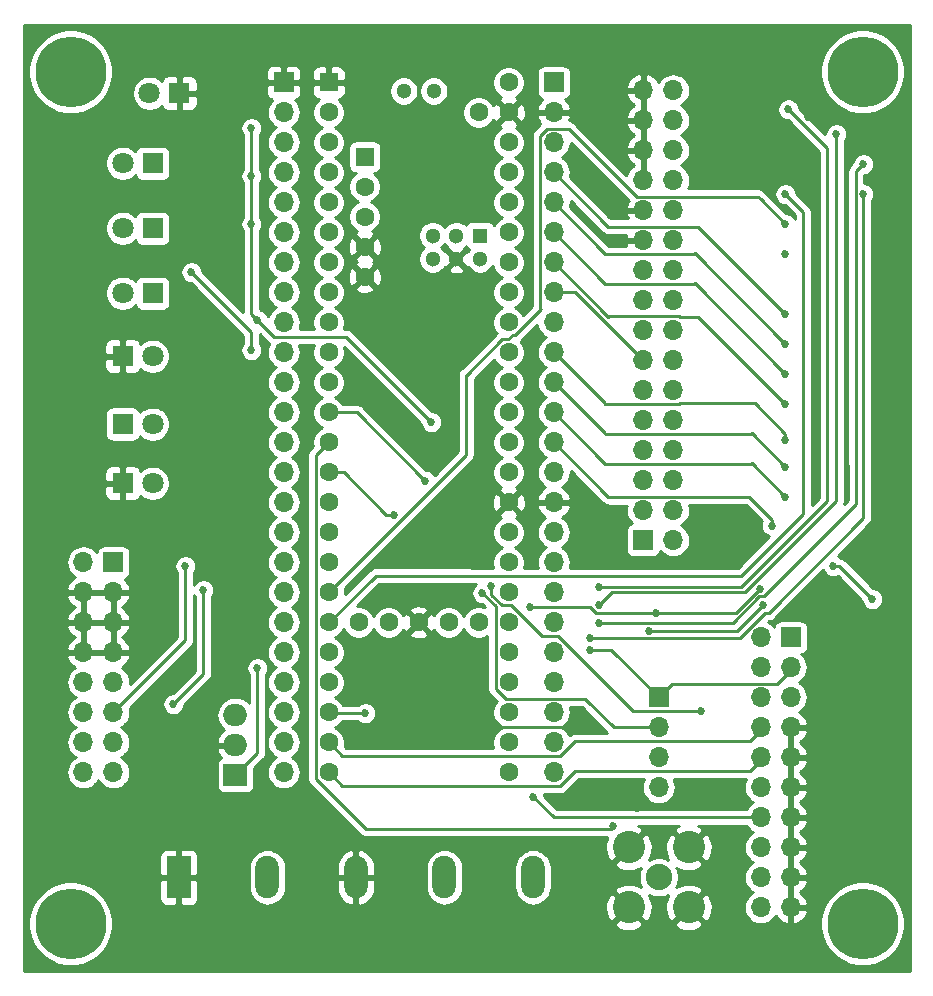
<source format=gbl>
%TF.GenerationSoftware,KiCad,Pcbnew,(5.1.4)-1*%
%TF.CreationDate,2021-11-01T00:35:55-04:00*%
%TF.ProjectId,CentralPCB,43656e74-7261-46c5-9043-422e6b696361,v01*%
%TF.SameCoordinates,Original*%
%TF.FileFunction,Copper,L2,Bot*%
%TF.FilePolarity,Positive*%
%FSLAX46Y46*%
G04 Gerber Fmt 4.6, Leading zero omitted, Abs format (unit mm)*
G04 Created by KiCad (PCBNEW (5.1.4)-1) date 2021-11-01 00:35:55*
%MOMM*%
%LPD*%
G04 APERTURE LIST*
%TA.AperFunction,ComponentPad*%
%ADD10C,6.000000*%
%TD*%
%TA.AperFunction,ComponentPad*%
%ADD11O,1.700000X1.700000*%
%TD*%
%TA.AperFunction,ComponentPad*%
%ADD12R,1.700000X1.700000*%
%TD*%
%TA.AperFunction,ComponentPad*%
%ADD13R,2.000000X1.905000*%
%TD*%
%TA.AperFunction,ComponentPad*%
%ADD14O,2.000000X1.905000*%
%TD*%
%TA.AperFunction,ComponentPad*%
%ADD15R,1.800000X1.800000*%
%TD*%
%TA.AperFunction,ComponentPad*%
%ADD16C,1.800000*%
%TD*%
%TA.AperFunction,ComponentPad*%
%ADD17R,2.000000X3.600000*%
%TD*%
%TA.AperFunction,ComponentPad*%
%ADD18O,2.000000X3.600000*%
%TD*%
%TA.AperFunction,ComponentPad*%
%ADD19C,2.740000*%
%TD*%
%TA.AperFunction,ComponentPad*%
%ADD20C,2.240000*%
%TD*%
%TA.AperFunction,ComponentPad*%
%ADD21C,1.300000*%
%TD*%
%TA.AperFunction,ComponentPad*%
%ADD22C,1.600000*%
%TD*%
%TA.AperFunction,ComponentPad*%
%ADD23R,1.300000X1.300000*%
%TD*%
%TA.AperFunction,ComponentPad*%
%ADD24R,1.600000X1.600000*%
%TD*%
%TA.AperFunction,ViaPad*%
%ADD25C,0.685800*%
%TD*%
%TA.AperFunction,Conductor*%
%ADD26C,0.254000*%
%TD*%
G04 APERTURE END LIST*
D10*
%TO.P, ,1*%
%TO.N,N/C*%
X97028000Y-102108000D03*
%TD*%
%TO.P, ,1*%
%TO.N,N/C*%
X29972000Y-102108000D03*
%TD*%
%TO.P, ,1*%
%TO.N,N/C*%
X29972000Y-29972000D03*
%TD*%
%TO.P, ,1*%
%TO.N,N/C*%
X97028000Y-29972000D03*
%TD*%
D11*
%TO.P,J2,4*%
%TO.N,CS0*%
X79759500Y-90554500D03*
%TO.P,J2,3*%
%TO.N,MOSI0*%
X79759500Y-88014500D03*
%TO.P,J2,2*%
%TO.N,MISO0*%
X79759500Y-85474500D03*
D12*
%TO.P,J2,1*%
%TO.N,SCK0*%
X79759500Y-82934500D03*
%TD*%
D13*
%TO.P,U3,1*%
%TO.N,+12V*%
X43909500Y-89524500D03*
D14*
%TO.P,U3,2*%
%TO.N,GND*%
X43909500Y-86984500D03*
%TO.P,U3,3*%
%TO.N,+10V*%
X43909500Y-84444500D03*
%TD*%
D15*
%TO.P,D1,1*%
%TO.N,GND*%
X34369500Y-64806500D03*
D16*
%TO.P,D1,2*%
%TO.N,Net-(D1-Pad2)*%
X36909500Y-64806500D03*
%TD*%
D12*
%TO.P,J4,1*%
%TO.N,+5V*%
X70869500Y-30864500D03*
D11*
%TO.P,J4,2*%
%TO.N,GND*%
X70869500Y-33404500D03*
%TO.P,J4,3*%
%TO.N,Net-(J4-Pad3)*%
X70869500Y-35944500D03*
%TO.P,J4,4*%
%TO.N,DB4*%
X70869500Y-38484500D03*
%TO.P,J4,5*%
%TO.N,DB3*%
X70869500Y-41024500D03*
%TO.P,J4,6*%
%TO.N,DB2*%
X70869500Y-43564500D03*
%TO.P,J4,7*%
%TO.N,DB1*%
X70869500Y-46104500D03*
%TO.P,J4,8*%
%TO.N,SCL*%
X70869500Y-48644500D03*
%TO.P,J4,9*%
%TO.N,SDA*%
X70869500Y-51184500D03*
%TO.P,J4,10*%
%TO.N,DA4*%
X70869500Y-53724500D03*
%TO.P,J4,11*%
%TO.N,DA3*%
X70869500Y-56264500D03*
%TO.P,J4,12*%
%TO.N,DA2*%
X70869500Y-58804500D03*
%TO.P,J4,13*%
%TO.N,DA1*%
X70869500Y-61344500D03*
%TO.P,J4,14*%
%TO.N,SCK0*%
X70869500Y-63884500D03*
%TO.P,J4,15*%
%TO.N,GND*%
X70869500Y-66424500D03*
%TO.P,J4,16*%
%TO.N,DD4*%
X70869500Y-68964500D03*
%TO.P,J4,17*%
%TO.N,DD3*%
X70869500Y-71504500D03*
%TO.P,J4,18*%
%TO.N,DD2*%
X70869500Y-74044500D03*
%TO.P,J4,19*%
%TO.N,DD1*%
X70869500Y-76584500D03*
%TO.P,J4,20*%
%TO.N,Net-(J4-Pad20)*%
X70869500Y-79124500D03*
%TO.P,J4,21*%
%TO.N,Net-(J4-Pad21)*%
X70869500Y-81664500D03*
%TO.P,J4,22*%
%TO.N,Net-(J4-Pad22)*%
X70869500Y-84204500D03*
%TO.P,J4,23*%
%TO.N,Net-(J4-Pad23)*%
X70869500Y-86744500D03*
%TO.P,J4,24*%
%TO.N,Net-(J4-Pad24)*%
X70869500Y-89284500D03*
%TD*%
D12*
%TO.P,J3,1*%
%TO.N,GND*%
X48009500Y-30864500D03*
D11*
%TO.P,J3,2*%
%TO.N,Net-(J3-Pad2)*%
X48009500Y-33404500D03*
%TO.P,J3,3*%
%TO.N,Net-(J3-Pad3)*%
X48009500Y-35944500D03*
%TO.P,J3,4*%
%TO.N,Net-(D4-Pad1)*%
X48009500Y-38484500D03*
%TO.P,J3,5*%
%TO.N,Net-(D5-Pad1)*%
X48009500Y-41024500D03*
%TO.P,J3,6*%
%TO.N,Net-(D6-Pad1)*%
X48009500Y-43564500D03*
%TO.P,J3,7*%
%TO.N,Net-(D7-Pad1)*%
X48009500Y-46104500D03*
%TO.P,J3,8*%
%TO.N,Net-(J3-Pad8)*%
X48009500Y-48644500D03*
%TO.P,J3,9*%
%TO.N,MIDIREC*%
X48009500Y-51184500D03*
%TO.P,J3,10*%
%TO.N,MIDITRANS*%
X48009500Y-53724500D03*
%TO.P,J3,11*%
%TO.N,Net-(J3-Pad11)*%
X48009500Y-56264500D03*
%TO.P,J3,12*%
%TO.N,CS0*%
X48009500Y-58804500D03*
%TO.P,J3,13*%
%TO.N,MOSI0*%
X48009500Y-61344500D03*
%TO.P,J3,14*%
%TO.N,MISO0*%
X48009500Y-63884500D03*
%TO.P,J3,15*%
%TO.N,Net-(J3-Pad15)*%
X48009500Y-66424500D03*
%TO.P,J3,16*%
%TO.N,DC1*%
X48009500Y-68964500D03*
%TO.P,J3,17*%
%TO.N,DC2*%
X48009500Y-71504500D03*
%TO.P,J3,18*%
%TO.N,DC3*%
X48009500Y-74044500D03*
%TO.P,J3,19*%
%TO.N,DC4*%
X48009500Y-76584500D03*
%TO.P,J3,20*%
%TO.N,Net-(J3-Pad20)*%
X48009500Y-79124500D03*
%TO.P,J3,21*%
%TO.N,Net-(J3-Pad21)*%
X48009500Y-81664500D03*
%TO.P,J3,22*%
%TO.N,RESET*%
X48009500Y-84204500D03*
%TO.P,J3,23*%
%TO.N,LDAC*%
X48009500Y-86744500D03*
%TO.P,J3,24*%
%TO.N,CLR*%
X48009500Y-89284500D03*
%TD*%
D17*
%TO.P,J8,1*%
%TO.N,GND*%
X39119500Y-98174500D03*
D18*
%TO.P,J8,2*%
%TO.N,+5V*%
X46619500Y-98174500D03*
%TO.P,J8,3*%
%TO.N,GND*%
X54119500Y-98174500D03*
%TO.P,J8,4*%
%TO.N,+12V*%
X61619500Y-98174500D03*
%TO.P,J8,5*%
%TO.N,-12V*%
X69119500Y-98174500D03*
%TD*%
D11*
%TO.P,J7,20*%
%TO.N,Net-(J7-Pad20)*%
X88395500Y-100714500D03*
%TO.P,J7,19*%
%TO.N,GND*%
X90935500Y-100714500D03*
%TO.P,J7,18*%
%TO.N,Net-(J7-Pad18)*%
X88395500Y-98174500D03*
%TO.P,J7,17*%
%TO.N,GND*%
X90935500Y-98174500D03*
%TO.P,J7,16*%
%TO.N,Net-(J7-Pad16)*%
X88395500Y-95634500D03*
%TO.P,J7,15*%
%TO.N,GND*%
X90935500Y-95634500D03*
%TO.P,J7,14*%
%TO.N,RESET*%
X88395500Y-93094500D03*
%TO.P,J7,13*%
%TO.N,GND*%
X90935500Y-93094500D03*
%TO.P,J7,12*%
%TO.N,MISO0*%
X88395500Y-90554500D03*
%TO.P,J7,11*%
%TO.N,GND*%
X90935500Y-90554500D03*
%TO.P,J7,10*%
%TO.N,CLR*%
X88395500Y-88014500D03*
%TO.P,J7,9*%
%TO.N,GND*%
X90935500Y-88014500D03*
%TO.P,J7,8*%
%TO.N,LDAC*%
X88395500Y-85474500D03*
%TO.P,J7,7*%
%TO.N,GND*%
X90935500Y-85474500D03*
%TO.P,J7,6*%
%TO.N,CS0*%
X88395500Y-82934500D03*
%TO.P,J7,5*%
%TO.N,Net-(J7-Pad5)*%
X90935500Y-82934500D03*
%TO.P,J7,4*%
%TO.N,Net-(J7-Pad4)*%
X88395500Y-80394500D03*
%TO.P,J7,3*%
%TO.N,SCK0*%
X90935500Y-80394500D03*
%TO.P,J7,2*%
%TO.N,Net-(J7-Pad2)*%
X88395500Y-77854500D03*
D12*
%TO.P,J7,1*%
%TO.N,MOSI0*%
X90935500Y-77854500D03*
%TD*%
D19*
%TO.P,J6,2*%
%TO.N,GND*%
X77219500Y-100714500D03*
X82299500Y-100714500D03*
X82299500Y-95634500D03*
X77219500Y-95634500D03*
D20*
%TO.P,J6,1*%
%TO.N,+10V*%
X79759500Y-98174500D03*
%TD*%
D21*
%TO.P,U2,66*%
%TO.N,Net-(U2-Pad66)*%
X60709500Y-31594500D03*
%TO.P,U2,67*%
%TO.N,Net-(U2-Pad67)*%
X58169500Y-31594500D03*
D22*
%TO.P,U2,54*%
%TO.N,Net-(U2-Pad54)*%
X64519500Y-76584500D03*
%TO.P,U2,53*%
%TO.N,Net-(U2-Pad53)*%
X61979500Y-76584500D03*
%TO.P,U2,52*%
%TO.N,GND*%
X59439500Y-76584500D03*
%TO.P,U2,51*%
%TO.N,Net-(U2-Pad51)*%
X56899500Y-76584500D03*
%TO.P,U2,50*%
%TO.N,Net-(U2-Pad50)*%
X54359500Y-76584500D03*
D21*
%TO.P,U2,62*%
%TO.N,Net-(U2-Pad62)*%
X60621100Y-43834500D03*
%TO.P,U2,63*%
%TO.N,Net-(U2-Pad63)*%
X60621100Y-45834500D03*
%TO.P,U2,64*%
%TO.N,GND*%
X62621100Y-45834500D03*
%TO.P,U2,61*%
%TO.N,Net-(U2-Pad61)*%
X62621100Y-43834500D03*
%TO.P,U2,65*%
%TO.N,Net-(U2-Pad65)*%
X64621100Y-45834500D03*
D23*
%TO.P,U2,60*%
%TO.N,Net-(U2-Pad60)*%
X64621100Y-43834500D03*
D22*
%TO.P,U2,17*%
%TO.N,DC2*%
X51819500Y-71504500D03*
%TO.P,U2,18*%
%TO.N,DC3*%
X51819500Y-74044500D03*
%TO.P,U2,19*%
%TO.N,DC4*%
X51819500Y-76584500D03*
%TO.P,U2,20*%
%TO.N,Net-(J3-Pad20)*%
X51819500Y-79124500D03*
%TO.P,U2,16*%
%TO.N,DC1*%
X51819500Y-68964500D03*
%TO.P,U2,15*%
%TO.N,Net-(J3-Pad15)*%
X51819500Y-66424500D03*
%TO.P,U2,14*%
%TO.N,MISO0*%
X51819500Y-63884500D03*
%TO.P,U2,21*%
%TO.N,Net-(J3-Pad21)*%
X51819500Y-81664500D03*
%TO.P,U2,22*%
%TO.N,RESET*%
X51819500Y-84204500D03*
%TO.P,U2,23*%
%TO.N,LDAC*%
X51819500Y-86744500D03*
%TO.P,U2,24*%
%TO.N,CLR*%
X51819500Y-89284500D03*
%TO.P,U2,25*%
%TO.N,Net-(J4-Pad24)*%
X67059500Y-89284500D03*
%TO.P,U2,26*%
%TO.N,Net-(J4-Pad23)*%
X67059500Y-86744500D03*
%TO.P,U2,27*%
%TO.N,Net-(J4-Pad22)*%
X67059500Y-84204500D03*
%TO.P,U2,28*%
%TO.N,Net-(J4-Pad21)*%
X67059500Y-81664500D03*
%TO.P,U2,29*%
%TO.N,Net-(J4-Pad20)*%
X67059500Y-79124500D03*
%TO.P,U2,30*%
%TO.N,DD1*%
X67059500Y-76584500D03*
%TO.P,U2,31*%
%TO.N,DD2*%
X67059500Y-74044500D03*
%TO.P,U2,32*%
%TO.N,DD3*%
X67059500Y-71504500D03*
%TO.P,U2,33*%
%TO.N,DD4*%
X67059500Y-68964500D03*
%TO.P,U2,34*%
%TO.N,GND*%
X67059500Y-66424500D03*
%TO.P,U2,13*%
%TO.N,MOSI0*%
X51819500Y-61344500D03*
%TO.P,U2,12*%
%TO.N,CS0*%
X51819500Y-58804500D03*
%TO.P,U2,11*%
%TO.N,Net-(J3-Pad11)*%
X51819500Y-56264500D03*
%TO.P,U2,10*%
%TO.N,MIDITRANS*%
X51819500Y-53724500D03*
%TO.P,U2,9*%
%TO.N,MIDIREC*%
X51819500Y-51184500D03*
%TO.P,U2,8*%
%TO.N,Net-(J3-Pad8)*%
X51819500Y-48644500D03*
%TO.P,U2,7*%
%TO.N,Net-(D7-Pad1)*%
X51819500Y-46104500D03*
%TO.P,U2,6*%
%TO.N,Net-(D6-Pad1)*%
X51819500Y-43564500D03*
%TO.P,U2,5*%
%TO.N,Net-(D5-Pad1)*%
X51819500Y-41024500D03*
%TO.P,U2,4*%
%TO.N,Net-(D4-Pad1)*%
X51819500Y-38484500D03*
%TO.P,U2,3*%
%TO.N,Net-(J3-Pad3)*%
X51819500Y-35944500D03*
%TO.P,U2,2*%
%TO.N,Net-(J3-Pad2)*%
X51819500Y-33404500D03*
D24*
%TO.P,U2,1*%
%TO.N,GND*%
X51819500Y-30864500D03*
D22*
%TO.P,U2,35*%
%TO.N,SCK0*%
X67059500Y-63884500D03*
%TO.P,U2,36*%
%TO.N,DA1*%
X67059500Y-61344500D03*
%TO.P,U2,37*%
%TO.N,DA2*%
X67059500Y-58804500D03*
%TO.P,U2,38*%
%TO.N,DA3*%
X67059500Y-56264500D03*
%TO.P,U2,39*%
%TO.N,DA4*%
X67059500Y-53724500D03*
%TO.P,U2,40*%
%TO.N,SDA*%
X67059500Y-51184500D03*
%TO.P,U2,41*%
%TO.N,SCL*%
X67059500Y-48644500D03*
%TO.P,U2,42*%
%TO.N,DB1*%
X67059500Y-46104500D03*
%TO.P,U2,43*%
%TO.N,DB2*%
X67059500Y-43564500D03*
%TO.P,U2,44*%
%TO.N,DB3*%
X67059500Y-41024500D03*
%TO.P,U2,45*%
%TO.N,DB4*%
X67059500Y-38484500D03*
%TO.P,U2,46*%
%TO.N,Net-(J4-Pad3)*%
X67059500Y-35944500D03*
%TO.P,U2,47*%
%TO.N,GND*%
X67059500Y-33404500D03*
%TO.P,U2,48*%
%TO.N,+5V*%
X67059500Y-30864500D03*
D24*
%TO.P,U2,55*%
%TO.N,Net-(U2-Pad55)*%
X54870300Y-37163700D03*
D22*
%TO.P,U2,56*%
%TO.N,Net-(U2-Pad56)*%
X54870300Y-39703700D03*
%TO.P,U2,57*%
%TO.N,Net-(U2-Pad57)*%
X54870300Y-42243700D03*
%TO.P,U2,58*%
%TO.N,GND*%
X54870300Y-44783700D03*
%TO.P,U2,59*%
X54870300Y-47323700D03*
%TO.P,U2,49*%
%TO.N,Net-(U2-Pad49)*%
X64519500Y-33404500D03*
%TD*%
D11*
%TO.P,J5,32*%
%TO.N,Net-(J5-Pad32)*%
X80973500Y-31536500D03*
%TO.P,J5,31*%
%TO.N,GND*%
X78433500Y-31536500D03*
%TO.P,J5,30*%
%TO.N,Net-(J5-Pad30)*%
X80973500Y-34076500D03*
%TO.P,J5,29*%
%TO.N,GND*%
X78433500Y-34076500D03*
%TO.P,J5,28*%
%TO.N,Net-(J5-Pad28)*%
X80973500Y-36616500D03*
%TO.P,J5,27*%
%TO.N,GND*%
X78433500Y-36616500D03*
%TO.P,J5,26*%
%TO.N,Net-(J5-Pad26)*%
X80973500Y-39156500D03*
%TO.P,J5,25*%
%TO.N,GND*%
X78433500Y-39156500D03*
%TO.P,J5,24*%
%TO.N,Net-(J5-Pad24)*%
X80973500Y-41696500D03*
%TO.P,J5,23*%
%TO.N,GND*%
X78433500Y-41696500D03*
%TO.P,J5,22*%
%TO.N,Net-(J5-Pad22)*%
X80973500Y-44236500D03*
%TO.P,J5,21*%
%TO.N,GND*%
X78433500Y-44236500D03*
%TO.P,J5,20*%
%TO.N,Net-(J5-Pad20)*%
X80973500Y-46776500D03*
%TO.P,J5,19*%
%TO.N,MIDITRANS*%
X78433500Y-46776500D03*
%TO.P,J5,18*%
%TO.N,Net-(J5-Pad18)*%
X80973500Y-49316500D03*
%TO.P,J5,17*%
%TO.N,MIDREC*%
X78433500Y-49316500D03*
%TO.P,J5,16*%
%TO.N,Net-(J5-Pad16)*%
X80973500Y-51856500D03*
%TO.P,J5,15*%
%TO.N,SDA*%
X78433500Y-51856500D03*
%TO.P,J5,14*%
%TO.N,Net-(J5-Pad14)*%
X80973500Y-54396500D03*
%TO.P,J5,13*%
%TO.N,SCL*%
X78433500Y-54396500D03*
%TO.P,J5,12*%
%TO.N,Net-(J5-Pad12)*%
X80973500Y-56936500D03*
%TO.P,J5,11*%
%TO.N,+3V3*%
X78433500Y-56936500D03*
%TO.P,J5,10*%
%TO.N,Net-(J5-Pad10)*%
X80973500Y-59476500D03*
%TO.P,J5,9*%
%TO.N,+3V3*%
X78433500Y-59476500D03*
%TO.P,J5,8*%
%TO.N,Net-(J5-Pad8)*%
X80973500Y-62016500D03*
%TO.P,J5,7*%
%TO.N,+5V*%
X78433500Y-62016500D03*
%TO.P,J5,6*%
%TO.N,Net-(J5-Pad6)*%
X80973500Y-64556500D03*
%TO.P,J5,5*%
%TO.N,+5V*%
X78433500Y-64556500D03*
%TO.P,J5,4*%
%TO.N,Net-(J5-Pad4)*%
X80973500Y-67096500D03*
%TO.P,J5,3*%
%TO.N,+12V*%
X78433500Y-67096500D03*
%TO.P,J5,2*%
%TO.N,Net-(J5-Pad2)*%
X80973500Y-69636500D03*
D12*
%TO.P,J5,1*%
%TO.N,+12V*%
X78433500Y-69636500D03*
%TD*%
%TO.P,J1,1*%
%TO.N,Net-(C1-Pad1)*%
X33591500Y-71504500D03*
D11*
%TO.P,J1,2*%
X31051500Y-71504500D03*
%TO.P,J1,3*%
%TO.N,GND*%
X33591500Y-74044500D03*
%TO.P,J1,4*%
X31051500Y-74044500D03*
%TO.P,J1,5*%
X33591500Y-76584500D03*
%TO.P,J1,6*%
X31051500Y-76584500D03*
%TO.P,J1,7*%
X33591500Y-79124500D03*
%TO.P,J1,8*%
X31051500Y-79124500D03*
%TO.P,J1,9*%
%TO.N,Net-(C3-Pad1)*%
X33591500Y-81664500D03*
%TO.P,J1,10*%
X31051500Y-81664500D03*
%TO.P,J1,11*%
%TO.N,Net-(C2-Pad1)*%
X33591500Y-84204500D03*
%TO.P,J1,12*%
X31051500Y-84204500D03*
%TO.P,J1,13*%
%TO.N,Net-(J1-Pad13)*%
X33591500Y-86744500D03*
%TO.P,J1,14*%
%TO.N,Net-(J1-Pad14)*%
X31051500Y-86744500D03*
%TO.P,J1,15*%
%TO.N,Net-(J1-Pad15)*%
X33591500Y-89284500D03*
%TO.P,J1,16*%
%TO.N,Net-(J1-Pad16)*%
X31051500Y-89284500D03*
%TD*%
D15*
%TO.P,D7,1*%
%TO.N,Net-(D7-Pad1)*%
X34369500Y-59794500D03*
D16*
%TO.P,D7,2*%
%TO.N,Net-(D7-Pad2)*%
X36909500Y-59794500D03*
%TD*%
D15*
%TO.P,D6,1*%
%TO.N,Net-(D6-Pad1)*%
X36909500Y-48706500D03*
D16*
%TO.P,D6,2*%
%TO.N,Net-(D6-Pad2)*%
X34369500Y-48706500D03*
%TD*%
D15*
%TO.P,D3,1*%
%TO.N,GND*%
X34369500Y-54050500D03*
D16*
%TO.P,D3,2*%
%TO.N,Net-(D3-Pad2)*%
X36909500Y-54050500D03*
%TD*%
D15*
%TO.P,D5,1*%
%TO.N,Net-(D5-Pad1)*%
X36909500Y-43206500D03*
D16*
%TO.P,D5,2*%
%TO.N,Net-(D5-Pad2)*%
X34369500Y-43206500D03*
%TD*%
%TO.P,D2,2*%
%TO.N,Net-(D2-Pad2)*%
X36639500Y-31786500D03*
D15*
%TO.P,D2,1*%
%TO.N,GND*%
X39179500Y-31786500D03*
%TD*%
%TO.P,D4,1*%
%TO.N,Net-(D4-Pad1)*%
X36909500Y-37706500D03*
D16*
%TO.P,D4,2*%
%TO.N,Net-(D4-Pad2)*%
X34369500Y-37706500D03*
%TD*%
D25*
%TO.N,GND*%
X57975500Y-45910500D03*
X58737500Y-49466500D03*
X74739500Y-32702500D03*
X74739500Y-28638500D03*
X97091500Y-35242500D03*
X100330000Y-38544500D03*
X83883500Y-71056500D03*
X61912500Y-80454500D03*
X58229500Y-69532500D03*
X97472500Y-39052500D03*
X92519500Y-74358500D03*
X73342500Y-91503500D03*
X77914500Y-92265500D03*
X69024500Y-52514500D03*
X64960500Y-51625500D03*
X63436500Y-65976500D03*
X72961500Y-85407500D03*
X92646500Y-40449500D03*
X91122500Y-37909500D03*
X75628500Y-42100500D03*
X44259500Y-66230500D03*
X43243500Y-57594500D03*
X44259500Y-73850500D03*
X78295500Y-71564500D03*
X92392500Y-33782000D03*
%TO.N,DD4*%
X90741500Y-33147000D03*
X74739500Y-73596500D03*
%TO.N,DD3*%
X94805500Y-35242500D03*
X74739500Y-75120500D03*
%TO.N,DD2*%
X97091500Y-37782500D03*
X74739500Y-76644500D03*
%TO.N,DD1*%
X97091500Y-40322500D03*
X73977500Y-77914500D03*
%TO.N,DC4*%
X90487500Y-40322500D03*
%TO.N,DC3*%
X90487500Y-42862500D03*
%TO.N,DC2*%
X90487500Y-45402500D03*
%TO.N,DB4*%
X90487500Y-50482500D03*
%TO.N,DB3*%
X90487500Y-53022500D03*
%TO.N,DB2*%
X90487500Y-55562500D03*
%TO.N,DB1*%
X90487500Y-58102500D03*
%TO.N,DA4*%
X90487500Y-61150500D03*
%TO.N,DA3*%
X90487500Y-63436500D03*
%TO.N,DA2*%
X90487500Y-65976500D03*
%TO.N,DA1*%
X89344500Y-68389500D03*
%TO.N,+3V3*%
X88328500Y-73723500D03*
X45275500Y-42862500D03*
X45275500Y-38798500D03*
X45783500Y-50990500D03*
X60515500Y-59626500D03*
X45275500Y-34734500D03*
X79565500Y-75755500D03*
X68897500Y-75247500D03*
%TO.N,+12V*%
X40195500Y-46926500D03*
X45783500Y-80454500D03*
X45275500Y-53530500D03*
X94551500Y-71818500D03*
X97853500Y-74612500D03*
%TO.N,SCK0*%
X73977500Y-78930500D03*
%TO.N,MISO0*%
X57340500Y-67500500D03*
X64833500Y-74104500D03*
%TO.N,MOSI0*%
X75882500Y-93789500D03*
%TO.N,CS0*%
X60007500Y-64579500D03*
X83334799Y-84051201D03*
X65595500Y-73469500D03*
%TO.N,-12V*%
X41211500Y-73850500D03*
X38671500Y-83502500D03*
%TO.N,RESET*%
X69151500Y-91376500D03*
X54927500Y-84264500D03*
%TO.N,Net-(C2-Pad1)*%
X39687500Y-71818500D03*
%TO.N,Net-(C4-Pad1)*%
X88582500Y-75120500D03*
X78930500Y-77279500D03*
%TD*%
D26*
%TO.N,GND*%
X57975500Y-48704500D02*
X58737500Y-49466500D01*
X57975500Y-45910500D02*
X57975500Y-48704500D01*
X77152500Y-91503500D02*
X77914500Y-92265500D01*
X73342500Y-91503500D02*
X77152500Y-91503500D01*
X66380567Y-85407500D02*
X72961500Y-85407500D01*
X61912500Y-80939433D02*
X66380567Y-85407500D01*
X61912500Y-80454500D02*
X61912500Y-80939433D01*
%TO.N,DD4*%
X86758736Y-73596500D02*
X94020618Y-66334618D01*
X74739500Y-73596500D02*
X86758736Y-73596500D01*
X94020618Y-36426118D02*
X94020618Y-66334618D01*
X90741500Y-33147000D02*
X94020618Y-36426118D01*
%TO.N,DD3*%
X94653101Y-35394899D02*
X94805500Y-35242500D01*
X94805500Y-66287902D02*
X94805500Y-35242500D01*
X87065092Y-74028310D02*
X94805500Y-66287902D01*
X75831690Y-74028310D02*
X87065092Y-74028310D01*
X74739500Y-75120500D02*
X75831690Y-74028310D01*
%TO.N,DD2*%
X96481899Y-38392101D02*
X97091500Y-37782500D01*
X74752201Y-76631799D02*
X74739500Y-76644500D01*
X86030871Y-76631799D02*
X74752201Y-76631799D01*
X88291469Y-74371201D02*
X86030871Y-76631799D01*
X88639397Y-74371201D02*
X88291469Y-74371201D01*
X96481899Y-63157101D02*
X96481899Y-66528699D01*
X96481899Y-66528699D02*
X88639397Y-74371201D01*
X96443799Y-63119001D02*
X96481899Y-63157101D01*
X96443799Y-38430201D02*
X96443799Y-63119001D01*
X97091500Y-37782500D02*
X96443799Y-38430201D01*
%TO.N,DD1*%
X97091500Y-67759782D02*
X97091500Y-40322500D01*
X73990201Y-77927201D02*
X73977500Y-77914500D01*
X82346799Y-77927201D02*
X73990201Y-77927201D01*
X82359500Y-77914500D02*
X82346799Y-77927201D01*
X89083081Y-75768201D02*
X97091500Y-67759782D01*
X88772693Y-75768201D02*
X89083081Y-75768201D01*
X86626394Y-77914500D02*
X88772693Y-75768201D01*
X82359500Y-77914500D02*
X86626394Y-77914500D01*
%TO.N,DC4*%
X91097101Y-40932101D02*
X90487500Y-40322500D01*
X55782799Y-72621201D02*
X51819500Y-76584500D01*
X63731201Y-72621201D02*
X55782799Y-72621201D01*
X63769301Y-72659301D02*
X63731201Y-72621201D01*
X86725699Y-72659301D02*
X63769301Y-72659301D01*
X91998799Y-67386201D02*
X86725699Y-72659301D01*
X91998799Y-41833799D02*
X91998799Y-67386201D01*
X90487500Y-40322500D02*
X91998799Y-41833799D01*
%TO.N,DC3*%
X51819500Y-74044500D02*
X63452799Y-62411201D01*
X88392000Y-40767000D02*
X90487500Y-42862500D01*
X88204799Y-40579799D02*
X88392000Y-40767000D01*
X69752799Y-50069919D02*
X67571517Y-52251201D01*
X69714699Y-50031819D02*
X69752799Y-50069919D01*
X69714699Y-35390195D02*
X69714699Y-50031819D01*
X70315195Y-34789699D02*
X69714699Y-35390195D01*
X77879699Y-40541699D02*
X72127699Y-34789699D01*
X88166699Y-40541699D02*
X77879699Y-40541699D01*
X72127699Y-34789699D02*
X70315195Y-34789699D01*
X88392000Y-40767000D02*
X88166699Y-40541699D01*
X63452799Y-55696095D02*
X63452799Y-56213799D01*
X66529195Y-52619699D02*
X63452799Y-55696095D01*
X67014301Y-52619699D02*
X66529195Y-52619699D01*
X67382799Y-52251201D02*
X67014301Y-52619699D01*
X67571517Y-52251201D02*
X67382799Y-52251201D01*
X63452799Y-56213799D02*
X63452799Y-55673201D01*
X63452799Y-62411201D02*
X63452799Y-56213799D01*
%TO.N,DB4*%
X75504799Y-43119799D02*
X70869500Y-38484500D01*
X90487500Y-50482500D02*
X83124799Y-43119799D01*
X75542899Y-43081699D02*
X75504799Y-43119799D01*
X81527805Y-43081699D02*
X75542899Y-43081699D01*
X81565905Y-43119799D02*
X81527805Y-43081699D01*
X83124799Y-43119799D02*
X81565905Y-43119799D01*
%TO.N,DB3*%
X90487500Y-53022500D02*
X82818201Y-45353201D01*
X82780101Y-45391301D02*
X75236301Y-45391301D01*
X75236301Y-45391301D02*
X75057000Y-45212000D01*
X82818201Y-45353201D02*
X82780101Y-45391301D01*
X75057000Y-45212000D02*
X70869500Y-41024500D01*
X75198201Y-45353201D02*
X75057000Y-45212000D01*
%TO.N,DB2*%
X90487500Y-55562500D02*
X82818201Y-47893201D01*
X82780101Y-47931301D02*
X75236301Y-47931301D01*
X82818201Y-47893201D02*
X82780101Y-47931301D01*
X75120500Y-47815500D02*
X70869500Y-43564500D01*
X75236301Y-47931301D02*
X75120500Y-47815500D01*
X75198201Y-47893201D02*
X75120500Y-47815500D01*
%TO.N,DB1*%
X75504799Y-50739799D02*
X70869500Y-46104500D01*
X90487500Y-58102500D02*
X83124799Y-50739799D01*
X81565905Y-50739799D02*
X81494271Y-50668165D01*
X83124799Y-50739799D02*
X81565905Y-50739799D01*
X75576433Y-50668165D02*
X75504799Y-50739799D01*
X81494271Y-50668165D02*
X75576433Y-50668165D01*
%TO.N,DA4*%
X90487500Y-60642500D02*
X87898201Y-58053201D01*
X90487500Y-60642500D02*
X90487500Y-61150500D01*
X81519799Y-58053201D02*
X81470500Y-58102500D01*
X87898201Y-58053201D02*
X81519799Y-58053201D01*
X75247500Y-58102500D02*
X74930000Y-57785000D01*
X81470500Y-58102500D02*
X75247500Y-58102500D01*
X74930000Y-57785000D02*
X70869500Y-53724500D01*
X75198201Y-58053201D02*
X74930000Y-57785000D01*
%TO.N,DA3*%
X75198201Y-60593201D02*
X70869500Y-56264500D01*
X90487500Y-63436500D02*
X87644201Y-60593201D01*
X75236301Y-60631301D02*
X75198201Y-60593201D01*
X87606101Y-60631301D02*
X75236301Y-60631301D01*
X87644201Y-60593201D02*
X87606101Y-60631301D01*
%TO.N,DA2*%
X90487500Y-65976500D02*
X87644201Y-63133201D01*
X75236301Y-63171301D02*
X74993500Y-62928500D01*
X87606101Y-63171301D02*
X75236301Y-63171301D01*
X87644201Y-63133201D02*
X87606101Y-63171301D01*
X74993500Y-62928500D02*
X70869500Y-58804500D01*
X75198201Y-63133201D02*
X74993500Y-62928500D01*
%TO.N,DA1*%
X75504799Y-65979799D02*
X70869500Y-61344500D01*
X77879195Y-65941699D02*
X87404699Y-65941699D01*
X77841095Y-65979799D02*
X77879195Y-65941699D01*
X75504799Y-65979799D02*
X77841095Y-65979799D01*
X89344500Y-67881500D02*
X87404699Y-65941699D01*
X89344500Y-68389500D02*
X89344500Y-67881500D01*
%TO.N,+3V3*%
X68897500Y-75247500D02*
X73964290Y-75247500D01*
X45275500Y-34734500D02*
X45275500Y-38798500D01*
X45275500Y-50482500D02*
X45783500Y-50990500D01*
X45275500Y-42862500D02*
X45275500Y-50482500D01*
X45275500Y-42862500D02*
X45275500Y-38798500D01*
X53304501Y-52415501D02*
X60515500Y-59626500D01*
X47208501Y-52415501D02*
X53304501Y-52415501D01*
X45783500Y-50990500D02*
X47208501Y-52415501D01*
X86296500Y-75755500D02*
X88328500Y-73723500D01*
X79565500Y-75755500D02*
X86296500Y-75755500D01*
X73964290Y-75303888D02*
X73964290Y-75247500D01*
X74428603Y-75768201D02*
X73964290Y-75303888D01*
X75050397Y-75768201D02*
X74428603Y-75768201D01*
X75063098Y-75755500D02*
X75050397Y-75768201D01*
X79565500Y-75755500D02*
X75063098Y-75755500D01*
%TO.N,+12V*%
X97726500Y-74612500D02*
X97853500Y-74612500D01*
X45275500Y-52006500D02*
X40195500Y-46926500D01*
X45275500Y-53530500D02*
X45275500Y-52006500D01*
X45783500Y-87650500D02*
X43909500Y-89524500D01*
X45783500Y-80454500D02*
X45783500Y-87650500D01*
X95059500Y-71818500D02*
X97853500Y-74612500D01*
X94551500Y-71818500D02*
X95059500Y-71818500D01*
%TO.N,SCK0*%
X75755500Y-78930500D02*
X79759500Y-82934500D01*
X73977500Y-78930500D02*
X75755500Y-78930500D01*
X89804301Y-81779699D02*
X91189500Y-80394500D01*
X80914301Y-81779699D02*
X89804301Y-81779699D01*
X79759500Y-82934500D02*
X80914301Y-81779699D01*
%TO.N,MISO0*%
X51819500Y-63884500D02*
X53089500Y-63884500D01*
X75949500Y-85474500D02*
X79759500Y-85474500D01*
X56705500Y-67500500D02*
X53089500Y-63884500D01*
X57340500Y-67500500D02*
X56705500Y-67500500D01*
X73524699Y-83049699D02*
X73723500Y-83248500D01*
X66809593Y-83049699D02*
X73524699Y-83049699D01*
X65954699Y-82194805D02*
X66809593Y-83049699D01*
X65954699Y-75225699D02*
X65954699Y-82194805D01*
X64833500Y-74104500D02*
X65954699Y-75225699D01*
X73723500Y-83248500D02*
X75949500Y-85474500D01*
X73562799Y-83087799D02*
X73723500Y-83248500D01*
%TO.N,MOSI0*%
X50714699Y-62449301D02*
X51819500Y-61344500D01*
X50714699Y-89814805D02*
X50714699Y-62449301D01*
X54943394Y-94043500D02*
X50714699Y-89814805D01*
X75755500Y-94043500D02*
X54943394Y-94043500D01*
X75882500Y-93916500D02*
X75755500Y-94043500D01*
X75882500Y-93789500D02*
X75882500Y-93916500D01*
%TO.N,CS0*%
X54232500Y-58804500D02*
X60007500Y-64579500D01*
X51819500Y-58804500D02*
X54232500Y-58804500D01*
X66513301Y-75149301D02*
X65595500Y-74231500D01*
X67259407Y-75149301D02*
X66513301Y-75149301D01*
X69849407Y-77739301D02*
X67259407Y-75149301D01*
X71193407Y-77739301D02*
X69849407Y-77739301D01*
X77543407Y-84089301D02*
X71193407Y-77739301D01*
X80891441Y-84051201D02*
X80853341Y-84089301D01*
X65595500Y-74231500D02*
X65595500Y-73469500D01*
X80853341Y-84089301D02*
X77543407Y-84089301D01*
X83334799Y-84051201D02*
X80891441Y-84051201D01*
%TO.N,-12V*%
X41211500Y-80962500D02*
X41211500Y-73850500D01*
X38671500Y-83502500D02*
X41211500Y-80962500D01*
%TO.N,SCL*%
X72681500Y-48644500D02*
X78433500Y-54396500D01*
X70869500Y-48644500D02*
X72681500Y-48644500D01*
%TO.N,RESET*%
X70869500Y-93094500D02*
X88649500Y-93094500D01*
X69151500Y-91376500D02*
X70869500Y-93094500D01*
X51879500Y-84264500D02*
X51819500Y-84204500D01*
X54927500Y-84264500D02*
X51879500Y-84264500D01*
%TO.N,CLR*%
X51819500Y-89284500D02*
X52936201Y-90401201D01*
X71423805Y-90439301D02*
X52974301Y-90439301D01*
X52974301Y-90439301D02*
X51819500Y-89284500D01*
X72693805Y-89169301D02*
X71423805Y-90439301D01*
X87494699Y-89169301D02*
X72693805Y-89169301D01*
X88649500Y-88014500D02*
X87494699Y-89169301D01*
%TO.N,LDAC*%
X51819500Y-86744500D02*
X52936201Y-87861201D01*
X52974301Y-87899301D02*
X51819500Y-86744500D01*
X71423805Y-87899301D02*
X52974301Y-87899301D01*
X72693805Y-86629301D02*
X71423805Y-87899301D01*
X87494699Y-86629301D02*
X72693805Y-86629301D01*
X88649500Y-85474500D02*
X87494699Y-86629301D01*
%TO.N,Net-(C2-Pad1)*%
X39687500Y-78108500D02*
X39687500Y-71818500D01*
X33591500Y-84204500D02*
X39687500Y-78108500D01*
%TO.N,Net-(C4-Pad1)*%
X86423500Y-77279500D02*
X88582500Y-75120500D01*
X78930500Y-77279500D02*
X86423500Y-77279500D01*
%TD*%
%TO.N,GND*%
G36*
X101003101Y-106083100D02*
G01*
X25996900Y-106083100D01*
X25996900Y-101754987D01*
X26387800Y-101754987D01*
X26387800Y-102461013D01*
X26525539Y-103153472D01*
X26795724Y-103805755D01*
X27187970Y-104392794D01*
X27687206Y-104892030D01*
X28274245Y-105284276D01*
X28926528Y-105554461D01*
X29618987Y-105692200D01*
X30325013Y-105692200D01*
X31017472Y-105554461D01*
X31669755Y-105284276D01*
X32256794Y-104892030D01*
X32756030Y-104392794D01*
X33148276Y-103805755D01*
X33418461Y-103153472D01*
X33556200Y-102461013D01*
X33556200Y-102113582D01*
X76000023Y-102113582D01*
X76140389Y-102415834D01*
X76493038Y-102593668D01*
X76873604Y-102699286D01*
X77267462Y-102728629D01*
X77659478Y-102680572D01*
X78034586Y-102556958D01*
X78298611Y-102415834D01*
X78438977Y-102113582D01*
X81080023Y-102113582D01*
X81220389Y-102415834D01*
X81573038Y-102593668D01*
X81953604Y-102699286D01*
X82347462Y-102728629D01*
X82739478Y-102680572D01*
X83114586Y-102556958D01*
X83378611Y-102415834D01*
X83518977Y-102113582D01*
X82299500Y-100894105D01*
X81080023Y-102113582D01*
X78438977Y-102113582D01*
X77219500Y-100894105D01*
X76000023Y-102113582D01*
X33556200Y-102113582D01*
X33556200Y-101754987D01*
X33418461Y-101062528D01*
X33294170Y-100762462D01*
X75205371Y-100762462D01*
X75253428Y-101154478D01*
X75377042Y-101529586D01*
X75518166Y-101793611D01*
X75820418Y-101933977D01*
X77039895Y-100714500D01*
X75820418Y-99495023D01*
X75518166Y-99635389D01*
X75340332Y-99988038D01*
X75234714Y-100368604D01*
X75205371Y-100762462D01*
X33294170Y-100762462D01*
X33148276Y-100410245D01*
X32857122Y-99974500D01*
X37481428Y-99974500D01*
X37493688Y-100098982D01*
X37529998Y-100218680D01*
X37588963Y-100328994D01*
X37668315Y-100425685D01*
X37765006Y-100505037D01*
X37875320Y-100564002D01*
X37995018Y-100600312D01*
X38119500Y-100612572D01*
X38833750Y-100609500D01*
X38992500Y-100450750D01*
X38992500Y-98301500D01*
X39246500Y-98301500D01*
X39246500Y-100450750D01*
X39405250Y-100609500D01*
X40119500Y-100612572D01*
X40243982Y-100600312D01*
X40363680Y-100564002D01*
X40473994Y-100505037D01*
X40570685Y-100425685D01*
X40650037Y-100328994D01*
X40709002Y-100218680D01*
X40745312Y-100098982D01*
X40757572Y-99974500D01*
X40754500Y-98460250D01*
X40595750Y-98301500D01*
X39246500Y-98301500D01*
X38992500Y-98301500D01*
X37643250Y-98301500D01*
X37484500Y-98460250D01*
X37481428Y-99974500D01*
X32857122Y-99974500D01*
X32756030Y-99823206D01*
X32256794Y-99323970D01*
X31669755Y-98931724D01*
X31017472Y-98661539D01*
X30325013Y-98523800D01*
X29618987Y-98523800D01*
X28926528Y-98661539D01*
X28274245Y-98931724D01*
X27687206Y-99323970D01*
X27187970Y-99823206D01*
X26795724Y-100410245D01*
X26525539Y-101062528D01*
X26387800Y-101754987D01*
X25996900Y-101754987D01*
X25996900Y-96374500D01*
X37481428Y-96374500D01*
X37484500Y-97888750D01*
X37643250Y-98047500D01*
X38992500Y-98047500D01*
X38992500Y-95898250D01*
X39246500Y-95898250D01*
X39246500Y-98047500D01*
X40595750Y-98047500D01*
X40754500Y-97888750D01*
X40755701Y-97296676D01*
X45035300Y-97296676D01*
X45035300Y-99052325D01*
X45058223Y-99285057D01*
X45148810Y-99583680D01*
X45295914Y-99858893D01*
X45493882Y-100100119D01*
X45735108Y-100298087D01*
X46010321Y-100445191D01*
X46308944Y-100535778D01*
X46619500Y-100566365D01*
X46930057Y-100535778D01*
X47228680Y-100445191D01*
X47503893Y-100298087D01*
X47745119Y-100100119D01*
X47943087Y-99858893D01*
X48090191Y-99583680D01*
X48180778Y-99285057D01*
X48203700Y-99052325D01*
X48203700Y-98301500D01*
X52484500Y-98301500D01*
X52484500Y-99101500D01*
X52540693Y-99418032D01*
X52657558Y-99717520D01*
X52830605Y-99988454D01*
X53053183Y-100220422D01*
X53316739Y-100404510D01*
X53611145Y-100533644D01*
X53739066Y-100564624D01*
X53992500Y-100445277D01*
X53992500Y-98301500D01*
X54246500Y-98301500D01*
X54246500Y-100445277D01*
X54499934Y-100564624D01*
X54627855Y-100533644D01*
X54922261Y-100404510D01*
X55185817Y-100220422D01*
X55408395Y-99988454D01*
X55581442Y-99717520D01*
X55698307Y-99418032D01*
X55754500Y-99101500D01*
X55754500Y-98301500D01*
X54246500Y-98301500D01*
X53992500Y-98301500D01*
X52484500Y-98301500D01*
X48203700Y-98301500D01*
X48203700Y-97296675D01*
X48198857Y-97247500D01*
X52484500Y-97247500D01*
X52484500Y-98047500D01*
X53992500Y-98047500D01*
X53992500Y-95903723D01*
X54246500Y-95903723D01*
X54246500Y-98047500D01*
X55754500Y-98047500D01*
X55754500Y-97296676D01*
X60035300Y-97296676D01*
X60035300Y-99052325D01*
X60058223Y-99285057D01*
X60148810Y-99583680D01*
X60295914Y-99858893D01*
X60493882Y-100100119D01*
X60735108Y-100298087D01*
X61010321Y-100445191D01*
X61308944Y-100535778D01*
X61619500Y-100566365D01*
X61930057Y-100535778D01*
X62228680Y-100445191D01*
X62503893Y-100298087D01*
X62745119Y-100100119D01*
X62943087Y-99858893D01*
X63090191Y-99583680D01*
X63180778Y-99285057D01*
X63203700Y-99052325D01*
X63203700Y-97296676D01*
X67535300Y-97296676D01*
X67535300Y-99052325D01*
X67558223Y-99285057D01*
X67648810Y-99583680D01*
X67795914Y-99858893D01*
X67993882Y-100100119D01*
X68235108Y-100298087D01*
X68510321Y-100445191D01*
X68808944Y-100535778D01*
X69119500Y-100566365D01*
X69430057Y-100535778D01*
X69728680Y-100445191D01*
X70003893Y-100298087D01*
X70245119Y-100100119D01*
X70443087Y-99858893D01*
X70590191Y-99583680D01*
X70680778Y-99285057D01*
X70703700Y-99052325D01*
X70703700Y-97296675D01*
X70680778Y-97063943D01*
X70671569Y-97033582D01*
X76000023Y-97033582D01*
X76140389Y-97335834D01*
X76493038Y-97513668D01*
X76873604Y-97619286D01*
X77267462Y-97648629D01*
X77659478Y-97600572D01*
X78034586Y-97476958D01*
X78254501Y-97359411D01*
X78249257Y-97367259D01*
X78120791Y-97677403D01*
X78055300Y-98006651D01*
X78055300Y-98342349D01*
X78120791Y-98671597D01*
X78249257Y-98981741D01*
X78255844Y-98991600D01*
X77945962Y-98835332D01*
X77565396Y-98729714D01*
X77171538Y-98700371D01*
X76779522Y-98748428D01*
X76404414Y-98872042D01*
X76140389Y-99013166D01*
X76000023Y-99315418D01*
X77219500Y-100534895D01*
X77233643Y-100520753D01*
X77413248Y-100700358D01*
X77399105Y-100714500D01*
X78618582Y-101933977D01*
X78920834Y-101793611D01*
X79098668Y-101440962D01*
X79204286Y-101060396D01*
X79233629Y-100666538D01*
X79185572Y-100274522D01*
X79061958Y-99899414D01*
X78944411Y-99679499D01*
X78952259Y-99684743D01*
X79262403Y-99813209D01*
X79591651Y-99878700D01*
X79927349Y-99878700D01*
X80256597Y-99813209D01*
X80566741Y-99684743D01*
X80576600Y-99678156D01*
X80420332Y-99988038D01*
X80314714Y-100368604D01*
X80285371Y-100762462D01*
X80333428Y-101154478D01*
X80457042Y-101529586D01*
X80598166Y-101793611D01*
X80900418Y-101933977D01*
X82119895Y-100714500D01*
X82479105Y-100714500D01*
X83698582Y-101933977D01*
X84000834Y-101793611D01*
X84178668Y-101440962D01*
X84284286Y-101060396D01*
X84313629Y-100666538D01*
X84265572Y-100274522D01*
X84141958Y-99899414D01*
X84000834Y-99635389D01*
X83698582Y-99495023D01*
X82479105Y-100714500D01*
X82119895Y-100714500D01*
X82105753Y-100700358D01*
X82285358Y-100520753D01*
X82299500Y-100534895D01*
X83518977Y-99315418D01*
X83378611Y-99013166D01*
X83025962Y-98835332D01*
X82645396Y-98729714D01*
X82251538Y-98700371D01*
X81859522Y-98748428D01*
X81484414Y-98872042D01*
X81264499Y-98989589D01*
X81269743Y-98981741D01*
X81398209Y-98671597D01*
X81463700Y-98342349D01*
X81463700Y-98006651D01*
X81398209Y-97677403D01*
X81269743Y-97367259D01*
X81263156Y-97357400D01*
X81573038Y-97513668D01*
X81953604Y-97619286D01*
X82347462Y-97648629D01*
X82739478Y-97600572D01*
X83114586Y-97476958D01*
X83378611Y-97335834D01*
X83518977Y-97033582D01*
X82299500Y-95814105D01*
X82285358Y-95828248D01*
X82105753Y-95648643D01*
X82119895Y-95634500D01*
X82479105Y-95634500D01*
X83698582Y-96853977D01*
X84000834Y-96713611D01*
X84178668Y-96360962D01*
X84284286Y-95980396D01*
X84313629Y-95586538D01*
X84265572Y-95194522D01*
X84141958Y-94819414D01*
X84000834Y-94555389D01*
X83698582Y-94415023D01*
X82479105Y-95634500D01*
X82119895Y-95634500D01*
X80900418Y-94415023D01*
X80598166Y-94555389D01*
X80420332Y-94908038D01*
X80314714Y-95288604D01*
X80285371Y-95682462D01*
X80333428Y-96074478D01*
X80457042Y-96449586D01*
X80574589Y-96669501D01*
X80566741Y-96664257D01*
X80256597Y-96535791D01*
X79927349Y-96470300D01*
X79591651Y-96470300D01*
X79262403Y-96535791D01*
X78952259Y-96664257D01*
X78942400Y-96670844D01*
X79098668Y-96360962D01*
X79204286Y-95980396D01*
X79233629Y-95586538D01*
X79185572Y-95194522D01*
X79061958Y-94819414D01*
X78920834Y-94555389D01*
X78618582Y-94415023D01*
X77399105Y-95634500D01*
X77413248Y-95648643D01*
X77233643Y-95828248D01*
X77219500Y-95814105D01*
X76000023Y-97033582D01*
X70671569Y-97033582D01*
X70590191Y-96765320D01*
X70443087Y-96490107D01*
X70245119Y-96248881D01*
X70003892Y-96050913D01*
X69728679Y-95903809D01*
X69430056Y-95813222D01*
X69119500Y-95782635D01*
X68808943Y-95813222D01*
X68510320Y-95903809D01*
X68235107Y-96050913D01*
X67993881Y-96248881D01*
X67795913Y-96490108D01*
X67648809Y-96765321D01*
X67558222Y-97063944D01*
X67535300Y-97296676D01*
X63203700Y-97296676D01*
X63203700Y-97296675D01*
X63180778Y-97063943D01*
X63090191Y-96765320D01*
X62943087Y-96490107D01*
X62745119Y-96248881D01*
X62503892Y-96050913D01*
X62228679Y-95903809D01*
X61930056Y-95813222D01*
X61619500Y-95782635D01*
X61308943Y-95813222D01*
X61010320Y-95903809D01*
X60735107Y-96050913D01*
X60493881Y-96248881D01*
X60295913Y-96490108D01*
X60148809Y-96765321D01*
X60058222Y-97063944D01*
X60035300Y-97296676D01*
X55754500Y-97296676D01*
X55754500Y-97247500D01*
X55698307Y-96930968D01*
X55581442Y-96631480D01*
X55408395Y-96360546D01*
X55185817Y-96128578D01*
X54922261Y-95944490D01*
X54627855Y-95815356D01*
X54499934Y-95784376D01*
X54246500Y-95903723D01*
X53992500Y-95903723D01*
X53739066Y-95784376D01*
X53611145Y-95815356D01*
X53316739Y-95944490D01*
X53053183Y-96128578D01*
X52830605Y-96360546D01*
X52657558Y-96631480D01*
X52540693Y-96930968D01*
X52484500Y-97247500D01*
X48198857Y-97247500D01*
X48180778Y-97063943D01*
X48090191Y-96765320D01*
X47943087Y-96490107D01*
X47745119Y-96248881D01*
X47503892Y-96050913D01*
X47228679Y-95903809D01*
X46930056Y-95813222D01*
X46619500Y-95782635D01*
X46308943Y-95813222D01*
X46010320Y-95903809D01*
X45735107Y-96050913D01*
X45493881Y-96248881D01*
X45295913Y-96490108D01*
X45148809Y-96765321D01*
X45058222Y-97063944D01*
X45035300Y-97296676D01*
X40755701Y-97296676D01*
X40757572Y-96374500D01*
X40745312Y-96250018D01*
X40709002Y-96130320D01*
X40650037Y-96020006D01*
X40570685Y-95923315D01*
X40473994Y-95843963D01*
X40363680Y-95784998D01*
X40243982Y-95748688D01*
X40119500Y-95736428D01*
X39405250Y-95739500D01*
X39246500Y-95898250D01*
X38992500Y-95898250D01*
X38833750Y-95739500D01*
X38119500Y-95736428D01*
X37995018Y-95748688D01*
X37875320Y-95784998D01*
X37765006Y-95843963D01*
X37668315Y-95923315D01*
X37588963Y-96020006D01*
X37529998Y-96130320D01*
X37493688Y-96250018D01*
X37481428Y-96374500D01*
X25996900Y-96374500D01*
X25996900Y-79481390D01*
X29610024Y-79481390D01*
X29654675Y-79628599D01*
X29779859Y-79891420D01*
X29953912Y-80124769D01*
X30170145Y-80319678D01*
X30337989Y-80419658D01*
X30250846Y-80466237D01*
X30032461Y-80645461D01*
X29853237Y-80863846D01*
X29720061Y-81113000D01*
X29638052Y-81383348D01*
X29610361Y-81664500D01*
X29638052Y-81945652D01*
X29720061Y-82216000D01*
X29853237Y-82465154D01*
X30032461Y-82683539D01*
X30250846Y-82862763D01*
X30385056Y-82934500D01*
X30250846Y-83006237D01*
X30032461Y-83185461D01*
X29853237Y-83403846D01*
X29720061Y-83653000D01*
X29638052Y-83923348D01*
X29610361Y-84204500D01*
X29638052Y-84485652D01*
X29720061Y-84756000D01*
X29853237Y-85005154D01*
X30032461Y-85223539D01*
X30250846Y-85402763D01*
X30385056Y-85474500D01*
X30250846Y-85546237D01*
X30032461Y-85725461D01*
X29853237Y-85943846D01*
X29720061Y-86193000D01*
X29638052Y-86463348D01*
X29610361Y-86744500D01*
X29638052Y-87025652D01*
X29720061Y-87296000D01*
X29853237Y-87545154D01*
X30032461Y-87763539D01*
X30250846Y-87942763D01*
X30385056Y-88014500D01*
X30250846Y-88086237D01*
X30032461Y-88265461D01*
X29853237Y-88483846D01*
X29720061Y-88733000D01*
X29638052Y-89003348D01*
X29610361Y-89284500D01*
X29638052Y-89565652D01*
X29720061Y-89836000D01*
X29853237Y-90085154D01*
X30032461Y-90303539D01*
X30250846Y-90482763D01*
X30500000Y-90615939D01*
X30770348Y-90697948D01*
X30981047Y-90718700D01*
X31121953Y-90718700D01*
X31332652Y-90697948D01*
X31603000Y-90615939D01*
X31852154Y-90482763D01*
X32070539Y-90303539D01*
X32249763Y-90085154D01*
X32321500Y-89950944D01*
X32393237Y-90085154D01*
X32572461Y-90303539D01*
X32790846Y-90482763D01*
X33040000Y-90615939D01*
X33310348Y-90697948D01*
X33521047Y-90718700D01*
X33661953Y-90718700D01*
X33872652Y-90697948D01*
X34143000Y-90615939D01*
X34392154Y-90482763D01*
X34610539Y-90303539D01*
X34789763Y-90085154D01*
X34922939Y-89836000D01*
X35004948Y-89565652D01*
X35032639Y-89284500D01*
X35004948Y-89003348D01*
X34922939Y-88733000D01*
X34789763Y-88483846D01*
X34610539Y-88265461D01*
X34392154Y-88086237D01*
X34257944Y-88014500D01*
X34392154Y-87942763D01*
X34610539Y-87763539D01*
X34789763Y-87545154D01*
X34922939Y-87296000D01*
X35004948Y-87025652D01*
X35032639Y-86744500D01*
X35004948Y-86463348D01*
X34922939Y-86193000D01*
X34789763Y-85943846D01*
X34610539Y-85725461D01*
X34392154Y-85546237D01*
X34257944Y-85474500D01*
X34392154Y-85402763D01*
X34610539Y-85223539D01*
X34789763Y-85005154D01*
X34922939Y-84756000D01*
X35004948Y-84485652D01*
X35009001Y-84444500D01*
X42317865Y-84444500D01*
X42347535Y-84745746D01*
X42435405Y-85035415D01*
X42578099Y-85302375D01*
X42770132Y-85536368D01*
X42952995Y-85686440D01*
X42728185Y-85875063D01*
X42533531Y-86117577D01*
X42389929Y-86393406D01*
X42318937Y-86611520D01*
X42438906Y-86857500D01*
X43782500Y-86857500D01*
X43782500Y-86837500D01*
X44036500Y-86837500D01*
X44036500Y-86857500D01*
X44056500Y-86857500D01*
X44056500Y-87111500D01*
X44036500Y-87111500D01*
X44036500Y-87131500D01*
X43782500Y-87131500D01*
X43782500Y-87111500D01*
X42438906Y-87111500D01*
X42318937Y-87357480D01*
X42389929Y-87575594D01*
X42533531Y-87851423D01*
X42679073Y-88032750D01*
X42583366Y-88083906D01*
X42494410Y-88156910D01*
X42421406Y-88245866D01*
X42367159Y-88347355D01*
X42333754Y-88457477D01*
X42322474Y-88572000D01*
X42322474Y-90477000D01*
X42333754Y-90591523D01*
X42367159Y-90701645D01*
X42421406Y-90803134D01*
X42494410Y-90892090D01*
X42583366Y-90965094D01*
X42684855Y-91019341D01*
X42794977Y-91052746D01*
X42909500Y-91064026D01*
X44909500Y-91064026D01*
X45024023Y-91052746D01*
X45134145Y-91019341D01*
X45235634Y-90965094D01*
X45324590Y-90892090D01*
X45397594Y-90803134D01*
X45451841Y-90701645D01*
X45485246Y-90591523D01*
X45496526Y-90477000D01*
X45496526Y-88943262D01*
X46261696Y-88178093D01*
X46288827Y-88155827D01*
X46311093Y-88128696D01*
X46311097Y-88128692D01*
X46377702Y-88047533D01*
X46395358Y-88014501D01*
X46443742Y-87923981D01*
X46484409Y-87789920D01*
X46494700Y-87685436D01*
X46494700Y-87685427D01*
X46498140Y-87650501D01*
X46494700Y-87615575D01*
X46494700Y-81054418D01*
X46503626Y-81045492D01*
X46605086Y-80893647D01*
X46674972Y-80724925D01*
X46710600Y-80545811D01*
X46710600Y-80363189D01*
X46674972Y-80184075D01*
X46605086Y-80015353D01*
X46503626Y-79863508D01*
X46374492Y-79734374D01*
X46222647Y-79632914D01*
X46053925Y-79563028D01*
X45874811Y-79527400D01*
X45692189Y-79527400D01*
X45513075Y-79563028D01*
X45344353Y-79632914D01*
X45192508Y-79734374D01*
X45063374Y-79863508D01*
X44961914Y-80015353D01*
X44892028Y-80184075D01*
X44856400Y-80363189D01*
X44856400Y-80545811D01*
X44892028Y-80724925D01*
X44961914Y-80893647D01*
X45063374Y-81045492D01*
X45072300Y-81054418D01*
X45072300Y-83381184D01*
X45048868Y-83352632D01*
X44814875Y-83160599D01*
X44547915Y-83017905D01*
X44258246Y-82930035D01*
X44032489Y-82907800D01*
X43786511Y-82907800D01*
X43560754Y-82930035D01*
X43271085Y-83017905D01*
X43004125Y-83160599D01*
X42770132Y-83352632D01*
X42578099Y-83586625D01*
X42435405Y-83853585D01*
X42347535Y-84143254D01*
X42317865Y-84444500D01*
X35009001Y-84444500D01*
X35032639Y-84204500D01*
X35004948Y-83923348D01*
X34975504Y-83826283D01*
X40165695Y-78636093D01*
X40192826Y-78613827D01*
X40215093Y-78586695D01*
X40215097Y-78586691D01*
X40281702Y-78505533D01*
X40289281Y-78491353D01*
X40347742Y-78381981D01*
X40388409Y-78247920D01*
X40398700Y-78143436D01*
X40398700Y-78143429D01*
X40402140Y-78108500D01*
X40398700Y-78073572D01*
X40398700Y-74302796D01*
X40491374Y-74441492D01*
X40500301Y-74450419D01*
X40500300Y-80667911D01*
X38592813Y-82575400D01*
X38580189Y-82575400D01*
X38401075Y-82611028D01*
X38232353Y-82680914D01*
X38080508Y-82782374D01*
X37951374Y-82911508D01*
X37849914Y-83063353D01*
X37780028Y-83232075D01*
X37744400Y-83411189D01*
X37744400Y-83593811D01*
X37780028Y-83772925D01*
X37849914Y-83941647D01*
X37951374Y-84093492D01*
X38080508Y-84222626D01*
X38232353Y-84324086D01*
X38401075Y-84393972D01*
X38580189Y-84429600D01*
X38762811Y-84429600D01*
X38941925Y-84393972D01*
X39110647Y-84324086D01*
X39262492Y-84222626D01*
X39391626Y-84093492D01*
X39493086Y-83941647D01*
X39562972Y-83772925D01*
X39598600Y-83593811D01*
X39598600Y-83581187D01*
X41689701Y-81490088D01*
X41716826Y-81467827D01*
X41739088Y-81440701D01*
X41739097Y-81440692D01*
X41805702Y-81359533D01*
X41805703Y-81359532D01*
X41871742Y-81235981D01*
X41912409Y-81101920D01*
X41922700Y-80997436D01*
X41922700Y-80997419D01*
X41926139Y-80962501D01*
X41922700Y-80927583D01*
X41922700Y-74450418D01*
X41931626Y-74441492D01*
X42033086Y-74289647D01*
X42102972Y-74120925D01*
X42138600Y-73941811D01*
X42138600Y-73759189D01*
X42102972Y-73580075D01*
X42033086Y-73411353D01*
X41931626Y-73259508D01*
X41802492Y-73130374D01*
X41650647Y-73028914D01*
X41481925Y-72959028D01*
X41302811Y-72923400D01*
X41120189Y-72923400D01*
X40941075Y-72959028D01*
X40772353Y-73028914D01*
X40620508Y-73130374D01*
X40491374Y-73259508D01*
X40398700Y-73398204D01*
X40398700Y-72418418D01*
X40407626Y-72409492D01*
X40509086Y-72257647D01*
X40578972Y-72088925D01*
X40614600Y-71909811D01*
X40614600Y-71727189D01*
X40578972Y-71548075D01*
X40509086Y-71379353D01*
X40407626Y-71227508D01*
X40278492Y-71098374D01*
X40126647Y-70996914D01*
X39957925Y-70927028D01*
X39778811Y-70891400D01*
X39596189Y-70891400D01*
X39417075Y-70927028D01*
X39248353Y-70996914D01*
X39096508Y-71098374D01*
X38967374Y-71227508D01*
X38865914Y-71379353D01*
X38796028Y-71548075D01*
X38760400Y-71727189D01*
X38760400Y-71909811D01*
X38796028Y-72088925D01*
X38865914Y-72257647D01*
X38967374Y-72409492D01*
X38976301Y-72418419D01*
X38976300Y-77813912D01*
X35022471Y-81767742D01*
X35032639Y-81664500D01*
X35004948Y-81383348D01*
X34922939Y-81113000D01*
X34789763Y-80863846D01*
X34610539Y-80645461D01*
X34392154Y-80466237D01*
X34305011Y-80419658D01*
X34472855Y-80319678D01*
X34689088Y-80124769D01*
X34863141Y-79891420D01*
X34988325Y-79628599D01*
X35032976Y-79481390D01*
X34911655Y-79251500D01*
X33718500Y-79251500D01*
X33718500Y-79271500D01*
X33464500Y-79271500D01*
X33464500Y-79251500D01*
X31178500Y-79251500D01*
X31178500Y-79271500D01*
X30924500Y-79271500D01*
X30924500Y-79251500D01*
X29731345Y-79251500D01*
X29610024Y-79481390D01*
X25996900Y-79481390D01*
X25996900Y-76941390D01*
X29610024Y-76941390D01*
X29654675Y-77088599D01*
X29779859Y-77351420D01*
X29953912Y-77584769D01*
X30170145Y-77779678D01*
X30295755Y-77854500D01*
X30170145Y-77929322D01*
X29953912Y-78124231D01*
X29779859Y-78357580D01*
X29654675Y-78620401D01*
X29610024Y-78767610D01*
X29731345Y-78997500D01*
X30924500Y-78997500D01*
X30924500Y-76711500D01*
X31178500Y-76711500D01*
X31178500Y-78997500D01*
X33464500Y-78997500D01*
X33464500Y-76711500D01*
X33718500Y-76711500D01*
X33718500Y-78997500D01*
X34911655Y-78997500D01*
X35032976Y-78767610D01*
X34988325Y-78620401D01*
X34863141Y-78357580D01*
X34689088Y-78124231D01*
X34472855Y-77929322D01*
X34347245Y-77854500D01*
X34472855Y-77779678D01*
X34689088Y-77584769D01*
X34863141Y-77351420D01*
X34988325Y-77088599D01*
X35032976Y-76941390D01*
X34911655Y-76711500D01*
X33718500Y-76711500D01*
X33464500Y-76711500D01*
X31178500Y-76711500D01*
X30924500Y-76711500D01*
X29731345Y-76711500D01*
X29610024Y-76941390D01*
X25996900Y-76941390D01*
X25996900Y-74401390D01*
X29610024Y-74401390D01*
X29654675Y-74548599D01*
X29779859Y-74811420D01*
X29953912Y-75044769D01*
X30170145Y-75239678D01*
X30295755Y-75314500D01*
X30170145Y-75389322D01*
X29953912Y-75584231D01*
X29779859Y-75817580D01*
X29654675Y-76080401D01*
X29610024Y-76227610D01*
X29731345Y-76457500D01*
X30924500Y-76457500D01*
X30924500Y-74171500D01*
X31178500Y-74171500D01*
X31178500Y-76457500D01*
X33464500Y-76457500D01*
X33464500Y-74171500D01*
X33718500Y-74171500D01*
X33718500Y-76457500D01*
X34911655Y-76457500D01*
X35032976Y-76227610D01*
X34988325Y-76080401D01*
X34863141Y-75817580D01*
X34689088Y-75584231D01*
X34472855Y-75389322D01*
X34347245Y-75314500D01*
X34472855Y-75239678D01*
X34689088Y-75044769D01*
X34863141Y-74811420D01*
X34988325Y-74548599D01*
X35032976Y-74401390D01*
X34911655Y-74171500D01*
X33718500Y-74171500D01*
X33464500Y-74171500D01*
X31178500Y-74171500D01*
X30924500Y-74171500D01*
X29731345Y-74171500D01*
X29610024Y-74401390D01*
X25996900Y-74401390D01*
X25996900Y-73687610D01*
X29610024Y-73687610D01*
X29731345Y-73917500D01*
X30924500Y-73917500D01*
X30924500Y-73897500D01*
X31178500Y-73897500D01*
X31178500Y-73917500D01*
X33464500Y-73917500D01*
X33464500Y-73897500D01*
X33718500Y-73897500D01*
X33718500Y-73917500D01*
X34911655Y-73917500D01*
X35032976Y-73687610D01*
X34988325Y-73540401D01*
X34863141Y-73277580D01*
X34689088Y-73044231D01*
X34560968Y-72928746D01*
X34666145Y-72896841D01*
X34767634Y-72842594D01*
X34856590Y-72769590D01*
X34929594Y-72680634D01*
X34983841Y-72579145D01*
X35017246Y-72469023D01*
X35028526Y-72354500D01*
X35028526Y-70654500D01*
X35017246Y-70539977D01*
X34983841Y-70429855D01*
X34929594Y-70328366D01*
X34856590Y-70239410D01*
X34767634Y-70166406D01*
X34666145Y-70112159D01*
X34556023Y-70078754D01*
X34441500Y-70067474D01*
X32741500Y-70067474D01*
X32626977Y-70078754D01*
X32516855Y-70112159D01*
X32415366Y-70166406D01*
X32326410Y-70239410D01*
X32253406Y-70328366D01*
X32199159Y-70429855D01*
X32165754Y-70539977D01*
X32160345Y-70594890D01*
X32070539Y-70485461D01*
X31852154Y-70306237D01*
X31603000Y-70173061D01*
X31332652Y-70091052D01*
X31121953Y-70070300D01*
X30981047Y-70070300D01*
X30770348Y-70091052D01*
X30500000Y-70173061D01*
X30250846Y-70306237D01*
X30032461Y-70485461D01*
X29853237Y-70703846D01*
X29720061Y-70953000D01*
X29638052Y-71223348D01*
X29610361Y-71504500D01*
X29638052Y-71785652D01*
X29720061Y-72056000D01*
X29853237Y-72305154D01*
X30032461Y-72523539D01*
X30250846Y-72702763D01*
X30337989Y-72749342D01*
X30170145Y-72849322D01*
X29953912Y-73044231D01*
X29779859Y-73277580D01*
X29654675Y-73540401D01*
X29610024Y-73687610D01*
X25996900Y-73687610D01*
X25996900Y-65706500D01*
X32831428Y-65706500D01*
X32843688Y-65830982D01*
X32879998Y-65950680D01*
X32938963Y-66060994D01*
X33018315Y-66157685D01*
X33115006Y-66237037D01*
X33225320Y-66296002D01*
X33345018Y-66332312D01*
X33469500Y-66344572D01*
X34083750Y-66341500D01*
X34242500Y-66182750D01*
X34242500Y-64933500D01*
X32993250Y-64933500D01*
X32834500Y-65092250D01*
X32831428Y-65706500D01*
X25996900Y-65706500D01*
X25996900Y-63906500D01*
X32831428Y-63906500D01*
X32834500Y-64520750D01*
X32993250Y-64679500D01*
X34242500Y-64679500D01*
X34242500Y-63430250D01*
X34496500Y-63430250D01*
X34496500Y-64679500D01*
X34516500Y-64679500D01*
X34516500Y-64933500D01*
X34496500Y-64933500D01*
X34496500Y-66182750D01*
X34655250Y-66341500D01*
X35269500Y-66344572D01*
X35393982Y-66332312D01*
X35513680Y-66296002D01*
X35623994Y-66237037D01*
X35720685Y-66157685D01*
X35800037Y-66060994D01*
X35859002Y-65950680D01*
X35881276Y-65877251D01*
X35963378Y-65959353D01*
X36206468Y-66121781D01*
X36476575Y-66233663D01*
X36763319Y-66290700D01*
X37055681Y-66290700D01*
X37342425Y-66233663D01*
X37612532Y-66121781D01*
X37855622Y-65959353D01*
X38062353Y-65752622D01*
X38224781Y-65509532D01*
X38336663Y-65239425D01*
X38393700Y-64952681D01*
X38393700Y-64660319D01*
X38336663Y-64373575D01*
X38224781Y-64103468D01*
X38062353Y-63860378D01*
X37855622Y-63653647D01*
X37612532Y-63491219D01*
X37342425Y-63379337D01*
X37055681Y-63322300D01*
X36763319Y-63322300D01*
X36476575Y-63379337D01*
X36206468Y-63491219D01*
X35963378Y-63653647D01*
X35881276Y-63735749D01*
X35859002Y-63662320D01*
X35800037Y-63552006D01*
X35720685Y-63455315D01*
X35623994Y-63375963D01*
X35513680Y-63316998D01*
X35393982Y-63280688D01*
X35269500Y-63268428D01*
X34655250Y-63271500D01*
X34496500Y-63430250D01*
X34242500Y-63430250D01*
X34083750Y-63271500D01*
X33469500Y-63268428D01*
X33345018Y-63280688D01*
X33225320Y-63316998D01*
X33115006Y-63375963D01*
X33018315Y-63455315D01*
X32938963Y-63552006D01*
X32879998Y-63662320D01*
X32843688Y-63782018D01*
X32831428Y-63906500D01*
X25996900Y-63906500D01*
X25996900Y-58894500D01*
X32882474Y-58894500D01*
X32882474Y-60694500D01*
X32893754Y-60809023D01*
X32927159Y-60919145D01*
X32981406Y-61020634D01*
X33054410Y-61109590D01*
X33143366Y-61182594D01*
X33244855Y-61236841D01*
X33354977Y-61270246D01*
X33469500Y-61281526D01*
X35269500Y-61281526D01*
X35384023Y-61270246D01*
X35494145Y-61236841D01*
X35595634Y-61182594D01*
X35684590Y-61109590D01*
X35757594Y-61020634D01*
X35811841Y-60919145D01*
X35840545Y-60824520D01*
X35963378Y-60947353D01*
X36206468Y-61109781D01*
X36476575Y-61221663D01*
X36763319Y-61278700D01*
X37055681Y-61278700D01*
X37342425Y-61221663D01*
X37612532Y-61109781D01*
X37855622Y-60947353D01*
X38062353Y-60740622D01*
X38224781Y-60497532D01*
X38336663Y-60227425D01*
X38393700Y-59940681D01*
X38393700Y-59648319D01*
X38336663Y-59361575D01*
X38224781Y-59091468D01*
X38062353Y-58848378D01*
X37855622Y-58641647D01*
X37612532Y-58479219D01*
X37342425Y-58367337D01*
X37055681Y-58310300D01*
X36763319Y-58310300D01*
X36476575Y-58367337D01*
X36206468Y-58479219D01*
X35963378Y-58641647D01*
X35840545Y-58764480D01*
X35811841Y-58669855D01*
X35757594Y-58568366D01*
X35684590Y-58479410D01*
X35595634Y-58406406D01*
X35494145Y-58352159D01*
X35384023Y-58318754D01*
X35269500Y-58307474D01*
X33469500Y-58307474D01*
X33354977Y-58318754D01*
X33244855Y-58352159D01*
X33143366Y-58406406D01*
X33054410Y-58479410D01*
X32981406Y-58568366D01*
X32927159Y-58669855D01*
X32893754Y-58779977D01*
X32882474Y-58894500D01*
X25996900Y-58894500D01*
X25996900Y-54950500D01*
X32831428Y-54950500D01*
X32843688Y-55074982D01*
X32879998Y-55194680D01*
X32938963Y-55304994D01*
X33018315Y-55401685D01*
X33115006Y-55481037D01*
X33225320Y-55540002D01*
X33345018Y-55576312D01*
X33469500Y-55588572D01*
X34083750Y-55585500D01*
X34242500Y-55426750D01*
X34242500Y-54177500D01*
X32993250Y-54177500D01*
X32834500Y-54336250D01*
X32831428Y-54950500D01*
X25996900Y-54950500D01*
X25996900Y-53150500D01*
X32831428Y-53150500D01*
X32834500Y-53764750D01*
X32993250Y-53923500D01*
X34242500Y-53923500D01*
X34242500Y-52674250D01*
X34496500Y-52674250D01*
X34496500Y-53923500D01*
X34516500Y-53923500D01*
X34516500Y-54177500D01*
X34496500Y-54177500D01*
X34496500Y-55426750D01*
X34655250Y-55585500D01*
X35269500Y-55588572D01*
X35393982Y-55576312D01*
X35513680Y-55540002D01*
X35623994Y-55481037D01*
X35720685Y-55401685D01*
X35800037Y-55304994D01*
X35859002Y-55194680D01*
X35881276Y-55121251D01*
X35963378Y-55203353D01*
X36206468Y-55365781D01*
X36476575Y-55477663D01*
X36763319Y-55534700D01*
X37055681Y-55534700D01*
X37342425Y-55477663D01*
X37612532Y-55365781D01*
X37855622Y-55203353D01*
X38062353Y-54996622D01*
X38224781Y-54753532D01*
X38336663Y-54483425D01*
X38393700Y-54196681D01*
X38393700Y-53904319D01*
X38336663Y-53617575D01*
X38224781Y-53347468D01*
X38062353Y-53104378D01*
X37855622Y-52897647D01*
X37612532Y-52735219D01*
X37342425Y-52623337D01*
X37055681Y-52566300D01*
X36763319Y-52566300D01*
X36476575Y-52623337D01*
X36206468Y-52735219D01*
X35963378Y-52897647D01*
X35881276Y-52979749D01*
X35859002Y-52906320D01*
X35800037Y-52796006D01*
X35720685Y-52699315D01*
X35623994Y-52619963D01*
X35513680Y-52560998D01*
X35393982Y-52524688D01*
X35269500Y-52512428D01*
X34655250Y-52515500D01*
X34496500Y-52674250D01*
X34242500Y-52674250D01*
X34083750Y-52515500D01*
X33469500Y-52512428D01*
X33345018Y-52524688D01*
X33225320Y-52560998D01*
X33115006Y-52619963D01*
X33018315Y-52699315D01*
X32938963Y-52796006D01*
X32879998Y-52906320D01*
X32843688Y-53026018D01*
X32831428Y-53150500D01*
X25996900Y-53150500D01*
X25996900Y-48560319D01*
X32885300Y-48560319D01*
X32885300Y-48852681D01*
X32942337Y-49139425D01*
X33054219Y-49409532D01*
X33216647Y-49652622D01*
X33423378Y-49859353D01*
X33666468Y-50021781D01*
X33936575Y-50133663D01*
X34223319Y-50190700D01*
X34515681Y-50190700D01*
X34802425Y-50133663D01*
X35072532Y-50021781D01*
X35315622Y-49859353D01*
X35438455Y-49736520D01*
X35467159Y-49831145D01*
X35521406Y-49932634D01*
X35594410Y-50021590D01*
X35683366Y-50094594D01*
X35784855Y-50148841D01*
X35894977Y-50182246D01*
X36009500Y-50193526D01*
X37809500Y-50193526D01*
X37924023Y-50182246D01*
X38034145Y-50148841D01*
X38135634Y-50094594D01*
X38224590Y-50021590D01*
X38297594Y-49932634D01*
X38351841Y-49831145D01*
X38385246Y-49721023D01*
X38396526Y-49606500D01*
X38396526Y-47806500D01*
X38385246Y-47691977D01*
X38351841Y-47581855D01*
X38297594Y-47480366D01*
X38224590Y-47391410D01*
X38135634Y-47318406D01*
X38034145Y-47264159D01*
X37924023Y-47230754D01*
X37809500Y-47219474D01*
X36009500Y-47219474D01*
X35894977Y-47230754D01*
X35784855Y-47264159D01*
X35683366Y-47318406D01*
X35594410Y-47391410D01*
X35521406Y-47480366D01*
X35467159Y-47581855D01*
X35438455Y-47676480D01*
X35315622Y-47553647D01*
X35072532Y-47391219D01*
X34802425Y-47279337D01*
X34515681Y-47222300D01*
X34223319Y-47222300D01*
X33936575Y-47279337D01*
X33666468Y-47391219D01*
X33423378Y-47553647D01*
X33216647Y-47760378D01*
X33054219Y-48003468D01*
X32942337Y-48273575D01*
X32885300Y-48560319D01*
X25996900Y-48560319D01*
X25996900Y-46835189D01*
X39268400Y-46835189D01*
X39268400Y-47017811D01*
X39304028Y-47196925D01*
X39373914Y-47365647D01*
X39475374Y-47517492D01*
X39604508Y-47646626D01*
X39756353Y-47748086D01*
X39925075Y-47817972D01*
X40104189Y-47853600D01*
X40116813Y-47853600D01*
X44564301Y-52301089D01*
X44564300Y-52930582D01*
X44555374Y-52939508D01*
X44453914Y-53091353D01*
X44384028Y-53260075D01*
X44348400Y-53439189D01*
X44348400Y-53621811D01*
X44384028Y-53800925D01*
X44453914Y-53969647D01*
X44555374Y-54121492D01*
X44684508Y-54250626D01*
X44836353Y-54352086D01*
X45005075Y-54421972D01*
X45184189Y-54457600D01*
X45366811Y-54457600D01*
X45545925Y-54421972D01*
X45714647Y-54352086D01*
X45866492Y-54250626D01*
X45995626Y-54121492D01*
X46097086Y-53969647D01*
X46166972Y-53800925D01*
X46202600Y-53621811D01*
X46202600Y-53439189D01*
X46166972Y-53260075D01*
X46097086Y-53091353D01*
X45995626Y-52939508D01*
X45986700Y-52930582D01*
X45986700Y-52199488D01*
X46680908Y-52893697D01*
X46703174Y-52920828D01*
X46730305Y-52943094D01*
X46730310Y-52943099D01*
X46779409Y-52983393D01*
X46678061Y-53173000D01*
X46596052Y-53443348D01*
X46568361Y-53724500D01*
X46596052Y-54005652D01*
X46678061Y-54276000D01*
X46811237Y-54525154D01*
X46990461Y-54743539D01*
X47208846Y-54922763D01*
X47343056Y-54994500D01*
X47208846Y-55066237D01*
X46990461Y-55245461D01*
X46811237Y-55463846D01*
X46678061Y-55713000D01*
X46596052Y-55983348D01*
X46568361Y-56264500D01*
X46596052Y-56545652D01*
X46678061Y-56816000D01*
X46811237Y-57065154D01*
X46990461Y-57283539D01*
X47208846Y-57462763D01*
X47343056Y-57534500D01*
X47208846Y-57606237D01*
X46990461Y-57785461D01*
X46811237Y-58003846D01*
X46678061Y-58253000D01*
X46596052Y-58523348D01*
X46568361Y-58804500D01*
X46596052Y-59085652D01*
X46678061Y-59356000D01*
X46811237Y-59605154D01*
X46990461Y-59823539D01*
X47208846Y-60002763D01*
X47343056Y-60074500D01*
X47208846Y-60146237D01*
X46990461Y-60325461D01*
X46811237Y-60543846D01*
X46678061Y-60793000D01*
X46596052Y-61063348D01*
X46568361Y-61344500D01*
X46596052Y-61625652D01*
X46678061Y-61896000D01*
X46811237Y-62145154D01*
X46990461Y-62363539D01*
X47208846Y-62542763D01*
X47343056Y-62614500D01*
X47208846Y-62686237D01*
X46990461Y-62865461D01*
X46811237Y-63083846D01*
X46678061Y-63333000D01*
X46596052Y-63603348D01*
X46568361Y-63884500D01*
X46596052Y-64165652D01*
X46678061Y-64436000D01*
X46811237Y-64685154D01*
X46990461Y-64903539D01*
X47208846Y-65082763D01*
X47343056Y-65154500D01*
X47208846Y-65226237D01*
X46990461Y-65405461D01*
X46811237Y-65623846D01*
X46678061Y-65873000D01*
X46596052Y-66143348D01*
X46568361Y-66424500D01*
X46596052Y-66705652D01*
X46678061Y-66976000D01*
X46811237Y-67225154D01*
X46990461Y-67443539D01*
X47208846Y-67622763D01*
X47343056Y-67694500D01*
X47208846Y-67766237D01*
X46990461Y-67945461D01*
X46811237Y-68163846D01*
X46678061Y-68413000D01*
X46596052Y-68683348D01*
X46568361Y-68964500D01*
X46596052Y-69245652D01*
X46678061Y-69516000D01*
X46811237Y-69765154D01*
X46990461Y-69983539D01*
X47208846Y-70162763D01*
X47343056Y-70234500D01*
X47208846Y-70306237D01*
X46990461Y-70485461D01*
X46811237Y-70703846D01*
X46678061Y-70953000D01*
X46596052Y-71223348D01*
X46568361Y-71504500D01*
X46596052Y-71785652D01*
X46678061Y-72056000D01*
X46811237Y-72305154D01*
X46990461Y-72523539D01*
X47208846Y-72702763D01*
X47343056Y-72774500D01*
X47208846Y-72846237D01*
X46990461Y-73025461D01*
X46811237Y-73243846D01*
X46678061Y-73493000D01*
X46596052Y-73763348D01*
X46568361Y-74044500D01*
X46596052Y-74325652D01*
X46678061Y-74596000D01*
X46811237Y-74845154D01*
X46990461Y-75063539D01*
X47208846Y-75242763D01*
X47343056Y-75314500D01*
X47208846Y-75386237D01*
X46990461Y-75565461D01*
X46811237Y-75783846D01*
X46678061Y-76033000D01*
X46596052Y-76303348D01*
X46568361Y-76584500D01*
X46596052Y-76865652D01*
X46678061Y-77136000D01*
X46811237Y-77385154D01*
X46990461Y-77603539D01*
X47208846Y-77782763D01*
X47343056Y-77854500D01*
X47208846Y-77926237D01*
X46990461Y-78105461D01*
X46811237Y-78323846D01*
X46678061Y-78573000D01*
X46596052Y-78843348D01*
X46568361Y-79124500D01*
X46596052Y-79405652D01*
X46678061Y-79676000D01*
X46811237Y-79925154D01*
X46990461Y-80143539D01*
X47208846Y-80322763D01*
X47343056Y-80394500D01*
X47208846Y-80466237D01*
X46990461Y-80645461D01*
X46811237Y-80863846D01*
X46678061Y-81113000D01*
X46596052Y-81383348D01*
X46568361Y-81664500D01*
X46596052Y-81945652D01*
X46678061Y-82216000D01*
X46811237Y-82465154D01*
X46990461Y-82683539D01*
X47208846Y-82862763D01*
X47343056Y-82934500D01*
X47208846Y-83006237D01*
X46990461Y-83185461D01*
X46811237Y-83403846D01*
X46678061Y-83653000D01*
X46596052Y-83923348D01*
X46568361Y-84204500D01*
X46596052Y-84485652D01*
X46678061Y-84756000D01*
X46811237Y-85005154D01*
X46990461Y-85223539D01*
X47208846Y-85402763D01*
X47343056Y-85474500D01*
X47208846Y-85546237D01*
X46990461Y-85725461D01*
X46811237Y-85943846D01*
X46678061Y-86193000D01*
X46596052Y-86463348D01*
X46568361Y-86744500D01*
X46596052Y-87025652D01*
X46678061Y-87296000D01*
X46811237Y-87545154D01*
X46990461Y-87763539D01*
X47208846Y-87942763D01*
X47343056Y-88014500D01*
X47208846Y-88086237D01*
X46990461Y-88265461D01*
X46811237Y-88483846D01*
X46678061Y-88733000D01*
X46596052Y-89003348D01*
X46568361Y-89284500D01*
X46596052Y-89565652D01*
X46678061Y-89836000D01*
X46811237Y-90085154D01*
X46990461Y-90303539D01*
X47208846Y-90482763D01*
X47458000Y-90615939D01*
X47728348Y-90697948D01*
X47939047Y-90718700D01*
X48079953Y-90718700D01*
X48290652Y-90697948D01*
X48561000Y-90615939D01*
X48810154Y-90482763D01*
X49028539Y-90303539D01*
X49207763Y-90085154D01*
X49340939Y-89836000D01*
X49422948Y-89565652D01*
X49450639Y-89284500D01*
X49422948Y-89003348D01*
X49340939Y-88733000D01*
X49207763Y-88483846D01*
X49028539Y-88265461D01*
X48810154Y-88086237D01*
X48675944Y-88014500D01*
X48810154Y-87942763D01*
X49028539Y-87763539D01*
X49207763Y-87545154D01*
X49340939Y-87296000D01*
X49422948Y-87025652D01*
X49450639Y-86744500D01*
X49422948Y-86463348D01*
X49340939Y-86193000D01*
X49207763Y-85943846D01*
X49028539Y-85725461D01*
X48810154Y-85546237D01*
X48675944Y-85474500D01*
X48810154Y-85402763D01*
X49028539Y-85223539D01*
X49207763Y-85005154D01*
X49340939Y-84756000D01*
X49422948Y-84485652D01*
X49450639Y-84204500D01*
X49422948Y-83923348D01*
X49340939Y-83653000D01*
X49207763Y-83403846D01*
X49028539Y-83185461D01*
X48810154Y-83006237D01*
X48675944Y-82934500D01*
X48810154Y-82862763D01*
X49028539Y-82683539D01*
X49207763Y-82465154D01*
X49340939Y-82216000D01*
X49422948Y-81945652D01*
X49450639Y-81664500D01*
X49422948Y-81383348D01*
X49340939Y-81113000D01*
X49207763Y-80863846D01*
X49028539Y-80645461D01*
X48810154Y-80466237D01*
X48675944Y-80394500D01*
X48810154Y-80322763D01*
X49028539Y-80143539D01*
X49207763Y-79925154D01*
X49340939Y-79676000D01*
X49422948Y-79405652D01*
X49450639Y-79124500D01*
X49422948Y-78843348D01*
X49340939Y-78573000D01*
X49207763Y-78323846D01*
X49028539Y-78105461D01*
X48810154Y-77926237D01*
X48675944Y-77854500D01*
X48810154Y-77782763D01*
X49028539Y-77603539D01*
X49207763Y-77385154D01*
X49340939Y-77136000D01*
X49422948Y-76865652D01*
X49450639Y-76584500D01*
X49422948Y-76303348D01*
X49340939Y-76033000D01*
X49207763Y-75783846D01*
X49028539Y-75565461D01*
X48810154Y-75386237D01*
X48675944Y-75314500D01*
X48810154Y-75242763D01*
X49028539Y-75063539D01*
X49207763Y-74845154D01*
X49340939Y-74596000D01*
X49422948Y-74325652D01*
X49450639Y-74044500D01*
X49422948Y-73763348D01*
X49340939Y-73493000D01*
X49207763Y-73243846D01*
X49028539Y-73025461D01*
X48810154Y-72846237D01*
X48675944Y-72774500D01*
X48810154Y-72702763D01*
X49028539Y-72523539D01*
X49207763Y-72305154D01*
X49340939Y-72056000D01*
X49422948Y-71785652D01*
X49450639Y-71504500D01*
X49422948Y-71223348D01*
X49340939Y-70953000D01*
X49207763Y-70703846D01*
X49028539Y-70485461D01*
X48810154Y-70306237D01*
X48675944Y-70234500D01*
X48810154Y-70162763D01*
X49028539Y-69983539D01*
X49207763Y-69765154D01*
X49340939Y-69516000D01*
X49422948Y-69245652D01*
X49450639Y-68964500D01*
X49422948Y-68683348D01*
X49340939Y-68413000D01*
X49207763Y-68163846D01*
X49028539Y-67945461D01*
X48810154Y-67766237D01*
X48675944Y-67694500D01*
X48810154Y-67622763D01*
X49028539Y-67443539D01*
X49207763Y-67225154D01*
X49340939Y-66976000D01*
X49422948Y-66705652D01*
X49450639Y-66424500D01*
X49422948Y-66143348D01*
X49340939Y-65873000D01*
X49207763Y-65623846D01*
X49028539Y-65405461D01*
X48810154Y-65226237D01*
X48675944Y-65154500D01*
X48810154Y-65082763D01*
X49028539Y-64903539D01*
X49207763Y-64685154D01*
X49340939Y-64436000D01*
X49422948Y-64165652D01*
X49450639Y-63884500D01*
X49422948Y-63603348D01*
X49340939Y-63333000D01*
X49207763Y-63083846D01*
X49028539Y-62865461D01*
X48810154Y-62686237D01*
X48675944Y-62614500D01*
X48810154Y-62542763D01*
X49028539Y-62363539D01*
X49207763Y-62145154D01*
X49340939Y-61896000D01*
X49422948Y-61625652D01*
X49450639Y-61344500D01*
X49422948Y-61063348D01*
X49340939Y-60793000D01*
X49207763Y-60543846D01*
X49028539Y-60325461D01*
X48810154Y-60146237D01*
X48675944Y-60074500D01*
X48810154Y-60002763D01*
X49028539Y-59823539D01*
X49207763Y-59605154D01*
X49340939Y-59356000D01*
X49422948Y-59085652D01*
X49450639Y-58804500D01*
X49422948Y-58523348D01*
X49340939Y-58253000D01*
X49207763Y-58003846D01*
X49028539Y-57785461D01*
X48810154Y-57606237D01*
X48675944Y-57534500D01*
X48810154Y-57462763D01*
X49028539Y-57283539D01*
X49207763Y-57065154D01*
X49340939Y-56816000D01*
X49422948Y-56545652D01*
X49450639Y-56264500D01*
X49422948Y-55983348D01*
X49340939Y-55713000D01*
X49207763Y-55463846D01*
X49028539Y-55245461D01*
X48810154Y-55066237D01*
X48675944Y-54994500D01*
X48810154Y-54922763D01*
X49028539Y-54743539D01*
X49207763Y-54525154D01*
X49340939Y-54276000D01*
X49422948Y-54005652D01*
X49450639Y-53724500D01*
X49422948Y-53443348D01*
X49340939Y-53173000D01*
X49316192Y-53126701D01*
X50568868Y-53126701D01*
X50488494Y-53320744D01*
X50435300Y-53588168D01*
X50435300Y-53860832D01*
X50488494Y-54128256D01*
X50592837Y-54380165D01*
X50744321Y-54606876D01*
X50937124Y-54799679D01*
X51163835Y-54951163D01*
X51268461Y-54994500D01*
X51163835Y-55037837D01*
X50937124Y-55189321D01*
X50744321Y-55382124D01*
X50592837Y-55608835D01*
X50488494Y-55860744D01*
X50435300Y-56128168D01*
X50435300Y-56400832D01*
X50488494Y-56668256D01*
X50592837Y-56920165D01*
X50744321Y-57146876D01*
X50937124Y-57339679D01*
X51163835Y-57491163D01*
X51268461Y-57534500D01*
X51163835Y-57577837D01*
X50937124Y-57729321D01*
X50744321Y-57922124D01*
X50592837Y-58148835D01*
X50488494Y-58400744D01*
X50435300Y-58668168D01*
X50435300Y-58940832D01*
X50488494Y-59208256D01*
X50592837Y-59460165D01*
X50744321Y-59686876D01*
X50937124Y-59879679D01*
X51163835Y-60031163D01*
X51268461Y-60074500D01*
X51163835Y-60117837D01*
X50937124Y-60269321D01*
X50744321Y-60462124D01*
X50592837Y-60688835D01*
X50488494Y-60940744D01*
X50435300Y-61208168D01*
X50435300Y-61480832D01*
X50475464Y-61682749D01*
X50236509Y-61921704D01*
X50209373Y-61943974D01*
X50187103Y-61971110D01*
X50187102Y-61971111D01*
X50120497Y-62052269D01*
X50054458Y-62175820D01*
X50013791Y-62309882D01*
X50000059Y-62449301D01*
X50003500Y-62484237D01*
X50003499Y-89779879D01*
X50000059Y-89814805D01*
X50003499Y-89849731D01*
X50003499Y-89849740D01*
X50013790Y-89954224D01*
X50054457Y-90088285D01*
X50120497Y-90211837D01*
X50209372Y-90320131D01*
X50236510Y-90342403D01*
X54415797Y-94521691D01*
X54438067Y-94548827D01*
X54546361Y-94637702D01*
X54669913Y-94703742D01*
X54803974Y-94744409D01*
X54908458Y-94754700D01*
X54908465Y-94754700D01*
X54943394Y-94758140D01*
X54978322Y-94754700D01*
X75417657Y-94754700D01*
X75340332Y-94908038D01*
X75234714Y-95288604D01*
X75205371Y-95682462D01*
X75253428Y-96074478D01*
X75377042Y-96449586D01*
X75518166Y-96713611D01*
X75820418Y-96853977D01*
X77039895Y-95634500D01*
X77025753Y-95620358D01*
X77205358Y-95440753D01*
X77219500Y-95454895D01*
X78438977Y-94235418D01*
X78298611Y-93933166D01*
X78045843Y-93805700D01*
X81458862Y-93805700D01*
X81220389Y-93933166D01*
X81080023Y-94235418D01*
X82299500Y-95454895D01*
X83518977Y-94235418D01*
X83378611Y-93933166D01*
X83125843Y-93805700D01*
X87149423Y-93805700D01*
X87197237Y-93895154D01*
X87376461Y-94113539D01*
X87594846Y-94292763D01*
X87729056Y-94364500D01*
X87594846Y-94436237D01*
X87376461Y-94615461D01*
X87197237Y-94833846D01*
X87064061Y-95083000D01*
X86982052Y-95353348D01*
X86954361Y-95634500D01*
X86982052Y-95915652D01*
X87064061Y-96186000D01*
X87197237Y-96435154D01*
X87376461Y-96653539D01*
X87594846Y-96832763D01*
X87729056Y-96904500D01*
X87594846Y-96976237D01*
X87376461Y-97155461D01*
X87197237Y-97373846D01*
X87064061Y-97623000D01*
X86982052Y-97893348D01*
X86954361Y-98174500D01*
X86982052Y-98455652D01*
X87064061Y-98726000D01*
X87197237Y-98975154D01*
X87376461Y-99193539D01*
X87594846Y-99372763D01*
X87729056Y-99444500D01*
X87594846Y-99516237D01*
X87376461Y-99695461D01*
X87197237Y-99913846D01*
X87064061Y-100163000D01*
X86982052Y-100433348D01*
X86954361Y-100714500D01*
X86982052Y-100995652D01*
X87064061Y-101266000D01*
X87197237Y-101515154D01*
X87376461Y-101733539D01*
X87594846Y-101912763D01*
X87844000Y-102045939D01*
X88114348Y-102127948D01*
X88325047Y-102148700D01*
X88465953Y-102148700D01*
X88676652Y-102127948D01*
X88947000Y-102045939D01*
X89196154Y-101912763D01*
X89414539Y-101733539D01*
X89593763Y-101515154D01*
X89639326Y-101429913D01*
X89663859Y-101481420D01*
X89837912Y-101714769D01*
X90054145Y-101909678D01*
X90304248Y-102058657D01*
X90578609Y-102155981D01*
X90808500Y-102035314D01*
X90808500Y-100841500D01*
X91062500Y-100841500D01*
X91062500Y-102035314D01*
X91292391Y-102155981D01*
X91566752Y-102058657D01*
X91816855Y-101909678D01*
X91988469Y-101754987D01*
X93443800Y-101754987D01*
X93443800Y-102461013D01*
X93581539Y-103153472D01*
X93851724Y-103805755D01*
X94243970Y-104392794D01*
X94743206Y-104892030D01*
X95330245Y-105284276D01*
X95982528Y-105554461D01*
X96674987Y-105692200D01*
X97381013Y-105692200D01*
X98073472Y-105554461D01*
X98725755Y-105284276D01*
X99312794Y-104892030D01*
X99812030Y-104392794D01*
X100204276Y-103805755D01*
X100474461Y-103153472D01*
X100612200Y-102461013D01*
X100612200Y-101754987D01*
X100474461Y-101062528D01*
X100204276Y-100410245D01*
X99812030Y-99823206D01*
X99312794Y-99323970D01*
X98725755Y-98931724D01*
X98073472Y-98661539D01*
X97381013Y-98523800D01*
X96674987Y-98523800D01*
X95982528Y-98661539D01*
X95330245Y-98931724D01*
X94743206Y-99323970D01*
X94243970Y-99823206D01*
X93851724Y-100410245D01*
X93581539Y-101062528D01*
X93443800Y-101754987D01*
X91988469Y-101754987D01*
X92033088Y-101714769D01*
X92207141Y-101481420D01*
X92332325Y-101218599D01*
X92376976Y-101071390D01*
X92255655Y-100841500D01*
X91062500Y-100841500D01*
X90808500Y-100841500D01*
X90788500Y-100841500D01*
X90788500Y-100587500D01*
X90808500Y-100587500D01*
X90808500Y-98301500D01*
X91062500Y-98301500D01*
X91062500Y-100587500D01*
X92255655Y-100587500D01*
X92376976Y-100357610D01*
X92332325Y-100210401D01*
X92207141Y-99947580D01*
X92033088Y-99714231D01*
X91816855Y-99519322D01*
X91691245Y-99444500D01*
X91816855Y-99369678D01*
X92033088Y-99174769D01*
X92207141Y-98941420D01*
X92332325Y-98678599D01*
X92376976Y-98531390D01*
X92255655Y-98301500D01*
X91062500Y-98301500D01*
X90808500Y-98301500D01*
X90788500Y-98301500D01*
X90788500Y-98047500D01*
X90808500Y-98047500D01*
X90808500Y-95761500D01*
X91062500Y-95761500D01*
X91062500Y-98047500D01*
X92255655Y-98047500D01*
X92376976Y-97817610D01*
X92332325Y-97670401D01*
X92207141Y-97407580D01*
X92033088Y-97174231D01*
X91816855Y-96979322D01*
X91691245Y-96904500D01*
X91816855Y-96829678D01*
X92033088Y-96634769D01*
X92207141Y-96401420D01*
X92332325Y-96138599D01*
X92376976Y-95991390D01*
X92255655Y-95761500D01*
X91062500Y-95761500D01*
X90808500Y-95761500D01*
X90788500Y-95761500D01*
X90788500Y-95507500D01*
X90808500Y-95507500D01*
X90808500Y-93221500D01*
X91062500Y-93221500D01*
X91062500Y-95507500D01*
X92255655Y-95507500D01*
X92376976Y-95277610D01*
X92332325Y-95130401D01*
X92207141Y-94867580D01*
X92033088Y-94634231D01*
X91816855Y-94439322D01*
X91691245Y-94364500D01*
X91816855Y-94289678D01*
X92033088Y-94094769D01*
X92207141Y-93861420D01*
X92332325Y-93598599D01*
X92376976Y-93451390D01*
X92255655Y-93221500D01*
X91062500Y-93221500D01*
X90808500Y-93221500D01*
X90788500Y-93221500D01*
X90788500Y-92967500D01*
X90808500Y-92967500D01*
X90808500Y-90681500D01*
X91062500Y-90681500D01*
X91062500Y-92967500D01*
X92255655Y-92967500D01*
X92376976Y-92737610D01*
X92332325Y-92590401D01*
X92207141Y-92327580D01*
X92033088Y-92094231D01*
X91816855Y-91899322D01*
X91691245Y-91824500D01*
X91816855Y-91749678D01*
X92033088Y-91554769D01*
X92207141Y-91321420D01*
X92332325Y-91058599D01*
X92376976Y-90911390D01*
X92255655Y-90681500D01*
X91062500Y-90681500D01*
X90808500Y-90681500D01*
X90788500Y-90681500D01*
X90788500Y-90427500D01*
X90808500Y-90427500D01*
X90808500Y-88141500D01*
X91062500Y-88141500D01*
X91062500Y-90427500D01*
X92255655Y-90427500D01*
X92376976Y-90197610D01*
X92332325Y-90050401D01*
X92207141Y-89787580D01*
X92033088Y-89554231D01*
X91816855Y-89359322D01*
X91691245Y-89284500D01*
X91816855Y-89209678D01*
X92033088Y-89014769D01*
X92207141Y-88781420D01*
X92332325Y-88518599D01*
X92376976Y-88371390D01*
X92255655Y-88141500D01*
X91062500Y-88141500D01*
X90808500Y-88141500D01*
X90788500Y-88141500D01*
X90788500Y-87887500D01*
X90808500Y-87887500D01*
X90808500Y-85601500D01*
X91062500Y-85601500D01*
X91062500Y-87887500D01*
X92255655Y-87887500D01*
X92376976Y-87657610D01*
X92332325Y-87510401D01*
X92207141Y-87247580D01*
X92033088Y-87014231D01*
X91816855Y-86819322D01*
X91691245Y-86744500D01*
X91816855Y-86669678D01*
X92033088Y-86474769D01*
X92207141Y-86241420D01*
X92332325Y-85978599D01*
X92376976Y-85831390D01*
X92255655Y-85601500D01*
X91062500Y-85601500D01*
X90808500Y-85601500D01*
X90788500Y-85601500D01*
X90788500Y-85347500D01*
X90808500Y-85347500D01*
X90808500Y-85327500D01*
X91062500Y-85327500D01*
X91062500Y-85347500D01*
X92255655Y-85347500D01*
X92376976Y-85117610D01*
X92332325Y-84970401D01*
X92207141Y-84707580D01*
X92033088Y-84474231D01*
X91816855Y-84279322D01*
X91649011Y-84179342D01*
X91736154Y-84132763D01*
X91954539Y-83953539D01*
X92133763Y-83735154D01*
X92266939Y-83486000D01*
X92348948Y-83215652D01*
X92376639Y-82934500D01*
X92348948Y-82653348D01*
X92266939Y-82383000D01*
X92133763Y-82133846D01*
X91954539Y-81915461D01*
X91736154Y-81736237D01*
X91601944Y-81664500D01*
X91736154Y-81592763D01*
X91954539Y-81413539D01*
X92133763Y-81195154D01*
X92266939Y-80946000D01*
X92348948Y-80675652D01*
X92376639Y-80394500D01*
X92348948Y-80113348D01*
X92266939Y-79843000D01*
X92133763Y-79593846D01*
X91954539Y-79375461D01*
X91845110Y-79285655D01*
X91900023Y-79280246D01*
X92010145Y-79246841D01*
X92111634Y-79192594D01*
X92200590Y-79119590D01*
X92273594Y-79030634D01*
X92327841Y-78929145D01*
X92361246Y-78819023D01*
X92372526Y-78704500D01*
X92372526Y-77004500D01*
X92361246Y-76889977D01*
X92327841Y-76779855D01*
X92273594Y-76678366D01*
X92200590Y-76589410D01*
X92111634Y-76516406D01*
X92010145Y-76462159D01*
X91900023Y-76428754D01*
X91785500Y-76417474D01*
X90085500Y-76417474D01*
X89970977Y-76428754D01*
X89860855Y-76462159D01*
X89759366Y-76516406D01*
X89670410Y-76589410D01*
X89597406Y-76678366D01*
X89543159Y-76779855D01*
X89509754Y-76889977D01*
X89504345Y-76944890D01*
X89414539Y-76835461D01*
X89196154Y-76656237D01*
X88996932Y-76549750D01*
X89065566Y-76481116D01*
X89083081Y-76482841D01*
X89118007Y-76479401D01*
X89118017Y-76479401D01*
X89222501Y-76469110D01*
X89356562Y-76428443D01*
X89480114Y-76362403D01*
X89588408Y-76273528D01*
X89610683Y-76246386D01*
X93691694Y-72165375D01*
X93729914Y-72257647D01*
X93831374Y-72409492D01*
X93960508Y-72538626D01*
X94112353Y-72640086D01*
X94281075Y-72709972D01*
X94460189Y-72745600D01*
X94642811Y-72745600D01*
X94821925Y-72709972D01*
X94909083Y-72673870D01*
X96926400Y-74691189D01*
X96926400Y-74703811D01*
X96962028Y-74882925D01*
X97031914Y-75051647D01*
X97133374Y-75203492D01*
X97262508Y-75332626D01*
X97414353Y-75434086D01*
X97583075Y-75503972D01*
X97762189Y-75539600D01*
X97944811Y-75539600D01*
X98123925Y-75503972D01*
X98292647Y-75434086D01*
X98444492Y-75332626D01*
X98573626Y-75203492D01*
X98675086Y-75051647D01*
X98744972Y-74882925D01*
X98780600Y-74703811D01*
X98780600Y-74521189D01*
X98744972Y-74342075D01*
X98675086Y-74173353D01*
X98573626Y-74021508D01*
X98444492Y-73892374D01*
X98292647Y-73790914D01*
X98123925Y-73721028D01*
X97944811Y-73685400D01*
X97932189Y-73685400D01*
X95587102Y-71340315D01*
X95564827Y-71313173D01*
X95456533Y-71224298D01*
X95332981Y-71158258D01*
X95198920Y-71117591D01*
X95157644Y-71113526D01*
X95142492Y-71098374D01*
X94990647Y-70996914D01*
X94898375Y-70958694D01*
X97569695Y-68287375D01*
X97596826Y-68265109D01*
X97619093Y-68237977D01*
X97619097Y-68237973D01*
X97685702Y-68156815D01*
X97751742Y-68033264D01*
X97792409Y-67899202D01*
X97793382Y-67889321D01*
X97802700Y-67794718D01*
X97802700Y-67794711D01*
X97806140Y-67759782D01*
X97802700Y-67724854D01*
X97802700Y-40922418D01*
X97811626Y-40913492D01*
X97913086Y-40761647D01*
X97982972Y-40592925D01*
X98018600Y-40413811D01*
X98018600Y-40231189D01*
X97982972Y-40052075D01*
X97913086Y-39883353D01*
X97811626Y-39731508D01*
X97682492Y-39602374D01*
X97530647Y-39500914D01*
X97361925Y-39431028D01*
X97182811Y-39395400D01*
X97154999Y-39395400D01*
X97154999Y-38724789D01*
X97170188Y-38709600D01*
X97182811Y-38709600D01*
X97361925Y-38673972D01*
X97530647Y-38604086D01*
X97682492Y-38502626D01*
X97811626Y-38373492D01*
X97913086Y-38221647D01*
X97982972Y-38052925D01*
X98018600Y-37873811D01*
X98018600Y-37691189D01*
X97982972Y-37512075D01*
X97913086Y-37343353D01*
X97811626Y-37191508D01*
X97682492Y-37062374D01*
X97530647Y-36960914D01*
X97361925Y-36891028D01*
X97182811Y-36855400D01*
X97000189Y-36855400D01*
X96821075Y-36891028D01*
X96652353Y-36960914D01*
X96500508Y-37062374D01*
X96371374Y-37191508D01*
X96269914Y-37343353D01*
X96200028Y-37512075D01*
X96164400Y-37691189D01*
X96164400Y-37703812D01*
X95965609Y-37902604D01*
X95938472Y-37924875D01*
X95849597Y-38033169D01*
X95783557Y-38156721D01*
X95742890Y-38290782D01*
X95732599Y-38395266D01*
X95732599Y-38395275D01*
X95729159Y-38430201D01*
X95732599Y-38465127D01*
X95732600Y-63084065D01*
X95729159Y-63119001D01*
X95732600Y-63153937D01*
X95742891Y-63258421D01*
X95747198Y-63272620D01*
X95770699Y-63350092D01*
X95770700Y-66234109D01*
X95475459Y-66529350D01*
X95506409Y-66427322D01*
X95516700Y-66322838D01*
X95516700Y-66322831D01*
X95520140Y-66287902D01*
X95516700Y-66252974D01*
X95516700Y-35842418D01*
X95525626Y-35833492D01*
X95627086Y-35681647D01*
X95696972Y-35512925D01*
X95732600Y-35333811D01*
X95732600Y-35151189D01*
X95696972Y-34972075D01*
X95627086Y-34803353D01*
X95525626Y-34651508D01*
X95396492Y-34522374D01*
X95244647Y-34420914D01*
X95075925Y-34351028D01*
X94896811Y-34315400D01*
X94714189Y-34315400D01*
X94535075Y-34351028D01*
X94366353Y-34420914D01*
X94214508Y-34522374D01*
X94085374Y-34651508D01*
X93983914Y-34803353D01*
X93914028Y-34972075D01*
X93878400Y-35151189D01*
X93878400Y-35278112D01*
X91668600Y-33068313D01*
X91668600Y-33055689D01*
X91632972Y-32876575D01*
X91563086Y-32707853D01*
X91461626Y-32556008D01*
X91332492Y-32426874D01*
X91180647Y-32325414D01*
X91011925Y-32255528D01*
X90832811Y-32219900D01*
X90650189Y-32219900D01*
X90471075Y-32255528D01*
X90302353Y-32325414D01*
X90150508Y-32426874D01*
X90021374Y-32556008D01*
X89919914Y-32707853D01*
X89850028Y-32876575D01*
X89814400Y-33055689D01*
X89814400Y-33238311D01*
X89850028Y-33417425D01*
X89919914Y-33586147D01*
X90021374Y-33737992D01*
X90150508Y-33867126D01*
X90302353Y-33968586D01*
X90471075Y-34038472D01*
X90650189Y-34074100D01*
X90662813Y-34074100D01*
X93309418Y-36720706D01*
X93309419Y-66040029D01*
X92709999Y-66639449D01*
X92709999Y-41868727D01*
X92713439Y-41833799D01*
X92709999Y-41798870D01*
X92709999Y-41798863D01*
X92699708Y-41694379D01*
X92681092Y-41633009D01*
X92659041Y-41560317D01*
X92593001Y-41436766D01*
X92526397Y-41355608D01*
X92526387Y-41355598D01*
X92504125Y-41328472D01*
X92477000Y-41306211D01*
X91414600Y-40243812D01*
X91414600Y-40231189D01*
X91378972Y-40052075D01*
X91309086Y-39883353D01*
X91207626Y-39731508D01*
X91078492Y-39602374D01*
X90926647Y-39500914D01*
X90757925Y-39431028D01*
X90578811Y-39395400D01*
X90396189Y-39395400D01*
X90217075Y-39431028D01*
X90048353Y-39500914D01*
X89896508Y-39602374D01*
X89767374Y-39731508D01*
X89665914Y-39883353D01*
X89596028Y-40052075D01*
X89560400Y-40231189D01*
X89560400Y-40413811D01*
X89596028Y-40592925D01*
X89665914Y-40761647D01*
X89767374Y-40913492D01*
X89896508Y-41042626D01*
X90048353Y-41144086D01*
X90217075Y-41213972D01*
X90396189Y-41249600D01*
X90408812Y-41249600D01*
X91287599Y-42128388D01*
X91287599Y-42391196D01*
X91207626Y-42271508D01*
X91078492Y-42142374D01*
X90926647Y-42040914D01*
X90757925Y-41971028D01*
X90578811Y-41935400D01*
X90566189Y-41935400D01*
X88919602Y-40288815D01*
X88919598Y-40288810D01*
X88694300Y-40063513D01*
X88672026Y-40036372D01*
X88563732Y-39947497D01*
X88440180Y-39881457D01*
X88306119Y-39840790D01*
X88201635Y-39830499D01*
X88201625Y-39830499D01*
X88166699Y-39827059D01*
X88131773Y-39830499D01*
X82239462Y-39830499D01*
X82304939Y-39708000D01*
X82386948Y-39437652D01*
X82414639Y-39156500D01*
X82386948Y-38875348D01*
X82304939Y-38605000D01*
X82171763Y-38355846D01*
X81992539Y-38137461D01*
X81774154Y-37958237D01*
X81639944Y-37886500D01*
X81774154Y-37814763D01*
X81992539Y-37635539D01*
X82171763Y-37417154D01*
X82304939Y-37168000D01*
X82386948Y-36897652D01*
X82414639Y-36616500D01*
X82386948Y-36335348D01*
X82304939Y-36065000D01*
X82171763Y-35815846D01*
X81992539Y-35597461D01*
X81774154Y-35418237D01*
X81639944Y-35346500D01*
X81774154Y-35274763D01*
X81992539Y-35095539D01*
X82171763Y-34877154D01*
X82304939Y-34628000D01*
X82386948Y-34357652D01*
X82414639Y-34076500D01*
X82386948Y-33795348D01*
X82304939Y-33525000D01*
X82171763Y-33275846D01*
X81992539Y-33057461D01*
X81774154Y-32878237D01*
X81639944Y-32806500D01*
X81774154Y-32734763D01*
X81992539Y-32555539D01*
X82171763Y-32337154D01*
X82304939Y-32088000D01*
X82386948Y-31817652D01*
X82414639Y-31536500D01*
X82386948Y-31255348D01*
X82304939Y-30985000D01*
X82171763Y-30735846D01*
X81992539Y-30517461D01*
X81774154Y-30338237D01*
X81525000Y-30205061D01*
X81254652Y-30123052D01*
X81043953Y-30102300D01*
X80903047Y-30102300D01*
X80692348Y-30123052D01*
X80422000Y-30205061D01*
X80172846Y-30338237D01*
X79954461Y-30517461D01*
X79775237Y-30735846D01*
X79729674Y-30821087D01*
X79705141Y-30769580D01*
X79531088Y-30536231D01*
X79314855Y-30341322D01*
X79064752Y-30192343D01*
X78790391Y-30095019D01*
X78560500Y-30215686D01*
X78560500Y-31409500D01*
X78580500Y-31409500D01*
X78580500Y-31663500D01*
X78560500Y-31663500D01*
X78560500Y-33949500D01*
X78580500Y-33949500D01*
X78580500Y-34203500D01*
X78560500Y-34203500D01*
X78560500Y-36489500D01*
X78580500Y-36489500D01*
X78580500Y-36743500D01*
X78560500Y-36743500D01*
X78560500Y-39029500D01*
X78580500Y-39029500D01*
X78580500Y-39283500D01*
X78560500Y-39283500D01*
X78560500Y-39303500D01*
X78306500Y-39303500D01*
X78306500Y-39283500D01*
X78286500Y-39283500D01*
X78286500Y-39029500D01*
X78306500Y-39029500D01*
X78306500Y-36743500D01*
X77113345Y-36743500D01*
X76992024Y-36973390D01*
X77036675Y-37120599D01*
X77161859Y-37383420D01*
X77335912Y-37616769D01*
X77552145Y-37811678D01*
X77677755Y-37886500D01*
X77552145Y-37961322D01*
X77335912Y-38156231D01*
X77161859Y-38389580D01*
X77036675Y-38652401D01*
X77027253Y-38683464D01*
X72777178Y-34433390D01*
X76992024Y-34433390D01*
X77036675Y-34580599D01*
X77161859Y-34843420D01*
X77335912Y-35076769D01*
X77552145Y-35271678D01*
X77677755Y-35346500D01*
X77552145Y-35421322D01*
X77335912Y-35616231D01*
X77161859Y-35849580D01*
X77036675Y-36112401D01*
X76992024Y-36259610D01*
X77113345Y-36489500D01*
X78306500Y-36489500D01*
X78306500Y-34203500D01*
X77113345Y-34203500D01*
X76992024Y-34433390D01*
X72777178Y-34433390D01*
X72655301Y-34311514D01*
X72633026Y-34284372D01*
X72524732Y-34195497D01*
X72401180Y-34129457D01*
X72267119Y-34088790D01*
X72184380Y-34080641D01*
X72266325Y-33908599D01*
X72310976Y-33761390D01*
X72189655Y-33531500D01*
X70996500Y-33531500D01*
X70996500Y-33551500D01*
X70742500Y-33551500D01*
X70742500Y-33531500D01*
X69549345Y-33531500D01*
X69428024Y-33761390D01*
X69472675Y-33908599D01*
X69597859Y-34171420D01*
X69738770Y-34360336D01*
X69236509Y-34862598D01*
X69209372Y-34884869D01*
X69120497Y-34993163D01*
X69054457Y-35116715D01*
X69013790Y-35250776D01*
X69003499Y-35355260D01*
X69003499Y-35355269D01*
X69000059Y-35390195D01*
X69003499Y-35425121D01*
X69003500Y-49813429D01*
X68286729Y-50530201D01*
X68286163Y-50528835D01*
X68134679Y-50302124D01*
X67941876Y-50109321D01*
X67715165Y-49957837D01*
X67610539Y-49914500D01*
X67715165Y-49871163D01*
X67941876Y-49719679D01*
X68134679Y-49526876D01*
X68286163Y-49300165D01*
X68390506Y-49048256D01*
X68443700Y-48780832D01*
X68443700Y-48508168D01*
X68390506Y-48240744D01*
X68286163Y-47988835D01*
X68134679Y-47762124D01*
X67941876Y-47569321D01*
X67715165Y-47417837D01*
X67610539Y-47374500D01*
X67715165Y-47331163D01*
X67941876Y-47179679D01*
X68134679Y-46986876D01*
X68286163Y-46760165D01*
X68390506Y-46508256D01*
X68443700Y-46240832D01*
X68443700Y-45968168D01*
X68390506Y-45700744D01*
X68286163Y-45448835D01*
X68134679Y-45222124D01*
X67941876Y-45029321D01*
X67715165Y-44877837D01*
X67610539Y-44834500D01*
X67715165Y-44791163D01*
X67941876Y-44639679D01*
X68134679Y-44446876D01*
X68286163Y-44220165D01*
X68390506Y-43968256D01*
X68443700Y-43700832D01*
X68443700Y-43428168D01*
X68390506Y-43160744D01*
X68286163Y-42908835D01*
X68134679Y-42682124D01*
X67941876Y-42489321D01*
X67715165Y-42337837D01*
X67610539Y-42294500D01*
X67715165Y-42251163D01*
X67941876Y-42099679D01*
X68134679Y-41906876D01*
X68286163Y-41680165D01*
X68390506Y-41428256D01*
X68443700Y-41160832D01*
X68443700Y-40888168D01*
X68390506Y-40620744D01*
X68286163Y-40368835D01*
X68134679Y-40142124D01*
X67941876Y-39949321D01*
X67715165Y-39797837D01*
X67610539Y-39754500D01*
X67715165Y-39711163D01*
X67941876Y-39559679D01*
X68134679Y-39366876D01*
X68286163Y-39140165D01*
X68390506Y-38888256D01*
X68443700Y-38620832D01*
X68443700Y-38348168D01*
X68390506Y-38080744D01*
X68286163Y-37828835D01*
X68134679Y-37602124D01*
X67941876Y-37409321D01*
X67715165Y-37257837D01*
X67610539Y-37214500D01*
X67715165Y-37171163D01*
X67941876Y-37019679D01*
X68134679Y-36826876D01*
X68286163Y-36600165D01*
X68390506Y-36348256D01*
X68443700Y-36080832D01*
X68443700Y-35808168D01*
X68390506Y-35540744D01*
X68286163Y-35288835D01*
X68134679Y-35062124D01*
X67941876Y-34869321D01*
X67715165Y-34717837D01*
X67682722Y-34704399D01*
X67801014Y-34641171D01*
X67872597Y-34397202D01*
X67059500Y-33584105D01*
X66246403Y-34397202D01*
X66317986Y-34641171D01*
X66444454Y-34701012D01*
X66403835Y-34717837D01*
X66177124Y-34869321D01*
X65984321Y-35062124D01*
X65832837Y-35288835D01*
X65728494Y-35540744D01*
X65675300Y-35808168D01*
X65675300Y-36080832D01*
X65728494Y-36348256D01*
X65832837Y-36600165D01*
X65984321Y-36826876D01*
X66177124Y-37019679D01*
X66403835Y-37171163D01*
X66508461Y-37214500D01*
X66403835Y-37257837D01*
X66177124Y-37409321D01*
X65984321Y-37602124D01*
X65832837Y-37828835D01*
X65728494Y-38080744D01*
X65675300Y-38348168D01*
X65675300Y-38620832D01*
X65728494Y-38888256D01*
X65832837Y-39140165D01*
X65984321Y-39366876D01*
X66177124Y-39559679D01*
X66403835Y-39711163D01*
X66508461Y-39754500D01*
X66403835Y-39797837D01*
X66177124Y-39949321D01*
X65984321Y-40142124D01*
X65832837Y-40368835D01*
X65728494Y-40620744D01*
X65675300Y-40888168D01*
X65675300Y-41160832D01*
X65728494Y-41428256D01*
X65832837Y-41680165D01*
X65984321Y-41906876D01*
X66177124Y-42099679D01*
X66403835Y-42251163D01*
X66508461Y-42294500D01*
X66403835Y-42337837D01*
X66177124Y-42489321D01*
X65984321Y-42682124D01*
X65832837Y-42908835D01*
X65812462Y-42958024D01*
X65759194Y-42858366D01*
X65686190Y-42769410D01*
X65597234Y-42696406D01*
X65495745Y-42642159D01*
X65385623Y-42608754D01*
X65271100Y-42597474D01*
X63971100Y-42597474D01*
X63856577Y-42608754D01*
X63746455Y-42642159D01*
X63644966Y-42696406D01*
X63556010Y-42769410D01*
X63483006Y-42858366D01*
X63450745Y-42918722D01*
X63407857Y-42875834D01*
X63205713Y-42740766D01*
X62981103Y-42647729D01*
X62742658Y-42600300D01*
X62499542Y-42600300D01*
X62261097Y-42647729D01*
X62036487Y-42740766D01*
X61834343Y-42875834D01*
X61662434Y-43047743D01*
X61621100Y-43109604D01*
X61579766Y-43047743D01*
X61407857Y-42875834D01*
X61205713Y-42740766D01*
X60981103Y-42647729D01*
X60742658Y-42600300D01*
X60499542Y-42600300D01*
X60261097Y-42647729D01*
X60036487Y-42740766D01*
X59834343Y-42875834D01*
X59662434Y-43047743D01*
X59527366Y-43249887D01*
X59434329Y-43474497D01*
X59386900Y-43712942D01*
X59386900Y-43956058D01*
X59434329Y-44194503D01*
X59527366Y-44419113D01*
X59662434Y-44621257D01*
X59834343Y-44793166D01*
X59896204Y-44834500D01*
X59834343Y-44875834D01*
X59662434Y-45047743D01*
X59527366Y-45249887D01*
X59434329Y-45474497D01*
X59386900Y-45712942D01*
X59386900Y-45956058D01*
X59434329Y-46194503D01*
X59527366Y-46419113D01*
X59662434Y-46621257D01*
X59834343Y-46793166D01*
X60036487Y-46928234D01*
X60261097Y-47021271D01*
X60499542Y-47068700D01*
X60742658Y-47068700D01*
X60981103Y-47021271D01*
X61205713Y-46928234D01*
X61407857Y-46793166D01*
X61480996Y-46720027D01*
X61915178Y-46720027D01*
X61968566Y-46948701D01*
X62198474Y-47054595D01*
X62444624Y-47113602D01*
X62697555Y-47123452D01*
X62947549Y-47083770D01*
X63184996Y-46996078D01*
X63273634Y-46948701D01*
X63327022Y-46720027D01*
X62621100Y-46014105D01*
X61915178Y-46720027D01*
X61480996Y-46720027D01*
X61579766Y-46621257D01*
X61647515Y-46519863D01*
X61735573Y-46540422D01*
X62441495Y-45834500D01*
X61735573Y-45128578D01*
X61647515Y-45149137D01*
X61579766Y-45047743D01*
X61407857Y-44875834D01*
X61345996Y-44834500D01*
X61407857Y-44793166D01*
X61579766Y-44621257D01*
X61621100Y-44559396D01*
X61662434Y-44621257D01*
X61834343Y-44793166D01*
X61935737Y-44860915D01*
X61915178Y-44948973D01*
X62621100Y-45654895D01*
X63327022Y-44948973D01*
X63306463Y-44860915D01*
X63407857Y-44793166D01*
X63450745Y-44750278D01*
X63483006Y-44810634D01*
X63556010Y-44899590D01*
X63644966Y-44972594D01*
X63705322Y-45004855D01*
X63662434Y-45047743D01*
X63594685Y-45149137D01*
X63506627Y-45128578D01*
X62800705Y-45834500D01*
X63506627Y-46540422D01*
X63594685Y-46519863D01*
X63662434Y-46621257D01*
X63834343Y-46793166D01*
X64036487Y-46928234D01*
X64261097Y-47021271D01*
X64499542Y-47068700D01*
X64742658Y-47068700D01*
X64981103Y-47021271D01*
X65205713Y-46928234D01*
X65407857Y-46793166D01*
X65579766Y-46621257D01*
X65711696Y-46423809D01*
X65728494Y-46508256D01*
X65832837Y-46760165D01*
X65984321Y-46986876D01*
X66177124Y-47179679D01*
X66403835Y-47331163D01*
X66508461Y-47374500D01*
X66403835Y-47417837D01*
X66177124Y-47569321D01*
X65984321Y-47762124D01*
X65832837Y-47988835D01*
X65728494Y-48240744D01*
X65675300Y-48508168D01*
X65675300Y-48780832D01*
X65728494Y-49048256D01*
X65832837Y-49300165D01*
X65984321Y-49526876D01*
X66177124Y-49719679D01*
X66403835Y-49871163D01*
X66508461Y-49914500D01*
X66403835Y-49957837D01*
X66177124Y-50109321D01*
X65984321Y-50302124D01*
X65832837Y-50528835D01*
X65728494Y-50780744D01*
X65675300Y-51048168D01*
X65675300Y-51320832D01*
X65728494Y-51588256D01*
X65832837Y-51840165D01*
X65984321Y-52066876D01*
X66028234Y-52110789D01*
X66023868Y-52114372D01*
X66001598Y-52141508D01*
X63073686Y-55069421D01*
X63055767Y-55078999D01*
X62947473Y-55167874D01*
X62858597Y-55276168D01*
X62792557Y-55399720D01*
X62751890Y-55533781D01*
X62741599Y-55638265D01*
X62741599Y-55661169D01*
X62738159Y-55696095D01*
X62741599Y-55731021D01*
X62741599Y-56248735D01*
X62741600Y-56248745D01*
X62741599Y-62116612D01*
X60784534Y-64073677D01*
X60727626Y-63988508D01*
X60598492Y-63859374D01*
X60446647Y-63757914D01*
X60277925Y-63688028D01*
X60098811Y-63652400D01*
X60086189Y-63652400D01*
X54760102Y-58326315D01*
X54737827Y-58299173D01*
X54629533Y-58210298D01*
X54505981Y-58144258D01*
X54371920Y-58103591D01*
X54267436Y-58093300D01*
X54267426Y-58093300D01*
X54232500Y-58089860D01*
X54197574Y-58093300D01*
X53009056Y-58093300D01*
X52894679Y-57922124D01*
X52701876Y-57729321D01*
X52475165Y-57577837D01*
X52370539Y-57534500D01*
X52475165Y-57491163D01*
X52701876Y-57339679D01*
X52894679Y-57146876D01*
X53046163Y-56920165D01*
X53150506Y-56668256D01*
X53203700Y-56400832D01*
X53203700Y-56128168D01*
X53150506Y-55860744D01*
X53046163Y-55608835D01*
X52894679Y-55382124D01*
X52701876Y-55189321D01*
X52475165Y-55037837D01*
X52370539Y-54994500D01*
X52475165Y-54951163D01*
X52701876Y-54799679D01*
X52894679Y-54606876D01*
X53046163Y-54380165D01*
X53150506Y-54128256D01*
X53203700Y-53860832D01*
X53203700Y-53588168D01*
X53150506Y-53320744D01*
X53112711Y-53229498D01*
X59588400Y-59705189D01*
X59588400Y-59717811D01*
X59624028Y-59896925D01*
X59693914Y-60065647D01*
X59795374Y-60217492D01*
X59924508Y-60346626D01*
X60076353Y-60448086D01*
X60245075Y-60517972D01*
X60424189Y-60553600D01*
X60606811Y-60553600D01*
X60785925Y-60517972D01*
X60954647Y-60448086D01*
X61106492Y-60346626D01*
X61235626Y-60217492D01*
X61337086Y-60065647D01*
X61406972Y-59896925D01*
X61442600Y-59717811D01*
X61442600Y-59535189D01*
X61406972Y-59356075D01*
X61337086Y-59187353D01*
X61235626Y-59035508D01*
X61106492Y-58906374D01*
X60954647Y-58804914D01*
X60785925Y-58735028D01*
X60606811Y-58699400D01*
X60594189Y-58699400D01*
X53832103Y-51937316D01*
X53809828Y-51910174D01*
X53701534Y-51821299D01*
X53577982Y-51755259D01*
X53443921Y-51714592D01*
X53339437Y-51704301D01*
X53339427Y-51704301D01*
X53304501Y-51700861D01*
X53269575Y-51704301D01*
X53102439Y-51704301D01*
X53150506Y-51588256D01*
X53203700Y-51320832D01*
X53203700Y-51048168D01*
X53150506Y-50780744D01*
X53046163Y-50528835D01*
X52894679Y-50302124D01*
X52701876Y-50109321D01*
X52475165Y-49957837D01*
X52370539Y-49914500D01*
X52475165Y-49871163D01*
X52701876Y-49719679D01*
X52894679Y-49526876D01*
X53046163Y-49300165D01*
X53150506Y-49048256D01*
X53203700Y-48780832D01*
X53203700Y-48508168D01*
X53165556Y-48316402D01*
X54057203Y-48316402D01*
X54128786Y-48560371D01*
X54384296Y-48681271D01*
X54658484Y-48750000D01*
X54940812Y-48763917D01*
X55220430Y-48722487D01*
X55486592Y-48627303D01*
X55611814Y-48560371D01*
X55683397Y-48316402D01*
X54870300Y-47503305D01*
X54057203Y-48316402D01*
X53165556Y-48316402D01*
X53150506Y-48240744D01*
X53046163Y-47988835D01*
X52894679Y-47762124D01*
X52701876Y-47569321D01*
X52475165Y-47417837D01*
X52418129Y-47394212D01*
X53430083Y-47394212D01*
X53471513Y-47673830D01*
X53566697Y-47939992D01*
X53633629Y-48065214D01*
X53877598Y-48136797D01*
X54690695Y-47323700D01*
X55049905Y-47323700D01*
X55863002Y-48136797D01*
X56106971Y-48065214D01*
X56227871Y-47809704D01*
X56296600Y-47535516D01*
X56310517Y-47253188D01*
X56269087Y-46973570D01*
X56173903Y-46707408D01*
X56106971Y-46582186D01*
X55863002Y-46510603D01*
X55049905Y-47323700D01*
X54690695Y-47323700D01*
X53877598Y-46510603D01*
X53633629Y-46582186D01*
X53512729Y-46837696D01*
X53444000Y-47111884D01*
X53430083Y-47394212D01*
X52418129Y-47394212D01*
X52370539Y-47374500D01*
X52475165Y-47331163D01*
X52701876Y-47179679D01*
X52894679Y-46986876D01*
X53046163Y-46760165D01*
X53150506Y-46508256D01*
X53203700Y-46240832D01*
X53203700Y-45968168D01*
X53165556Y-45776402D01*
X54057203Y-45776402D01*
X54128786Y-46020371D01*
X54194936Y-46051671D01*
X54128786Y-46087029D01*
X54057203Y-46330998D01*
X54870300Y-47144095D01*
X55683397Y-46330998D01*
X55611814Y-46087029D01*
X55545664Y-46055729D01*
X55611814Y-46020371D01*
X55683397Y-45776402D01*
X54870300Y-44963305D01*
X54057203Y-45776402D01*
X53165556Y-45776402D01*
X53150506Y-45700744D01*
X53046163Y-45448835D01*
X52894679Y-45222124D01*
X52701876Y-45029321D01*
X52475165Y-44877837D01*
X52418129Y-44854212D01*
X53430083Y-44854212D01*
X53471513Y-45133830D01*
X53566697Y-45399992D01*
X53633629Y-45525214D01*
X53877598Y-45596797D01*
X54690695Y-44783700D01*
X55049905Y-44783700D01*
X55863002Y-45596797D01*
X56106971Y-45525214D01*
X56227871Y-45269704D01*
X56296600Y-44995516D01*
X56310517Y-44713188D01*
X56269087Y-44433570D01*
X56173903Y-44167408D01*
X56106971Y-44042186D01*
X55863002Y-43970603D01*
X55049905Y-44783700D01*
X54690695Y-44783700D01*
X53877598Y-43970603D01*
X53633629Y-44042186D01*
X53512729Y-44297696D01*
X53444000Y-44571884D01*
X53430083Y-44854212D01*
X52418129Y-44854212D01*
X52370539Y-44834500D01*
X52475165Y-44791163D01*
X52701876Y-44639679D01*
X52894679Y-44446876D01*
X53046163Y-44220165D01*
X53150506Y-43968256D01*
X53203700Y-43700832D01*
X53203700Y-43428168D01*
X53150506Y-43160744D01*
X53046163Y-42908835D01*
X52894679Y-42682124D01*
X52701876Y-42489321D01*
X52475165Y-42337837D01*
X52370539Y-42294500D01*
X52475165Y-42251163D01*
X52701876Y-42099679D01*
X52894679Y-41906876D01*
X53046163Y-41680165D01*
X53150506Y-41428256D01*
X53203700Y-41160832D01*
X53203700Y-40888168D01*
X53150506Y-40620744D01*
X53046163Y-40368835D01*
X52894679Y-40142124D01*
X52701876Y-39949321D01*
X52475165Y-39797837D01*
X52370539Y-39754500D01*
X52475165Y-39711163D01*
X52701876Y-39559679D01*
X52894679Y-39366876D01*
X53046163Y-39140165D01*
X53150506Y-38888256D01*
X53203700Y-38620832D01*
X53203700Y-38348168D01*
X53150506Y-38080744D01*
X53046163Y-37828835D01*
X52894679Y-37602124D01*
X52701876Y-37409321D01*
X52475165Y-37257837D01*
X52370539Y-37214500D01*
X52475165Y-37171163D01*
X52701876Y-37019679D01*
X52894679Y-36826876D01*
X53046163Y-36600165D01*
X53144108Y-36363700D01*
X53483274Y-36363700D01*
X53483274Y-37963700D01*
X53494554Y-38078223D01*
X53527959Y-38188345D01*
X53582206Y-38289834D01*
X53655210Y-38378790D01*
X53744166Y-38451794D01*
X53845655Y-38506041D01*
X53955777Y-38539446D01*
X54070300Y-38550726D01*
X54104352Y-38550726D01*
X53987924Y-38628521D01*
X53795121Y-38821324D01*
X53643637Y-39048035D01*
X53539294Y-39299944D01*
X53486100Y-39567368D01*
X53486100Y-39840032D01*
X53539294Y-40107456D01*
X53643637Y-40359365D01*
X53795121Y-40586076D01*
X53987924Y-40778879D01*
X54214635Y-40930363D01*
X54319261Y-40973700D01*
X54214635Y-41017037D01*
X53987924Y-41168521D01*
X53795121Y-41361324D01*
X53643637Y-41588035D01*
X53539294Y-41839944D01*
X53486100Y-42107368D01*
X53486100Y-42380032D01*
X53539294Y-42647456D01*
X53643637Y-42899365D01*
X53795121Y-43126076D01*
X53987924Y-43318879D01*
X54214635Y-43470363D01*
X54247078Y-43483801D01*
X54128786Y-43547029D01*
X54057203Y-43790998D01*
X54870300Y-44604095D01*
X55683397Y-43790998D01*
X55611814Y-43547029D01*
X55485346Y-43487188D01*
X55525965Y-43470363D01*
X55752676Y-43318879D01*
X55945479Y-43126076D01*
X56096963Y-42899365D01*
X56201306Y-42647456D01*
X56254500Y-42380032D01*
X56254500Y-42107368D01*
X56201306Y-41839944D01*
X56096963Y-41588035D01*
X55945479Y-41361324D01*
X55752676Y-41168521D01*
X55525965Y-41017037D01*
X55421339Y-40973700D01*
X55525965Y-40930363D01*
X55752676Y-40778879D01*
X55945479Y-40586076D01*
X56096963Y-40359365D01*
X56201306Y-40107456D01*
X56254500Y-39840032D01*
X56254500Y-39567368D01*
X56201306Y-39299944D01*
X56096963Y-39048035D01*
X55945479Y-38821324D01*
X55752676Y-38628521D01*
X55636248Y-38550726D01*
X55670300Y-38550726D01*
X55784823Y-38539446D01*
X55894945Y-38506041D01*
X55996434Y-38451794D01*
X56085390Y-38378790D01*
X56158394Y-38289834D01*
X56212641Y-38188345D01*
X56246046Y-38078223D01*
X56257326Y-37963700D01*
X56257326Y-36363700D01*
X56246046Y-36249177D01*
X56212641Y-36139055D01*
X56158394Y-36037566D01*
X56085390Y-35948610D01*
X55996434Y-35875606D01*
X55894945Y-35821359D01*
X55784823Y-35787954D01*
X55670300Y-35776674D01*
X54070300Y-35776674D01*
X53955777Y-35787954D01*
X53845655Y-35821359D01*
X53744166Y-35875606D01*
X53655210Y-35948610D01*
X53582206Y-36037566D01*
X53527959Y-36139055D01*
X53494554Y-36249177D01*
X53483274Y-36363700D01*
X53144108Y-36363700D01*
X53150506Y-36348256D01*
X53203700Y-36080832D01*
X53203700Y-35808168D01*
X53150506Y-35540744D01*
X53046163Y-35288835D01*
X52894679Y-35062124D01*
X52701876Y-34869321D01*
X52475165Y-34717837D01*
X52370539Y-34674500D01*
X52475165Y-34631163D01*
X52701876Y-34479679D01*
X52894679Y-34286876D01*
X53046163Y-34060165D01*
X53150506Y-33808256D01*
X53203700Y-33540832D01*
X53203700Y-33268168D01*
X63135300Y-33268168D01*
X63135300Y-33540832D01*
X63188494Y-33808256D01*
X63292837Y-34060165D01*
X63444321Y-34286876D01*
X63637124Y-34479679D01*
X63863835Y-34631163D01*
X64115744Y-34735506D01*
X64383168Y-34788700D01*
X64655832Y-34788700D01*
X64923256Y-34735506D01*
X65175165Y-34631163D01*
X65401876Y-34479679D01*
X65594679Y-34286876D01*
X65746163Y-34060165D01*
X65759601Y-34027722D01*
X65822829Y-34146014D01*
X66066798Y-34217597D01*
X66879895Y-33404500D01*
X67239105Y-33404500D01*
X68052202Y-34217597D01*
X68296171Y-34146014D01*
X68417071Y-33890504D01*
X68485800Y-33616316D01*
X68499717Y-33333988D01*
X68458287Y-33054370D01*
X68455870Y-33047610D01*
X69428024Y-33047610D01*
X69549345Y-33277500D01*
X70742500Y-33277500D01*
X70742500Y-33257500D01*
X70996500Y-33257500D01*
X70996500Y-33277500D01*
X72189655Y-33277500D01*
X72310976Y-33047610D01*
X72266325Y-32900401D01*
X72141141Y-32637580D01*
X71967088Y-32404231D01*
X71838968Y-32288746D01*
X71944145Y-32256841D01*
X72045634Y-32202594D01*
X72134590Y-32129590D01*
X72207594Y-32040634D01*
X72261841Y-31939145D01*
X72275720Y-31893390D01*
X76992024Y-31893390D01*
X77036675Y-32040599D01*
X77161859Y-32303420D01*
X77335912Y-32536769D01*
X77552145Y-32731678D01*
X77677755Y-32806500D01*
X77552145Y-32881322D01*
X77335912Y-33076231D01*
X77161859Y-33309580D01*
X77036675Y-33572401D01*
X76992024Y-33719610D01*
X77113345Y-33949500D01*
X78306500Y-33949500D01*
X78306500Y-31663500D01*
X77113345Y-31663500D01*
X76992024Y-31893390D01*
X72275720Y-31893390D01*
X72295246Y-31829023D01*
X72306526Y-31714500D01*
X72306526Y-31179610D01*
X76992024Y-31179610D01*
X77113345Y-31409500D01*
X78306500Y-31409500D01*
X78306500Y-30215686D01*
X78076609Y-30095019D01*
X77802248Y-30192343D01*
X77552145Y-30341322D01*
X77335912Y-30536231D01*
X77161859Y-30769580D01*
X77036675Y-31032401D01*
X76992024Y-31179610D01*
X72306526Y-31179610D01*
X72306526Y-30014500D01*
X72295246Y-29899977D01*
X72261841Y-29789855D01*
X72207594Y-29688366D01*
X72150657Y-29618987D01*
X93443800Y-29618987D01*
X93443800Y-30325013D01*
X93581539Y-31017472D01*
X93851724Y-31669755D01*
X94243970Y-32256794D01*
X94743206Y-32756030D01*
X95330245Y-33148276D01*
X95982528Y-33418461D01*
X96674987Y-33556200D01*
X97381013Y-33556200D01*
X98073472Y-33418461D01*
X98725755Y-33148276D01*
X99312794Y-32756030D01*
X99812030Y-32256794D01*
X100204276Y-31669755D01*
X100474461Y-31017472D01*
X100612200Y-30325013D01*
X100612200Y-29618987D01*
X100474461Y-28926528D01*
X100204276Y-28274245D01*
X99812030Y-27687206D01*
X99312794Y-27187970D01*
X98725755Y-26795724D01*
X98073472Y-26525539D01*
X97381013Y-26387800D01*
X96674987Y-26387800D01*
X95982528Y-26525539D01*
X95330245Y-26795724D01*
X94743206Y-27187970D01*
X94243970Y-27687206D01*
X93851724Y-28274245D01*
X93581539Y-28926528D01*
X93443800Y-29618987D01*
X72150657Y-29618987D01*
X72134590Y-29599410D01*
X72045634Y-29526406D01*
X71944145Y-29472159D01*
X71834023Y-29438754D01*
X71719500Y-29427474D01*
X70019500Y-29427474D01*
X69904977Y-29438754D01*
X69794855Y-29472159D01*
X69693366Y-29526406D01*
X69604410Y-29599410D01*
X69531406Y-29688366D01*
X69477159Y-29789855D01*
X69443754Y-29899977D01*
X69432474Y-30014500D01*
X69432474Y-31714500D01*
X69443754Y-31829023D01*
X69477159Y-31939145D01*
X69531406Y-32040634D01*
X69604410Y-32129590D01*
X69693366Y-32202594D01*
X69794855Y-32256841D01*
X69900032Y-32288746D01*
X69771912Y-32404231D01*
X69597859Y-32637580D01*
X69472675Y-32900401D01*
X69428024Y-33047610D01*
X68455870Y-33047610D01*
X68363103Y-32788208D01*
X68296171Y-32662986D01*
X68052202Y-32591403D01*
X67239105Y-33404500D01*
X66879895Y-33404500D01*
X66066798Y-32591403D01*
X65822829Y-32662986D01*
X65762988Y-32789454D01*
X65746163Y-32748835D01*
X65594679Y-32522124D01*
X65401876Y-32329321D01*
X65175165Y-32177837D01*
X64923256Y-32073494D01*
X64655832Y-32020300D01*
X64383168Y-32020300D01*
X64115744Y-32073494D01*
X63863835Y-32177837D01*
X63637124Y-32329321D01*
X63444321Y-32522124D01*
X63292837Y-32748835D01*
X63188494Y-33000744D01*
X63135300Y-33268168D01*
X53203700Y-33268168D01*
X53150506Y-33000744D01*
X53046163Y-32748835D01*
X52894679Y-32522124D01*
X52701876Y-32329321D01*
X52656404Y-32298937D01*
X52743982Y-32290312D01*
X52863680Y-32254002D01*
X52973994Y-32195037D01*
X53070685Y-32115685D01*
X53150037Y-32018994D01*
X53209002Y-31908680D01*
X53245312Y-31788982D01*
X53257572Y-31664500D01*
X53256428Y-31472942D01*
X56935300Y-31472942D01*
X56935300Y-31716058D01*
X56982729Y-31954503D01*
X57075766Y-32179113D01*
X57210834Y-32381257D01*
X57382743Y-32553166D01*
X57584887Y-32688234D01*
X57809497Y-32781271D01*
X58047942Y-32828700D01*
X58291058Y-32828700D01*
X58529503Y-32781271D01*
X58754113Y-32688234D01*
X58956257Y-32553166D01*
X59128166Y-32381257D01*
X59263234Y-32179113D01*
X59356271Y-31954503D01*
X59403700Y-31716058D01*
X59403700Y-31472942D01*
X59475300Y-31472942D01*
X59475300Y-31716058D01*
X59522729Y-31954503D01*
X59615766Y-32179113D01*
X59750834Y-32381257D01*
X59922743Y-32553166D01*
X60124887Y-32688234D01*
X60349497Y-32781271D01*
X60587942Y-32828700D01*
X60831058Y-32828700D01*
X61069503Y-32781271D01*
X61294113Y-32688234D01*
X61496257Y-32553166D01*
X61668166Y-32381257D01*
X61803234Y-32179113D01*
X61896271Y-31954503D01*
X61943700Y-31716058D01*
X61943700Y-31472942D01*
X61896271Y-31234497D01*
X61803234Y-31009887D01*
X61668166Y-30807743D01*
X61588591Y-30728168D01*
X65675300Y-30728168D01*
X65675300Y-31000832D01*
X65728494Y-31268256D01*
X65832837Y-31520165D01*
X65984321Y-31746876D01*
X66177124Y-31939679D01*
X66403835Y-32091163D01*
X66436278Y-32104601D01*
X66317986Y-32167829D01*
X66246403Y-32411798D01*
X67059500Y-33224895D01*
X67872597Y-32411798D01*
X67801014Y-32167829D01*
X67674546Y-32107988D01*
X67715165Y-32091163D01*
X67941876Y-31939679D01*
X68134679Y-31746876D01*
X68286163Y-31520165D01*
X68390506Y-31268256D01*
X68443700Y-31000832D01*
X68443700Y-30728168D01*
X68390506Y-30460744D01*
X68286163Y-30208835D01*
X68134679Y-29982124D01*
X67941876Y-29789321D01*
X67715165Y-29637837D01*
X67463256Y-29533494D01*
X67195832Y-29480300D01*
X66923168Y-29480300D01*
X66655744Y-29533494D01*
X66403835Y-29637837D01*
X66177124Y-29789321D01*
X65984321Y-29982124D01*
X65832837Y-30208835D01*
X65728494Y-30460744D01*
X65675300Y-30728168D01*
X61588591Y-30728168D01*
X61496257Y-30635834D01*
X61294113Y-30500766D01*
X61069503Y-30407729D01*
X60831058Y-30360300D01*
X60587942Y-30360300D01*
X60349497Y-30407729D01*
X60124887Y-30500766D01*
X59922743Y-30635834D01*
X59750834Y-30807743D01*
X59615766Y-31009887D01*
X59522729Y-31234497D01*
X59475300Y-31472942D01*
X59403700Y-31472942D01*
X59356271Y-31234497D01*
X59263234Y-31009887D01*
X59128166Y-30807743D01*
X58956257Y-30635834D01*
X58754113Y-30500766D01*
X58529503Y-30407729D01*
X58291058Y-30360300D01*
X58047942Y-30360300D01*
X57809497Y-30407729D01*
X57584887Y-30500766D01*
X57382743Y-30635834D01*
X57210834Y-30807743D01*
X57075766Y-31009887D01*
X56982729Y-31234497D01*
X56935300Y-31472942D01*
X53256428Y-31472942D01*
X53254500Y-31150250D01*
X53095750Y-30991500D01*
X51946500Y-30991500D01*
X51946500Y-31011500D01*
X51692500Y-31011500D01*
X51692500Y-30991500D01*
X50543250Y-30991500D01*
X50384500Y-31150250D01*
X50381428Y-31664500D01*
X50393688Y-31788982D01*
X50429998Y-31908680D01*
X50488963Y-32018994D01*
X50568315Y-32115685D01*
X50665006Y-32195037D01*
X50775320Y-32254002D01*
X50895018Y-32290312D01*
X50982596Y-32298937D01*
X50937124Y-32329321D01*
X50744321Y-32522124D01*
X50592837Y-32748835D01*
X50488494Y-33000744D01*
X50435300Y-33268168D01*
X50435300Y-33540832D01*
X50488494Y-33808256D01*
X50592837Y-34060165D01*
X50744321Y-34286876D01*
X50937124Y-34479679D01*
X51163835Y-34631163D01*
X51268461Y-34674500D01*
X51163835Y-34717837D01*
X50937124Y-34869321D01*
X50744321Y-35062124D01*
X50592837Y-35288835D01*
X50488494Y-35540744D01*
X50435300Y-35808168D01*
X50435300Y-36080832D01*
X50488494Y-36348256D01*
X50592837Y-36600165D01*
X50744321Y-36826876D01*
X50937124Y-37019679D01*
X51163835Y-37171163D01*
X51268461Y-37214500D01*
X51163835Y-37257837D01*
X50937124Y-37409321D01*
X50744321Y-37602124D01*
X50592837Y-37828835D01*
X50488494Y-38080744D01*
X50435300Y-38348168D01*
X50435300Y-38620832D01*
X50488494Y-38888256D01*
X50592837Y-39140165D01*
X50744321Y-39366876D01*
X50937124Y-39559679D01*
X51163835Y-39711163D01*
X51268461Y-39754500D01*
X51163835Y-39797837D01*
X50937124Y-39949321D01*
X50744321Y-40142124D01*
X50592837Y-40368835D01*
X50488494Y-40620744D01*
X50435300Y-40888168D01*
X50435300Y-41160832D01*
X50488494Y-41428256D01*
X50592837Y-41680165D01*
X50744321Y-41906876D01*
X50937124Y-42099679D01*
X51163835Y-42251163D01*
X51268461Y-42294500D01*
X51163835Y-42337837D01*
X50937124Y-42489321D01*
X50744321Y-42682124D01*
X50592837Y-42908835D01*
X50488494Y-43160744D01*
X50435300Y-43428168D01*
X50435300Y-43700832D01*
X50488494Y-43968256D01*
X50592837Y-44220165D01*
X50744321Y-44446876D01*
X50937124Y-44639679D01*
X51163835Y-44791163D01*
X51268461Y-44834500D01*
X51163835Y-44877837D01*
X50937124Y-45029321D01*
X50744321Y-45222124D01*
X50592837Y-45448835D01*
X50488494Y-45700744D01*
X50435300Y-45968168D01*
X50435300Y-46240832D01*
X50488494Y-46508256D01*
X50592837Y-46760165D01*
X50744321Y-46986876D01*
X50937124Y-47179679D01*
X51163835Y-47331163D01*
X51268461Y-47374500D01*
X51163835Y-47417837D01*
X50937124Y-47569321D01*
X50744321Y-47762124D01*
X50592837Y-47988835D01*
X50488494Y-48240744D01*
X50435300Y-48508168D01*
X50435300Y-48780832D01*
X50488494Y-49048256D01*
X50592837Y-49300165D01*
X50744321Y-49526876D01*
X50937124Y-49719679D01*
X51163835Y-49871163D01*
X51268461Y-49914500D01*
X51163835Y-49957837D01*
X50937124Y-50109321D01*
X50744321Y-50302124D01*
X50592837Y-50528835D01*
X50488494Y-50780744D01*
X50435300Y-51048168D01*
X50435300Y-51320832D01*
X50488494Y-51588256D01*
X50536561Y-51704301D01*
X49350555Y-51704301D01*
X49422948Y-51465652D01*
X49450639Y-51184500D01*
X49422948Y-50903348D01*
X49340939Y-50633000D01*
X49207763Y-50383846D01*
X49028539Y-50165461D01*
X48810154Y-49986237D01*
X48675944Y-49914500D01*
X48810154Y-49842763D01*
X49028539Y-49663539D01*
X49207763Y-49445154D01*
X49340939Y-49196000D01*
X49422948Y-48925652D01*
X49450639Y-48644500D01*
X49422948Y-48363348D01*
X49340939Y-48093000D01*
X49207763Y-47843846D01*
X49028539Y-47625461D01*
X48810154Y-47446237D01*
X48675944Y-47374500D01*
X48810154Y-47302763D01*
X49028539Y-47123539D01*
X49207763Y-46905154D01*
X49340939Y-46656000D01*
X49422948Y-46385652D01*
X49450639Y-46104500D01*
X49422948Y-45823348D01*
X49340939Y-45553000D01*
X49207763Y-45303846D01*
X49028539Y-45085461D01*
X48810154Y-44906237D01*
X48675944Y-44834500D01*
X48810154Y-44762763D01*
X49028539Y-44583539D01*
X49207763Y-44365154D01*
X49340939Y-44116000D01*
X49422948Y-43845652D01*
X49450639Y-43564500D01*
X49422948Y-43283348D01*
X49340939Y-43013000D01*
X49207763Y-42763846D01*
X49028539Y-42545461D01*
X48810154Y-42366237D01*
X48675944Y-42294500D01*
X48810154Y-42222763D01*
X49028539Y-42043539D01*
X49207763Y-41825154D01*
X49340939Y-41576000D01*
X49422948Y-41305652D01*
X49450639Y-41024500D01*
X49422948Y-40743348D01*
X49340939Y-40473000D01*
X49207763Y-40223846D01*
X49028539Y-40005461D01*
X48810154Y-39826237D01*
X48675944Y-39754500D01*
X48810154Y-39682763D01*
X49028539Y-39503539D01*
X49207763Y-39285154D01*
X49340939Y-39036000D01*
X49422948Y-38765652D01*
X49450639Y-38484500D01*
X49422948Y-38203348D01*
X49340939Y-37933000D01*
X49207763Y-37683846D01*
X49028539Y-37465461D01*
X48810154Y-37286237D01*
X48675944Y-37214500D01*
X48810154Y-37142763D01*
X49028539Y-36963539D01*
X49207763Y-36745154D01*
X49340939Y-36496000D01*
X49422948Y-36225652D01*
X49450639Y-35944500D01*
X49422948Y-35663348D01*
X49340939Y-35393000D01*
X49207763Y-35143846D01*
X49028539Y-34925461D01*
X48810154Y-34746237D01*
X48675944Y-34674500D01*
X48810154Y-34602763D01*
X49028539Y-34423539D01*
X49207763Y-34205154D01*
X49340939Y-33956000D01*
X49422948Y-33685652D01*
X49450639Y-33404500D01*
X49422948Y-33123348D01*
X49340939Y-32853000D01*
X49207763Y-32603846D01*
X49028539Y-32385461D01*
X48974645Y-32341232D01*
X48983982Y-32340312D01*
X49103680Y-32304002D01*
X49213994Y-32245037D01*
X49310685Y-32165685D01*
X49390037Y-32068994D01*
X49449002Y-31958680D01*
X49485312Y-31838982D01*
X49497572Y-31714500D01*
X49494500Y-31150250D01*
X49335750Y-30991500D01*
X48136500Y-30991500D01*
X48136500Y-31011500D01*
X47882500Y-31011500D01*
X47882500Y-30991500D01*
X46683250Y-30991500D01*
X46524500Y-31150250D01*
X46521428Y-31714500D01*
X46533688Y-31838982D01*
X46569998Y-31958680D01*
X46628963Y-32068994D01*
X46708315Y-32165685D01*
X46805006Y-32245037D01*
X46915320Y-32304002D01*
X47035018Y-32340312D01*
X47044355Y-32341232D01*
X46990461Y-32385461D01*
X46811237Y-32603846D01*
X46678061Y-32853000D01*
X46596052Y-33123348D01*
X46568361Y-33404500D01*
X46596052Y-33685652D01*
X46678061Y-33956000D01*
X46811237Y-34205154D01*
X46990461Y-34423539D01*
X47208846Y-34602763D01*
X47343056Y-34674500D01*
X47208846Y-34746237D01*
X46990461Y-34925461D01*
X46811237Y-35143846D01*
X46678061Y-35393000D01*
X46596052Y-35663348D01*
X46568361Y-35944500D01*
X46596052Y-36225652D01*
X46678061Y-36496000D01*
X46811237Y-36745154D01*
X46990461Y-36963539D01*
X47208846Y-37142763D01*
X47343056Y-37214500D01*
X47208846Y-37286237D01*
X46990461Y-37465461D01*
X46811237Y-37683846D01*
X46678061Y-37933000D01*
X46596052Y-38203348D01*
X46568361Y-38484500D01*
X46596052Y-38765652D01*
X46678061Y-39036000D01*
X46811237Y-39285154D01*
X46990461Y-39503539D01*
X47208846Y-39682763D01*
X47343056Y-39754500D01*
X47208846Y-39826237D01*
X46990461Y-40005461D01*
X46811237Y-40223846D01*
X46678061Y-40473000D01*
X46596052Y-40743348D01*
X46568361Y-41024500D01*
X46596052Y-41305652D01*
X46678061Y-41576000D01*
X46811237Y-41825154D01*
X46990461Y-42043539D01*
X47208846Y-42222763D01*
X47343056Y-42294500D01*
X47208846Y-42366237D01*
X46990461Y-42545461D01*
X46811237Y-42763846D01*
X46678061Y-43013000D01*
X46596052Y-43283348D01*
X46568361Y-43564500D01*
X46596052Y-43845652D01*
X46678061Y-44116000D01*
X46811237Y-44365154D01*
X46990461Y-44583539D01*
X47208846Y-44762763D01*
X47343056Y-44834500D01*
X47208846Y-44906237D01*
X46990461Y-45085461D01*
X46811237Y-45303846D01*
X46678061Y-45553000D01*
X46596052Y-45823348D01*
X46568361Y-46104500D01*
X46596052Y-46385652D01*
X46678061Y-46656000D01*
X46811237Y-46905154D01*
X46990461Y-47123539D01*
X47208846Y-47302763D01*
X47343056Y-47374500D01*
X47208846Y-47446237D01*
X46990461Y-47625461D01*
X46811237Y-47843846D01*
X46678061Y-48093000D01*
X46596052Y-48363348D01*
X46568361Y-48644500D01*
X46596052Y-48925652D01*
X46678061Y-49196000D01*
X46811237Y-49445154D01*
X46990461Y-49663539D01*
X47208846Y-49842763D01*
X47343056Y-49914500D01*
X47208846Y-49986237D01*
X46990461Y-50165461D01*
X46811237Y-50383846D01*
X46678061Y-50633000D01*
X46661508Y-50687569D01*
X46605086Y-50551353D01*
X46503626Y-50399508D01*
X46374492Y-50270374D01*
X46222647Y-50168914D01*
X46053925Y-50099028D01*
X45986700Y-50085656D01*
X45986700Y-43462418D01*
X45995626Y-43453492D01*
X46097086Y-43301647D01*
X46166972Y-43132925D01*
X46202600Y-42953811D01*
X46202600Y-42771189D01*
X46166972Y-42592075D01*
X46097086Y-42423353D01*
X45995626Y-42271508D01*
X45986700Y-42262582D01*
X45986700Y-39398418D01*
X45995626Y-39389492D01*
X46097086Y-39237647D01*
X46166972Y-39068925D01*
X46202600Y-38889811D01*
X46202600Y-38707189D01*
X46166972Y-38528075D01*
X46097086Y-38359353D01*
X45995626Y-38207508D01*
X45986700Y-38198582D01*
X45986700Y-35334418D01*
X45995626Y-35325492D01*
X46097086Y-35173647D01*
X46166972Y-35004925D01*
X46202600Y-34825811D01*
X46202600Y-34643189D01*
X46166972Y-34464075D01*
X46097086Y-34295353D01*
X45995626Y-34143508D01*
X45866492Y-34014374D01*
X45714647Y-33912914D01*
X45545925Y-33843028D01*
X45366811Y-33807400D01*
X45184189Y-33807400D01*
X45005075Y-33843028D01*
X44836353Y-33912914D01*
X44684508Y-34014374D01*
X44555374Y-34143508D01*
X44453914Y-34295353D01*
X44384028Y-34464075D01*
X44348400Y-34643189D01*
X44348400Y-34825811D01*
X44384028Y-35004925D01*
X44453914Y-35173647D01*
X44555374Y-35325492D01*
X44564300Y-35334418D01*
X44564301Y-38198581D01*
X44555374Y-38207508D01*
X44453914Y-38359353D01*
X44384028Y-38528075D01*
X44348400Y-38707189D01*
X44348400Y-38889811D01*
X44384028Y-39068925D01*
X44453914Y-39237647D01*
X44555374Y-39389492D01*
X44564301Y-39398419D01*
X44564300Y-42262582D01*
X44555374Y-42271508D01*
X44453914Y-42423353D01*
X44384028Y-42592075D01*
X44348400Y-42771189D01*
X44348400Y-42953811D01*
X44384028Y-43132925D01*
X44453914Y-43301647D01*
X44555374Y-43453492D01*
X44564300Y-43462418D01*
X44564301Y-50289513D01*
X41122600Y-46847813D01*
X41122600Y-46835189D01*
X41086972Y-46656075D01*
X41017086Y-46487353D01*
X40915626Y-46335508D01*
X40786492Y-46206374D01*
X40634647Y-46104914D01*
X40465925Y-46035028D01*
X40286811Y-45999400D01*
X40104189Y-45999400D01*
X39925075Y-46035028D01*
X39756353Y-46104914D01*
X39604508Y-46206374D01*
X39475374Y-46335508D01*
X39373914Y-46487353D01*
X39304028Y-46656075D01*
X39268400Y-46835189D01*
X25996900Y-46835189D01*
X25996900Y-43060319D01*
X32885300Y-43060319D01*
X32885300Y-43352681D01*
X32942337Y-43639425D01*
X33054219Y-43909532D01*
X33216647Y-44152622D01*
X33423378Y-44359353D01*
X33666468Y-44521781D01*
X33936575Y-44633663D01*
X34223319Y-44690700D01*
X34515681Y-44690700D01*
X34802425Y-44633663D01*
X35072532Y-44521781D01*
X35315622Y-44359353D01*
X35438455Y-44236520D01*
X35467159Y-44331145D01*
X35521406Y-44432634D01*
X35594410Y-44521590D01*
X35683366Y-44594594D01*
X35784855Y-44648841D01*
X35894977Y-44682246D01*
X36009500Y-44693526D01*
X37809500Y-44693526D01*
X37924023Y-44682246D01*
X38034145Y-44648841D01*
X38135634Y-44594594D01*
X38224590Y-44521590D01*
X38297594Y-44432634D01*
X38351841Y-44331145D01*
X38385246Y-44221023D01*
X38396526Y-44106500D01*
X38396526Y-42306500D01*
X38385246Y-42191977D01*
X38351841Y-42081855D01*
X38297594Y-41980366D01*
X38224590Y-41891410D01*
X38135634Y-41818406D01*
X38034145Y-41764159D01*
X37924023Y-41730754D01*
X37809500Y-41719474D01*
X36009500Y-41719474D01*
X35894977Y-41730754D01*
X35784855Y-41764159D01*
X35683366Y-41818406D01*
X35594410Y-41891410D01*
X35521406Y-41980366D01*
X35467159Y-42081855D01*
X35438455Y-42176480D01*
X35315622Y-42053647D01*
X35072532Y-41891219D01*
X34802425Y-41779337D01*
X34515681Y-41722300D01*
X34223319Y-41722300D01*
X33936575Y-41779337D01*
X33666468Y-41891219D01*
X33423378Y-42053647D01*
X33216647Y-42260378D01*
X33054219Y-42503468D01*
X32942337Y-42773575D01*
X32885300Y-43060319D01*
X25996900Y-43060319D01*
X25996900Y-37560319D01*
X32885300Y-37560319D01*
X32885300Y-37852681D01*
X32942337Y-38139425D01*
X33054219Y-38409532D01*
X33216647Y-38652622D01*
X33423378Y-38859353D01*
X33666468Y-39021781D01*
X33936575Y-39133663D01*
X34223319Y-39190700D01*
X34515681Y-39190700D01*
X34802425Y-39133663D01*
X35072532Y-39021781D01*
X35315622Y-38859353D01*
X35438455Y-38736520D01*
X35467159Y-38831145D01*
X35521406Y-38932634D01*
X35594410Y-39021590D01*
X35683366Y-39094594D01*
X35784855Y-39148841D01*
X35894977Y-39182246D01*
X36009500Y-39193526D01*
X37809500Y-39193526D01*
X37924023Y-39182246D01*
X38034145Y-39148841D01*
X38135634Y-39094594D01*
X38224590Y-39021590D01*
X38297594Y-38932634D01*
X38351841Y-38831145D01*
X38385246Y-38721023D01*
X38396526Y-38606500D01*
X38396526Y-36806500D01*
X38385246Y-36691977D01*
X38351841Y-36581855D01*
X38297594Y-36480366D01*
X38224590Y-36391410D01*
X38135634Y-36318406D01*
X38034145Y-36264159D01*
X37924023Y-36230754D01*
X37809500Y-36219474D01*
X36009500Y-36219474D01*
X35894977Y-36230754D01*
X35784855Y-36264159D01*
X35683366Y-36318406D01*
X35594410Y-36391410D01*
X35521406Y-36480366D01*
X35467159Y-36581855D01*
X35438455Y-36676480D01*
X35315622Y-36553647D01*
X35072532Y-36391219D01*
X34802425Y-36279337D01*
X34515681Y-36222300D01*
X34223319Y-36222300D01*
X33936575Y-36279337D01*
X33666468Y-36391219D01*
X33423378Y-36553647D01*
X33216647Y-36760378D01*
X33054219Y-37003468D01*
X32942337Y-37273575D01*
X32885300Y-37560319D01*
X25996900Y-37560319D01*
X25996900Y-29618987D01*
X26387800Y-29618987D01*
X26387800Y-30325013D01*
X26525539Y-31017472D01*
X26795724Y-31669755D01*
X27187970Y-32256794D01*
X27687206Y-32756030D01*
X28274245Y-33148276D01*
X28926528Y-33418461D01*
X29618987Y-33556200D01*
X30325013Y-33556200D01*
X31017472Y-33418461D01*
X31669755Y-33148276D01*
X32256794Y-32756030D01*
X32756030Y-32256794D01*
X33148276Y-31669755D01*
X33160468Y-31640319D01*
X35155300Y-31640319D01*
X35155300Y-31932681D01*
X35212337Y-32219425D01*
X35324219Y-32489532D01*
X35486647Y-32732622D01*
X35693378Y-32939353D01*
X35936468Y-33101781D01*
X36206575Y-33213663D01*
X36493319Y-33270700D01*
X36785681Y-33270700D01*
X37072425Y-33213663D01*
X37342532Y-33101781D01*
X37585622Y-32939353D01*
X37667724Y-32857251D01*
X37689998Y-32930680D01*
X37748963Y-33040994D01*
X37828315Y-33137685D01*
X37925006Y-33217037D01*
X38035320Y-33276002D01*
X38155018Y-33312312D01*
X38279500Y-33324572D01*
X38893750Y-33321500D01*
X39052500Y-33162750D01*
X39052500Y-31913500D01*
X39306500Y-31913500D01*
X39306500Y-33162750D01*
X39465250Y-33321500D01*
X40079500Y-33324572D01*
X40203982Y-33312312D01*
X40323680Y-33276002D01*
X40433994Y-33217037D01*
X40530685Y-33137685D01*
X40610037Y-33040994D01*
X40669002Y-32930680D01*
X40705312Y-32810982D01*
X40717572Y-32686500D01*
X40714500Y-32072250D01*
X40555750Y-31913500D01*
X39306500Y-31913500D01*
X39052500Y-31913500D01*
X39032500Y-31913500D01*
X39032500Y-31659500D01*
X39052500Y-31659500D01*
X39052500Y-30410250D01*
X39306500Y-30410250D01*
X39306500Y-31659500D01*
X40555750Y-31659500D01*
X40714500Y-31500750D01*
X40717572Y-30886500D01*
X40705312Y-30762018D01*
X40669002Y-30642320D01*
X40610037Y-30532006D01*
X40530685Y-30435315D01*
X40433994Y-30355963D01*
X40323680Y-30296998D01*
X40203982Y-30260688D01*
X40079500Y-30248428D01*
X39465250Y-30251500D01*
X39306500Y-30410250D01*
X39052500Y-30410250D01*
X38893750Y-30251500D01*
X38279500Y-30248428D01*
X38155018Y-30260688D01*
X38035320Y-30296998D01*
X37925006Y-30355963D01*
X37828315Y-30435315D01*
X37748963Y-30532006D01*
X37689998Y-30642320D01*
X37667724Y-30715749D01*
X37585622Y-30633647D01*
X37342532Y-30471219D01*
X37072425Y-30359337D01*
X36785681Y-30302300D01*
X36493319Y-30302300D01*
X36206575Y-30359337D01*
X35936468Y-30471219D01*
X35693378Y-30633647D01*
X35486647Y-30840378D01*
X35324219Y-31083468D01*
X35212337Y-31353575D01*
X35155300Y-31640319D01*
X33160468Y-31640319D01*
X33418461Y-31017472D01*
X33556200Y-30325013D01*
X33556200Y-30014500D01*
X46521428Y-30014500D01*
X46524500Y-30578750D01*
X46683250Y-30737500D01*
X47882500Y-30737500D01*
X47882500Y-29538250D01*
X48136500Y-29538250D01*
X48136500Y-30737500D01*
X49335750Y-30737500D01*
X49494500Y-30578750D01*
X49497299Y-30064500D01*
X50381428Y-30064500D01*
X50384500Y-30578750D01*
X50543250Y-30737500D01*
X51692500Y-30737500D01*
X51692500Y-29588250D01*
X51946500Y-29588250D01*
X51946500Y-30737500D01*
X53095750Y-30737500D01*
X53254500Y-30578750D01*
X53257572Y-30064500D01*
X53245312Y-29940018D01*
X53209002Y-29820320D01*
X53150037Y-29710006D01*
X53070685Y-29613315D01*
X52973994Y-29533963D01*
X52863680Y-29474998D01*
X52743982Y-29438688D01*
X52619500Y-29426428D01*
X52105250Y-29429500D01*
X51946500Y-29588250D01*
X51692500Y-29588250D01*
X51533750Y-29429500D01*
X51019500Y-29426428D01*
X50895018Y-29438688D01*
X50775320Y-29474998D01*
X50665006Y-29533963D01*
X50568315Y-29613315D01*
X50488963Y-29710006D01*
X50429998Y-29820320D01*
X50393688Y-29940018D01*
X50381428Y-30064500D01*
X49497299Y-30064500D01*
X49497572Y-30014500D01*
X49485312Y-29890018D01*
X49449002Y-29770320D01*
X49390037Y-29660006D01*
X49310685Y-29563315D01*
X49213994Y-29483963D01*
X49103680Y-29424998D01*
X48983982Y-29388688D01*
X48859500Y-29376428D01*
X48295250Y-29379500D01*
X48136500Y-29538250D01*
X47882500Y-29538250D01*
X47723750Y-29379500D01*
X47159500Y-29376428D01*
X47035018Y-29388688D01*
X46915320Y-29424998D01*
X46805006Y-29483963D01*
X46708315Y-29563315D01*
X46628963Y-29660006D01*
X46569998Y-29770320D01*
X46533688Y-29890018D01*
X46521428Y-30014500D01*
X33556200Y-30014500D01*
X33556200Y-29618987D01*
X33418461Y-28926528D01*
X33148276Y-28274245D01*
X32756030Y-27687206D01*
X32256794Y-27187970D01*
X31669755Y-26795724D01*
X31017472Y-26525539D01*
X30325013Y-26387800D01*
X29618987Y-26387800D01*
X28926528Y-26525539D01*
X28274245Y-26795724D01*
X27687206Y-27187970D01*
X27187970Y-27687206D01*
X26795724Y-28274245D01*
X26525539Y-28926528D01*
X26387800Y-29618987D01*
X25996900Y-29618987D01*
X25996900Y-25996900D01*
X101003100Y-25996900D01*
X101003101Y-106083100D01*
X101003101Y-106083100D01*
G37*
X101003101Y-106083100D02*
X25996900Y-106083100D01*
X25996900Y-101754987D01*
X26387800Y-101754987D01*
X26387800Y-102461013D01*
X26525539Y-103153472D01*
X26795724Y-103805755D01*
X27187970Y-104392794D01*
X27687206Y-104892030D01*
X28274245Y-105284276D01*
X28926528Y-105554461D01*
X29618987Y-105692200D01*
X30325013Y-105692200D01*
X31017472Y-105554461D01*
X31669755Y-105284276D01*
X32256794Y-104892030D01*
X32756030Y-104392794D01*
X33148276Y-103805755D01*
X33418461Y-103153472D01*
X33556200Y-102461013D01*
X33556200Y-102113582D01*
X76000023Y-102113582D01*
X76140389Y-102415834D01*
X76493038Y-102593668D01*
X76873604Y-102699286D01*
X77267462Y-102728629D01*
X77659478Y-102680572D01*
X78034586Y-102556958D01*
X78298611Y-102415834D01*
X78438977Y-102113582D01*
X81080023Y-102113582D01*
X81220389Y-102415834D01*
X81573038Y-102593668D01*
X81953604Y-102699286D01*
X82347462Y-102728629D01*
X82739478Y-102680572D01*
X83114586Y-102556958D01*
X83378611Y-102415834D01*
X83518977Y-102113582D01*
X82299500Y-100894105D01*
X81080023Y-102113582D01*
X78438977Y-102113582D01*
X77219500Y-100894105D01*
X76000023Y-102113582D01*
X33556200Y-102113582D01*
X33556200Y-101754987D01*
X33418461Y-101062528D01*
X33294170Y-100762462D01*
X75205371Y-100762462D01*
X75253428Y-101154478D01*
X75377042Y-101529586D01*
X75518166Y-101793611D01*
X75820418Y-101933977D01*
X77039895Y-100714500D01*
X75820418Y-99495023D01*
X75518166Y-99635389D01*
X75340332Y-99988038D01*
X75234714Y-100368604D01*
X75205371Y-100762462D01*
X33294170Y-100762462D01*
X33148276Y-100410245D01*
X32857122Y-99974500D01*
X37481428Y-99974500D01*
X37493688Y-100098982D01*
X37529998Y-100218680D01*
X37588963Y-100328994D01*
X37668315Y-100425685D01*
X37765006Y-100505037D01*
X37875320Y-100564002D01*
X37995018Y-100600312D01*
X38119500Y-100612572D01*
X38833750Y-100609500D01*
X38992500Y-100450750D01*
X38992500Y-98301500D01*
X39246500Y-98301500D01*
X39246500Y-100450750D01*
X39405250Y-100609500D01*
X40119500Y-100612572D01*
X40243982Y-100600312D01*
X40363680Y-100564002D01*
X40473994Y-100505037D01*
X40570685Y-100425685D01*
X40650037Y-100328994D01*
X40709002Y-100218680D01*
X40745312Y-100098982D01*
X40757572Y-99974500D01*
X40754500Y-98460250D01*
X40595750Y-98301500D01*
X39246500Y-98301500D01*
X38992500Y-98301500D01*
X37643250Y-98301500D01*
X37484500Y-98460250D01*
X37481428Y-99974500D01*
X32857122Y-99974500D01*
X32756030Y-99823206D01*
X32256794Y-99323970D01*
X31669755Y-98931724D01*
X31017472Y-98661539D01*
X30325013Y-98523800D01*
X29618987Y-98523800D01*
X28926528Y-98661539D01*
X28274245Y-98931724D01*
X27687206Y-99323970D01*
X27187970Y-99823206D01*
X26795724Y-100410245D01*
X26525539Y-101062528D01*
X26387800Y-101754987D01*
X25996900Y-101754987D01*
X25996900Y-96374500D01*
X37481428Y-96374500D01*
X37484500Y-97888750D01*
X37643250Y-98047500D01*
X38992500Y-98047500D01*
X38992500Y-95898250D01*
X39246500Y-95898250D01*
X39246500Y-98047500D01*
X40595750Y-98047500D01*
X40754500Y-97888750D01*
X40755701Y-97296676D01*
X45035300Y-97296676D01*
X45035300Y-99052325D01*
X45058223Y-99285057D01*
X45148810Y-99583680D01*
X45295914Y-99858893D01*
X45493882Y-100100119D01*
X45735108Y-100298087D01*
X46010321Y-100445191D01*
X46308944Y-100535778D01*
X46619500Y-100566365D01*
X46930057Y-100535778D01*
X47228680Y-100445191D01*
X47503893Y-100298087D01*
X47745119Y-100100119D01*
X47943087Y-99858893D01*
X48090191Y-99583680D01*
X48180778Y-99285057D01*
X48203700Y-99052325D01*
X48203700Y-98301500D01*
X52484500Y-98301500D01*
X52484500Y-99101500D01*
X52540693Y-99418032D01*
X52657558Y-99717520D01*
X52830605Y-99988454D01*
X53053183Y-100220422D01*
X53316739Y-100404510D01*
X53611145Y-100533644D01*
X53739066Y-100564624D01*
X53992500Y-100445277D01*
X53992500Y-98301500D01*
X54246500Y-98301500D01*
X54246500Y-100445277D01*
X54499934Y-100564624D01*
X54627855Y-100533644D01*
X54922261Y-100404510D01*
X55185817Y-100220422D01*
X55408395Y-99988454D01*
X55581442Y-99717520D01*
X55698307Y-99418032D01*
X55754500Y-99101500D01*
X55754500Y-98301500D01*
X54246500Y-98301500D01*
X53992500Y-98301500D01*
X52484500Y-98301500D01*
X48203700Y-98301500D01*
X48203700Y-97296675D01*
X48198857Y-97247500D01*
X52484500Y-97247500D01*
X52484500Y-98047500D01*
X53992500Y-98047500D01*
X53992500Y-95903723D01*
X54246500Y-95903723D01*
X54246500Y-98047500D01*
X55754500Y-98047500D01*
X55754500Y-97296676D01*
X60035300Y-97296676D01*
X60035300Y-99052325D01*
X60058223Y-99285057D01*
X60148810Y-99583680D01*
X60295914Y-99858893D01*
X60493882Y-100100119D01*
X60735108Y-100298087D01*
X61010321Y-100445191D01*
X61308944Y-100535778D01*
X61619500Y-100566365D01*
X61930057Y-100535778D01*
X62228680Y-100445191D01*
X62503893Y-100298087D01*
X62745119Y-100100119D01*
X62943087Y-99858893D01*
X63090191Y-99583680D01*
X63180778Y-99285057D01*
X63203700Y-99052325D01*
X63203700Y-97296676D01*
X67535300Y-97296676D01*
X67535300Y-99052325D01*
X67558223Y-99285057D01*
X67648810Y-99583680D01*
X67795914Y-99858893D01*
X67993882Y-100100119D01*
X68235108Y-100298087D01*
X68510321Y-100445191D01*
X68808944Y-100535778D01*
X69119500Y-100566365D01*
X69430057Y-100535778D01*
X69728680Y-100445191D01*
X70003893Y-100298087D01*
X70245119Y-100100119D01*
X70443087Y-99858893D01*
X70590191Y-99583680D01*
X70680778Y-99285057D01*
X70703700Y-99052325D01*
X70703700Y-97296675D01*
X70680778Y-97063943D01*
X70671569Y-97033582D01*
X76000023Y-97033582D01*
X76140389Y-97335834D01*
X76493038Y-97513668D01*
X76873604Y-97619286D01*
X77267462Y-97648629D01*
X77659478Y-97600572D01*
X78034586Y-97476958D01*
X78254501Y-97359411D01*
X78249257Y-97367259D01*
X78120791Y-97677403D01*
X78055300Y-98006651D01*
X78055300Y-98342349D01*
X78120791Y-98671597D01*
X78249257Y-98981741D01*
X78255844Y-98991600D01*
X77945962Y-98835332D01*
X77565396Y-98729714D01*
X77171538Y-98700371D01*
X76779522Y-98748428D01*
X76404414Y-98872042D01*
X76140389Y-99013166D01*
X76000023Y-99315418D01*
X77219500Y-100534895D01*
X77233643Y-100520753D01*
X77413248Y-100700358D01*
X77399105Y-100714500D01*
X78618582Y-101933977D01*
X78920834Y-101793611D01*
X79098668Y-101440962D01*
X79204286Y-101060396D01*
X79233629Y-100666538D01*
X79185572Y-100274522D01*
X79061958Y-99899414D01*
X78944411Y-99679499D01*
X78952259Y-99684743D01*
X79262403Y-99813209D01*
X79591651Y-99878700D01*
X79927349Y-99878700D01*
X80256597Y-99813209D01*
X80566741Y-99684743D01*
X80576600Y-99678156D01*
X80420332Y-99988038D01*
X80314714Y-100368604D01*
X80285371Y-100762462D01*
X80333428Y-101154478D01*
X80457042Y-101529586D01*
X80598166Y-101793611D01*
X80900418Y-101933977D01*
X82119895Y-100714500D01*
X82479105Y-100714500D01*
X83698582Y-101933977D01*
X84000834Y-101793611D01*
X84178668Y-101440962D01*
X84284286Y-101060396D01*
X84313629Y-100666538D01*
X84265572Y-100274522D01*
X84141958Y-99899414D01*
X84000834Y-99635389D01*
X83698582Y-99495023D01*
X82479105Y-100714500D01*
X82119895Y-100714500D01*
X82105753Y-100700358D01*
X82285358Y-100520753D01*
X82299500Y-100534895D01*
X83518977Y-99315418D01*
X83378611Y-99013166D01*
X83025962Y-98835332D01*
X82645396Y-98729714D01*
X82251538Y-98700371D01*
X81859522Y-98748428D01*
X81484414Y-98872042D01*
X81264499Y-98989589D01*
X81269743Y-98981741D01*
X81398209Y-98671597D01*
X81463700Y-98342349D01*
X81463700Y-98006651D01*
X81398209Y-97677403D01*
X81269743Y-97367259D01*
X81263156Y-97357400D01*
X81573038Y-97513668D01*
X81953604Y-97619286D01*
X82347462Y-97648629D01*
X82739478Y-97600572D01*
X83114586Y-97476958D01*
X83378611Y-97335834D01*
X83518977Y-97033582D01*
X82299500Y-95814105D01*
X82285358Y-95828248D01*
X82105753Y-95648643D01*
X82119895Y-95634500D01*
X82479105Y-95634500D01*
X83698582Y-96853977D01*
X84000834Y-96713611D01*
X84178668Y-96360962D01*
X84284286Y-95980396D01*
X84313629Y-95586538D01*
X84265572Y-95194522D01*
X84141958Y-94819414D01*
X84000834Y-94555389D01*
X83698582Y-94415023D01*
X82479105Y-95634500D01*
X82119895Y-95634500D01*
X80900418Y-94415023D01*
X80598166Y-94555389D01*
X80420332Y-94908038D01*
X80314714Y-95288604D01*
X80285371Y-95682462D01*
X80333428Y-96074478D01*
X80457042Y-96449586D01*
X80574589Y-96669501D01*
X80566741Y-96664257D01*
X80256597Y-96535791D01*
X79927349Y-96470300D01*
X79591651Y-96470300D01*
X79262403Y-96535791D01*
X78952259Y-96664257D01*
X78942400Y-96670844D01*
X79098668Y-96360962D01*
X79204286Y-95980396D01*
X79233629Y-95586538D01*
X79185572Y-95194522D01*
X79061958Y-94819414D01*
X78920834Y-94555389D01*
X78618582Y-94415023D01*
X77399105Y-95634500D01*
X77413248Y-95648643D01*
X77233643Y-95828248D01*
X77219500Y-95814105D01*
X76000023Y-97033582D01*
X70671569Y-97033582D01*
X70590191Y-96765320D01*
X70443087Y-96490107D01*
X70245119Y-96248881D01*
X70003892Y-96050913D01*
X69728679Y-95903809D01*
X69430056Y-95813222D01*
X69119500Y-95782635D01*
X68808943Y-95813222D01*
X68510320Y-95903809D01*
X68235107Y-96050913D01*
X67993881Y-96248881D01*
X67795913Y-96490108D01*
X67648809Y-96765321D01*
X67558222Y-97063944D01*
X67535300Y-97296676D01*
X63203700Y-97296676D01*
X63203700Y-97296675D01*
X63180778Y-97063943D01*
X63090191Y-96765320D01*
X62943087Y-96490107D01*
X62745119Y-96248881D01*
X62503892Y-96050913D01*
X62228679Y-95903809D01*
X61930056Y-95813222D01*
X61619500Y-95782635D01*
X61308943Y-95813222D01*
X61010320Y-95903809D01*
X60735107Y-96050913D01*
X60493881Y-96248881D01*
X60295913Y-96490108D01*
X60148809Y-96765321D01*
X60058222Y-97063944D01*
X60035300Y-97296676D01*
X55754500Y-97296676D01*
X55754500Y-97247500D01*
X55698307Y-96930968D01*
X55581442Y-96631480D01*
X55408395Y-96360546D01*
X55185817Y-96128578D01*
X54922261Y-95944490D01*
X54627855Y-95815356D01*
X54499934Y-95784376D01*
X54246500Y-95903723D01*
X53992500Y-95903723D01*
X53739066Y-95784376D01*
X53611145Y-95815356D01*
X53316739Y-95944490D01*
X53053183Y-96128578D01*
X52830605Y-96360546D01*
X52657558Y-96631480D01*
X52540693Y-96930968D01*
X52484500Y-97247500D01*
X48198857Y-97247500D01*
X48180778Y-97063943D01*
X48090191Y-96765320D01*
X47943087Y-96490107D01*
X47745119Y-96248881D01*
X47503892Y-96050913D01*
X47228679Y-95903809D01*
X46930056Y-95813222D01*
X46619500Y-95782635D01*
X46308943Y-95813222D01*
X46010320Y-95903809D01*
X45735107Y-96050913D01*
X45493881Y-96248881D01*
X45295913Y-96490108D01*
X45148809Y-96765321D01*
X45058222Y-97063944D01*
X45035300Y-97296676D01*
X40755701Y-97296676D01*
X40757572Y-96374500D01*
X40745312Y-96250018D01*
X40709002Y-96130320D01*
X40650037Y-96020006D01*
X40570685Y-95923315D01*
X40473994Y-95843963D01*
X40363680Y-95784998D01*
X40243982Y-95748688D01*
X40119500Y-95736428D01*
X39405250Y-95739500D01*
X39246500Y-95898250D01*
X38992500Y-95898250D01*
X38833750Y-95739500D01*
X38119500Y-95736428D01*
X37995018Y-95748688D01*
X37875320Y-95784998D01*
X37765006Y-95843963D01*
X37668315Y-95923315D01*
X37588963Y-96020006D01*
X37529998Y-96130320D01*
X37493688Y-96250018D01*
X37481428Y-96374500D01*
X25996900Y-96374500D01*
X25996900Y-79481390D01*
X29610024Y-79481390D01*
X29654675Y-79628599D01*
X29779859Y-79891420D01*
X29953912Y-80124769D01*
X30170145Y-80319678D01*
X30337989Y-80419658D01*
X30250846Y-80466237D01*
X30032461Y-80645461D01*
X29853237Y-80863846D01*
X29720061Y-81113000D01*
X29638052Y-81383348D01*
X29610361Y-81664500D01*
X29638052Y-81945652D01*
X29720061Y-82216000D01*
X29853237Y-82465154D01*
X30032461Y-82683539D01*
X30250846Y-82862763D01*
X30385056Y-82934500D01*
X30250846Y-83006237D01*
X30032461Y-83185461D01*
X29853237Y-83403846D01*
X29720061Y-83653000D01*
X29638052Y-83923348D01*
X29610361Y-84204500D01*
X29638052Y-84485652D01*
X29720061Y-84756000D01*
X29853237Y-85005154D01*
X30032461Y-85223539D01*
X30250846Y-85402763D01*
X30385056Y-85474500D01*
X30250846Y-85546237D01*
X30032461Y-85725461D01*
X29853237Y-85943846D01*
X29720061Y-86193000D01*
X29638052Y-86463348D01*
X29610361Y-86744500D01*
X29638052Y-87025652D01*
X29720061Y-87296000D01*
X29853237Y-87545154D01*
X30032461Y-87763539D01*
X30250846Y-87942763D01*
X30385056Y-88014500D01*
X30250846Y-88086237D01*
X30032461Y-88265461D01*
X29853237Y-88483846D01*
X29720061Y-88733000D01*
X29638052Y-89003348D01*
X29610361Y-89284500D01*
X29638052Y-89565652D01*
X29720061Y-89836000D01*
X29853237Y-90085154D01*
X30032461Y-90303539D01*
X30250846Y-90482763D01*
X30500000Y-90615939D01*
X30770348Y-90697948D01*
X30981047Y-90718700D01*
X31121953Y-90718700D01*
X31332652Y-90697948D01*
X31603000Y-90615939D01*
X31852154Y-90482763D01*
X32070539Y-90303539D01*
X32249763Y-90085154D01*
X32321500Y-89950944D01*
X32393237Y-90085154D01*
X32572461Y-90303539D01*
X32790846Y-90482763D01*
X33040000Y-90615939D01*
X33310348Y-90697948D01*
X33521047Y-90718700D01*
X33661953Y-90718700D01*
X33872652Y-90697948D01*
X34143000Y-90615939D01*
X34392154Y-90482763D01*
X34610539Y-90303539D01*
X34789763Y-90085154D01*
X34922939Y-89836000D01*
X35004948Y-89565652D01*
X35032639Y-89284500D01*
X35004948Y-89003348D01*
X34922939Y-88733000D01*
X34789763Y-88483846D01*
X34610539Y-88265461D01*
X34392154Y-88086237D01*
X34257944Y-88014500D01*
X34392154Y-87942763D01*
X34610539Y-87763539D01*
X34789763Y-87545154D01*
X34922939Y-87296000D01*
X35004948Y-87025652D01*
X35032639Y-86744500D01*
X35004948Y-86463348D01*
X34922939Y-86193000D01*
X34789763Y-85943846D01*
X34610539Y-85725461D01*
X34392154Y-85546237D01*
X34257944Y-85474500D01*
X34392154Y-85402763D01*
X34610539Y-85223539D01*
X34789763Y-85005154D01*
X34922939Y-84756000D01*
X35004948Y-84485652D01*
X35009001Y-84444500D01*
X42317865Y-84444500D01*
X42347535Y-84745746D01*
X42435405Y-85035415D01*
X42578099Y-85302375D01*
X42770132Y-85536368D01*
X42952995Y-85686440D01*
X42728185Y-85875063D01*
X42533531Y-86117577D01*
X42389929Y-86393406D01*
X42318937Y-86611520D01*
X42438906Y-86857500D01*
X43782500Y-86857500D01*
X43782500Y-86837500D01*
X44036500Y-86837500D01*
X44036500Y-86857500D01*
X44056500Y-86857500D01*
X44056500Y-87111500D01*
X44036500Y-87111500D01*
X44036500Y-87131500D01*
X43782500Y-87131500D01*
X43782500Y-87111500D01*
X42438906Y-87111500D01*
X42318937Y-87357480D01*
X42389929Y-87575594D01*
X42533531Y-87851423D01*
X42679073Y-88032750D01*
X42583366Y-88083906D01*
X42494410Y-88156910D01*
X42421406Y-88245866D01*
X42367159Y-88347355D01*
X42333754Y-88457477D01*
X42322474Y-88572000D01*
X42322474Y-90477000D01*
X42333754Y-90591523D01*
X42367159Y-90701645D01*
X42421406Y-90803134D01*
X42494410Y-90892090D01*
X42583366Y-90965094D01*
X42684855Y-91019341D01*
X42794977Y-91052746D01*
X42909500Y-91064026D01*
X44909500Y-91064026D01*
X45024023Y-91052746D01*
X45134145Y-91019341D01*
X45235634Y-90965094D01*
X45324590Y-90892090D01*
X45397594Y-90803134D01*
X45451841Y-90701645D01*
X45485246Y-90591523D01*
X45496526Y-90477000D01*
X45496526Y-88943262D01*
X46261696Y-88178093D01*
X46288827Y-88155827D01*
X46311093Y-88128696D01*
X46311097Y-88128692D01*
X46377702Y-88047533D01*
X46395358Y-88014501D01*
X46443742Y-87923981D01*
X46484409Y-87789920D01*
X46494700Y-87685436D01*
X46494700Y-87685427D01*
X46498140Y-87650501D01*
X46494700Y-87615575D01*
X46494700Y-81054418D01*
X46503626Y-81045492D01*
X46605086Y-80893647D01*
X46674972Y-80724925D01*
X46710600Y-80545811D01*
X46710600Y-80363189D01*
X46674972Y-80184075D01*
X46605086Y-80015353D01*
X46503626Y-79863508D01*
X46374492Y-79734374D01*
X46222647Y-79632914D01*
X46053925Y-79563028D01*
X45874811Y-79527400D01*
X45692189Y-79527400D01*
X45513075Y-79563028D01*
X45344353Y-79632914D01*
X45192508Y-79734374D01*
X45063374Y-79863508D01*
X44961914Y-80015353D01*
X44892028Y-80184075D01*
X44856400Y-80363189D01*
X44856400Y-80545811D01*
X44892028Y-80724925D01*
X44961914Y-80893647D01*
X45063374Y-81045492D01*
X45072300Y-81054418D01*
X45072300Y-83381184D01*
X45048868Y-83352632D01*
X44814875Y-83160599D01*
X44547915Y-83017905D01*
X44258246Y-82930035D01*
X44032489Y-82907800D01*
X43786511Y-82907800D01*
X43560754Y-82930035D01*
X43271085Y-83017905D01*
X43004125Y-83160599D01*
X42770132Y-83352632D01*
X42578099Y-83586625D01*
X42435405Y-83853585D01*
X42347535Y-84143254D01*
X42317865Y-84444500D01*
X35009001Y-84444500D01*
X35032639Y-84204500D01*
X35004948Y-83923348D01*
X34975504Y-83826283D01*
X40165695Y-78636093D01*
X40192826Y-78613827D01*
X40215093Y-78586695D01*
X40215097Y-78586691D01*
X40281702Y-78505533D01*
X40289281Y-78491353D01*
X40347742Y-78381981D01*
X40388409Y-78247920D01*
X40398700Y-78143436D01*
X40398700Y-78143429D01*
X40402140Y-78108500D01*
X40398700Y-78073572D01*
X40398700Y-74302796D01*
X40491374Y-74441492D01*
X40500301Y-74450419D01*
X40500300Y-80667911D01*
X38592813Y-82575400D01*
X38580189Y-82575400D01*
X38401075Y-82611028D01*
X38232353Y-82680914D01*
X38080508Y-82782374D01*
X37951374Y-82911508D01*
X37849914Y-83063353D01*
X37780028Y-83232075D01*
X37744400Y-83411189D01*
X37744400Y-83593811D01*
X37780028Y-83772925D01*
X37849914Y-83941647D01*
X37951374Y-84093492D01*
X38080508Y-84222626D01*
X38232353Y-84324086D01*
X38401075Y-84393972D01*
X38580189Y-84429600D01*
X38762811Y-84429600D01*
X38941925Y-84393972D01*
X39110647Y-84324086D01*
X39262492Y-84222626D01*
X39391626Y-84093492D01*
X39493086Y-83941647D01*
X39562972Y-83772925D01*
X39598600Y-83593811D01*
X39598600Y-83581187D01*
X41689701Y-81490088D01*
X41716826Y-81467827D01*
X41739088Y-81440701D01*
X41739097Y-81440692D01*
X41805702Y-81359533D01*
X41805703Y-81359532D01*
X41871742Y-81235981D01*
X41912409Y-81101920D01*
X41922700Y-80997436D01*
X41922700Y-80997419D01*
X41926139Y-80962501D01*
X41922700Y-80927583D01*
X41922700Y-74450418D01*
X41931626Y-74441492D01*
X42033086Y-74289647D01*
X42102972Y-74120925D01*
X42138600Y-73941811D01*
X42138600Y-73759189D01*
X42102972Y-73580075D01*
X42033086Y-73411353D01*
X41931626Y-73259508D01*
X41802492Y-73130374D01*
X41650647Y-73028914D01*
X41481925Y-72959028D01*
X41302811Y-72923400D01*
X41120189Y-72923400D01*
X40941075Y-72959028D01*
X40772353Y-73028914D01*
X40620508Y-73130374D01*
X40491374Y-73259508D01*
X40398700Y-73398204D01*
X40398700Y-72418418D01*
X40407626Y-72409492D01*
X40509086Y-72257647D01*
X40578972Y-72088925D01*
X40614600Y-71909811D01*
X40614600Y-71727189D01*
X40578972Y-71548075D01*
X40509086Y-71379353D01*
X40407626Y-71227508D01*
X40278492Y-71098374D01*
X40126647Y-70996914D01*
X39957925Y-70927028D01*
X39778811Y-70891400D01*
X39596189Y-70891400D01*
X39417075Y-70927028D01*
X39248353Y-70996914D01*
X39096508Y-71098374D01*
X38967374Y-71227508D01*
X38865914Y-71379353D01*
X38796028Y-71548075D01*
X38760400Y-71727189D01*
X38760400Y-71909811D01*
X38796028Y-72088925D01*
X38865914Y-72257647D01*
X38967374Y-72409492D01*
X38976301Y-72418419D01*
X38976300Y-77813912D01*
X35022471Y-81767742D01*
X35032639Y-81664500D01*
X35004948Y-81383348D01*
X34922939Y-81113000D01*
X34789763Y-80863846D01*
X34610539Y-80645461D01*
X34392154Y-80466237D01*
X34305011Y-80419658D01*
X34472855Y-80319678D01*
X34689088Y-80124769D01*
X34863141Y-79891420D01*
X34988325Y-79628599D01*
X35032976Y-79481390D01*
X34911655Y-79251500D01*
X33718500Y-79251500D01*
X33718500Y-79271500D01*
X33464500Y-79271500D01*
X33464500Y-79251500D01*
X31178500Y-79251500D01*
X31178500Y-79271500D01*
X30924500Y-79271500D01*
X30924500Y-79251500D01*
X29731345Y-79251500D01*
X29610024Y-79481390D01*
X25996900Y-79481390D01*
X25996900Y-76941390D01*
X29610024Y-76941390D01*
X29654675Y-77088599D01*
X29779859Y-77351420D01*
X29953912Y-77584769D01*
X30170145Y-77779678D01*
X30295755Y-77854500D01*
X30170145Y-77929322D01*
X29953912Y-78124231D01*
X29779859Y-78357580D01*
X29654675Y-78620401D01*
X29610024Y-78767610D01*
X29731345Y-78997500D01*
X30924500Y-78997500D01*
X30924500Y-76711500D01*
X31178500Y-76711500D01*
X31178500Y-78997500D01*
X33464500Y-78997500D01*
X33464500Y-76711500D01*
X33718500Y-76711500D01*
X33718500Y-78997500D01*
X34911655Y-78997500D01*
X35032976Y-78767610D01*
X34988325Y-78620401D01*
X34863141Y-78357580D01*
X34689088Y-78124231D01*
X34472855Y-77929322D01*
X34347245Y-77854500D01*
X34472855Y-77779678D01*
X34689088Y-77584769D01*
X34863141Y-77351420D01*
X34988325Y-77088599D01*
X35032976Y-76941390D01*
X34911655Y-76711500D01*
X33718500Y-76711500D01*
X33464500Y-76711500D01*
X31178500Y-76711500D01*
X30924500Y-76711500D01*
X29731345Y-76711500D01*
X29610024Y-76941390D01*
X25996900Y-76941390D01*
X25996900Y-74401390D01*
X29610024Y-74401390D01*
X29654675Y-74548599D01*
X29779859Y-74811420D01*
X29953912Y-75044769D01*
X30170145Y-75239678D01*
X30295755Y-75314500D01*
X30170145Y-75389322D01*
X29953912Y-75584231D01*
X29779859Y-75817580D01*
X29654675Y-76080401D01*
X29610024Y-76227610D01*
X29731345Y-76457500D01*
X30924500Y-76457500D01*
X30924500Y-74171500D01*
X31178500Y-74171500D01*
X31178500Y-76457500D01*
X33464500Y-76457500D01*
X33464500Y-74171500D01*
X33718500Y-74171500D01*
X33718500Y-76457500D01*
X34911655Y-76457500D01*
X35032976Y-76227610D01*
X34988325Y-76080401D01*
X34863141Y-75817580D01*
X34689088Y-75584231D01*
X34472855Y-75389322D01*
X34347245Y-75314500D01*
X34472855Y-75239678D01*
X34689088Y-75044769D01*
X34863141Y-74811420D01*
X34988325Y-74548599D01*
X35032976Y-74401390D01*
X34911655Y-74171500D01*
X33718500Y-74171500D01*
X33464500Y-74171500D01*
X31178500Y-74171500D01*
X30924500Y-74171500D01*
X29731345Y-74171500D01*
X29610024Y-74401390D01*
X25996900Y-74401390D01*
X25996900Y-73687610D01*
X29610024Y-73687610D01*
X29731345Y-73917500D01*
X30924500Y-73917500D01*
X30924500Y-73897500D01*
X31178500Y-73897500D01*
X31178500Y-73917500D01*
X33464500Y-73917500D01*
X33464500Y-73897500D01*
X33718500Y-73897500D01*
X33718500Y-73917500D01*
X34911655Y-73917500D01*
X35032976Y-73687610D01*
X34988325Y-73540401D01*
X34863141Y-73277580D01*
X34689088Y-73044231D01*
X34560968Y-72928746D01*
X34666145Y-72896841D01*
X34767634Y-72842594D01*
X34856590Y-72769590D01*
X34929594Y-72680634D01*
X34983841Y-72579145D01*
X35017246Y-72469023D01*
X35028526Y-72354500D01*
X35028526Y-70654500D01*
X35017246Y-70539977D01*
X34983841Y-70429855D01*
X34929594Y-70328366D01*
X34856590Y-70239410D01*
X34767634Y-70166406D01*
X34666145Y-70112159D01*
X34556023Y-70078754D01*
X34441500Y-70067474D01*
X32741500Y-70067474D01*
X32626977Y-70078754D01*
X32516855Y-70112159D01*
X32415366Y-70166406D01*
X32326410Y-70239410D01*
X32253406Y-70328366D01*
X32199159Y-70429855D01*
X32165754Y-70539977D01*
X32160345Y-70594890D01*
X32070539Y-70485461D01*
X31852154Y-70306237D01*
X31603000Y-70173061D01*
X31332652Y-70091052D01*
X31121953Y-70070300D01*
X30981047Y-70070300D01*
X30770348Y-70091052D01*
X30500000Y-70173061D01*
X30250846Y-70306237D01*
X30032461Y-70485461D01*
X29853237Y-70703846D01*
X29720061Y-70953000D01*
X29638052Y-71223348D01*
X29610361Y-71504500D01*
X29638052Y-71785652D01*
X29720061Y-72056000D01*
X29853237Y-72305154D01*
X30032461Y-72523539D01*
X30250846Y-72702763D01*
X30337989Y-72749342D01*
X30170145Y-72849322D01*
X29953912Y-73044231D01*
X29779859Y-73277580D01*
X29654675Y-73540401D01*
X29610024Y-73687610D01*
X25996900Y-73687610D01*
X25996900Y-65706500D01*
X32831428Y-65706500D01*
X32843688Y-65830982D01*
X32879998Y-65950680D01*
X32938963Y-66060994D01*
X33018315Y-66157685D01*
X33115006Y-66237037D01*
X33225320Y-66296002D01*
X33345018Y-66332312D01*
X33469500Y-66344572D01*
X34083750Y-66341500D01*
X34242500Y-66182750D01*
X34242500Y-64933500D01*
X32993250Y-64933500D01*
X32834500Y-65092250D01*
X32831428Y-65706500D01*
X25996900Y-65706500D01*
X25996900Y-63906500D01*
X32831428Y-63906500D01*
X32834500Y-64520750D01*
X32993250Y-64679500D01*
X34242500Y-64679500D01*
X34242500Y-63430250D01*
X34496500Y-63430250D01*
X34496500Y-64679500D01*
X34516500Y-64679500D01*
X34516500Y-64933500D01*
X34496500Y-64933500D01*
X34496500Y-66182750D01*
X34655250Y-66341500D01*
X35269500Y-66344572D01*
X35393982Y-66332312D01*
X35513680Y-66296002D01*
X35623994Y-66237037D01*
X35720685Y-66157685D01*
X35800037Y-66060994D01*
X35859002Y-65950680D01*
X35881276Y-65877251D01*
X35963378Y-65959353D01*
X36206468Y-66121781D01*
X36476575Y-66233663D01*
X36763319Y-66290700D01*
X37055681Y-66290700D01*
X37342425Y-66233663D01*
X37612532Y-66121781D01*
X37855622Y-65959353D01*
X38062353Y-65752622D01*
X38224781Y-65509532D01*
X38336663Y-65239425D01*
X38393700Y-64952681D01*
X38393700Y-64660319D01*
X38336663Y-64373575D01*
X38224781Y-64103468D01*
X38062353Y-63860378D01*
X37855622Y-63653647D01*
X37612532Y-63491219D01*
X37342425Y-63379337D01*
X37055681Y-63322300D01*
X36763319Y-63322300D01*
X36476575Y-63379337D01*
X36206468Y-63491219D01*
X35963378Y-63653647D01*
X35881276Y-63735749D01*
X35859002Y-63662320D01*
X35800037Y-63552006D01*
X35720685Y-63455315D01*
X35623994Y-63375963D01*
X35513680Y-63316998D01*
X35393982Y-63280688D01*
X35269500Y-63268428D01*
X34655250Y-63271500D01*
X34496500Y-63430250D01*
X34242500Y-63430250D01*
X34083750Y-63271500D01*
X33469500Y-63268428D01*
X33345018Y-63280688D01*
X33225320Y-63316998D01*
X33115006Y-63375963D01*
X33018315Y-63455315D01*
X32938963Y-63552006D01*
X32879998Y-63662320D01*
X32843688Y-63782018D01*
X32831428Y-63906500D01*
X25996900Y-63906500D01*
X25996900Y-58894500D01*
X32882474Y-58894500D01*
X32882474Y-60694500D01*
X32893754Y-60809023D01*
X32927159Y-60919145D01*
X32981406Y-61020634D01*
X33054410Y-61109590D01*
X33143366Y-61182594D01*
X33244855Y-61236841D01*
X33354977Y-61270246D01*
X33469500Y-61281526D01*
X35269500Y-61281526D01*
X35384023Y-61270246D01*
X35494145Y-61236841D01*
X35595634Y-61182594D01*
X35684590Y-61109590D01*
X35757594Y-61020634D01*
X35811841Y-60919145D01*
X35840545Y-60824520D01*
X35963378Y-60947353D01*
X36206468Y-61109781D01*
X36476575Y-61221663D01*
X36763319Y-61278700D01*
X37055681Y-61278700D01*
X37342425Y-61221663D01*
X37612532Y-61109781D01*
X37855622Y-60947353D01*
X38062353Y-60740622D01*
X38224781Y-60497532D01*
X38336663Y-60227425D01*
X38393700Y-59940681D01*
X38393700Y-59648319D01*
X38336663Y-59361575D01*
X38224781Y-59091468D01*
X38062353Y-58848378D01*
X37855622Y-58641647D01*
X37612532Y-58479219D01*
X37342425Y-58367337D01*
X37055681Y-58310300D01*
X36763319Y-58310300D01*
X36476575Y-58367337D01*
X36206468Y-58479219D01*
X35963378Y-58641647D01*
X35840545Y-58764480D01*
X35811841Y-58669855D01*
X35757594Y-58568366D01*
X35684590Y-58479410D01*
X35595634Y-58406406D01*
X35494145Y-58352159D01*
X35384023Y-58318754D01*
X35269500Y-58307474D01*
X33469500Y-58307474D01*
X33354977Y-58318754D01*
X33244855Y-58352159D01*
X33143366Y-58406406D01*
X33054410Y-58479410D01*
X32981406Y-58568366D01*
X32927159Y-58669855D01*
X32893754Y-58779977D01*
X32882474Y-58894500D01*
X25996900Y-58894500D01*
X25996900Y-54950500D01*
X32831428Y-54950500D01*
X32843688Y-55074982D01*
X32879998Y-55194680D01*
X32938963Y-55304994D01*
X33018315Y-55401685D01*
X33115006Y-55481037D01*
X33225320Y-55540002D01*
X33345018Y-55576312D01*
X33469500Y-55588572D01*
X34083750Y-55585500D01*
X34242500Y-55426750D01*
X34242500Y-54177500D01*
X32993250Y-54177500D01*
X32834500Y-54336250D01*
X32831428Y-54950500D01*
X25996900Y-54950500D01*
X25996900Y-53150500D01*
X32831428Y-53150500D01*
X32834500Y-53764750D01*
X32993250Y-53923500D01*
X34242500Y-53923500D01*
X34242500Y-52674250D01*
X34496500Y-52674250D01*
X34496500Y-53923500D01*
X34516500Y-53923500D01*
X34516500Y-54177500D01*
X34496500Y-54177500D01*
X34496500Y-55426750D01*
X34655250Y-55585500D01*
X35269500Y-55588572D01*
X35393982Y-55576312D01*
X35513680Y-55540002D01*
X35623994Y-55481037D01*
X35720685Y-55401685D01*
X35800037Y-55304994D01*
X35859002Y-55194680D01*
X35881276Y-55121251D01*
X35963378Y-55203353D01*
X36206468Y-55365781D01*
X36476575Y-55477663D01*
X36763319Y-55534700D01*
X37055681Y-55534700D01*
X37342425Y-55477663D01*
X37612532Y-55365781D01*
X37855622Y-55203353D01*
X38062353Y-54996622D01*
X38224781Y-54753532D01*
X38336663Y-54483425D01*
X38393700Y-54196681D01*
X38393700Y-53904319D01*
X38336663Y-53617575D01*
X38224781Y-53347468D01*
X38062353Y-53104378D01*
X37855622Y-52897647D01*
X37612532Y-52735219D01*
X37342425Y-52623337D01*
X37055681Y-52566300D01*
X36763319Y-52566300D01*
X36476575Y-52623337D01*
X36206468Y-52735219D01*
X35963378Y-52897647D01*
X35881276Y-52979749D01*
X35859002Y-52906320D01*
X35800037Y-52796006D01*
X35720685Y-52699315D01*
X35623994Y-52619963D01*
X35513680Y-52560998D01*
X35393982Y-52524688D01*
X35269500Y-52512428D01*
X34655250Y-52515500D01*
X34496500Y-52674250D01*
X34242500Y-52674250D01*
X34083750Y-52515500D01*
X33469500Y-52512428D01*
X33345018Y-52524688D01*
X33225320Y-52560998D01*
X33115006Y-52619963D01*
X33018315Y-52699315D01*
X32938963Y-52796006D01*
X32879998Y-52906320D01*
X32843688Y-53026018D01*
X32831428Y-53150500D01*
X25996900Y-53150500D01*
X25996900Y-48560319D01*
X32885300Y-48560319D01*
X32885300Y-48852681D01*
X32942337Y-49139425D01*
X33054219Y-49409532D01*
X33216647Y-49652622D01*
X33423378Y-49859353D01*
X33666468Y-50021781D01*
X33936575Y-50133663D01*
X34223319Y-50190700D01*
X34515681Y-50190700D01*
X34802425Y-50133663D01*
X35072532Y-50021781D01*
X35315622Y-49859353D01*
X35438455Y-49736520D01*
X35467159Y-49831145D01*
X35521406Y-49932634D01*
X35594410Y-50021590D01*
X35683366Y-50094594D01*
X35784855Y-50148841D01*
X35894977Y-50182246D01*
X36009500Y-50193526D01*
X37809500Y-50193526D01*
X37924023Y-50182246D01*
X38034145Y-50148841D01*
X38135634Y-50094594D01*
X38224590Y-50021590D01*
X38297594Y-49932634D01*
X38351841Y-49831145D01*
X38385246Y-49721023D01*
X38396526Y-49606500D01*
X38396526Y-47806500D01*
X38385246Y-47691977D01*
X38351841Y-47581855D01*
X38297594Y-47480366D01*
X38224590Y-47391410D01*
X38135634Y-47318406D01*
X38034145Y-47264159D01*
X37924023Y-47230754D01*
X37809500Y-47219474D01*
X36009500Y-47219474D01*
X35894977Y-47230754D01*
X35784855Y-47264159D01*
X35683366Y-47318406D01*
X35594410Y-47391410D01*
X35521406Y-47480366D01*
X35467159Y-47581855D01*
X35438455Y-47676480D01*
X35315622Y-47553647D01*
X35072532Y-47391219D01*
X34802425Y-47279337D01*
X34515681Y-47222300D01*
X34223319Y-47222300D01*
X33936575Y-47279337D01*
X33666468Y-47391219D01*
X33423378Y-47553647D01*
X33216647Y-47760378D01*
X33054219Y-48003468D01*
X32942337Y-48273575D01*
X32885300Y-48560319D01*
X25996900Y-48560319D01*
X25996900Y-46835189D01*
X39268400Y-46835189D01*
X39268400Y-47017811D01*
X39304028Y-47196925D01*
X39373914Y-47365647D01*
X39475374Y-47517492D01*
X39604508Y-47646626D01*
X39756353Y-47748086D01*
X39925075Y-47817972D01*
X40104189Y-47853600D01*
X40116813Y-47853600D01*
X44564301Y-52301089D01*
X44564300Y-52930582D01*
X44555374Y-52939508D01*
X44453914Y-53091353D01*
X44384028Y-53260075D01*
X44348400Y-53439189D01*
X44348400Y-53621811D01*
X44384028Y-53800925D01*
X44453914Y-53969647D01*
X44555374Y-54121492D01*
X44684508Y-54250626D01*
X44836353Y-54352086D01*
X45005075Y-54421972D01*
X45184189Y-54457600D01*
X45366811Y-54457600D01*
X45545925Y-54421972D01*
X45714647Y-54352086D01*
X45866492Y-54250626D01*
X45995626Y-54121492D01*
X46097086Y-53969647D01*
X46166972Y-53800925D01*
X46202600Y-53621811D01*
X46202600Y-53439189D01*
X46166972Y-53260075D01*
X46097086Y-53091353D01*
X45995626Y-52939508D01*
X45986700Y-52930582D01*
X45986700Y-52199488D01*
X46680908Y-52893697D01*
X46703174Y-52920828D01*
X46730305Y-52943094D01*
X46730310Y-52943099D01*
X46779409Y-52983393D01*
X46678061Y-53173000D01*
X46596052Y-53443348D01*
X46568361Y-53724500D01*
X46596052Y-54005652D01*
X46678061Y-54276000D01*
X46811237Y-54525154D01*
X46990461Y-54743539D01*
X47208846Y-54922763D01*
X47343056Y-54994500D01*
X47208846Y-55066237D01*
X46990461Y-55245461D01*
X46811237Y-55463846D01*
X46678061Y-55713000D01*
X46596052Y-55983348D01*
X46568361Y-56264500D01*
X46596052Y-56545652D01*
X46678061Y-56816000D01*
X46811237Y-57065154D01*
X46990461Y-57283539D01*
X47208846Y-57462763D01*
X47343056Y-57534500D01*
X47208846Y-57606237D01*
X46990461Y-57785461D01*
X46811237Y-58003846D01*
X46678061Y-58253000D01*
X46596052Y-58523348D01*
X46568361Y-58804500D01*
X46596052Y-59085652D01*
X46678061Y-59356000D01*
X46811237Y-59605154D01*
X46990461Y-59823539D01*
X47208846Y-60002763D01*
X47343056Y-60074500D01*
X47208846Y-60146237D01*
X46990461Y-60325461D01*
X46811237Y-60543846D01*
X46678061Y-60793000D01*
X46596052Y-61063348D01*
X46568361Y-61344500D01*
X46596052Y-61625652D01*
X46678061Y-61896000D01*
X46811237Y-62145154D01*
X46990461Y-62363539D01*
X47208846Y-62542763D01*
X47343056Y-62614500D01*
X47208846Y-62686237D01*
X46990461Y-62865461D01*
X46811237Y-63083846D01*
X46678061Y-63333000D01*
X46596052Y-63603348D01*
X46568361Y-63884500D01*
X46596052Y-64165652D01*
X46678061Y-64436000D01*
X46811237Y-64685154D01*
X46990461Y-64903539D01*
X47208846Y-65082763D01*
X47343056Y-65154500D01*
X47208846Y-65226237D01*
X46990461Y-65405461D01*
X46811237Y-65623846D01*
X46678061Y-65873000D01*
X46596052Y-66143348D01*
X46568361Y-66424500D01*
X46596052Y-66705652D01*
X46678061Y-66976000D01*
X46811237Y-67225154D01*
X46990461Y-67443539D01*
X47208846Y-67622763D01*
X47343056Y-67694500D01*
X47208846Y-67766237D01*
X46990461Y-67945461D01*
X46811237Y-68163846D01*
X46678061Y-68413000D01*
X46596052Y-68683348D01*
X46568361Y-68964500D01*
X46596052Y-69245652D01*
X46678061Y-69516000D01*
X46811237Y-69765154D01*
X46990461Y-69983539D01*
X47208846Y-70162763D01*
X47343056Y-70234500D01*
X47208846Y-70306237D01*
X46990461Y-70485461D01*
X46811237Y-70703846D01*
X46678061Y-70953000D01*
X46596052Y-71223348D01*
X46568361Y-71504500D01*
X46596052Y-71785652D01*
X46678061Y-72056000D01*
X46811237Y-72305154D01*
X46990461Y-72523539D01*
X47208846Y-72702763D01*
X47343056Y-72774500D01*
X47208846Y-72846237D01*
X46990461Y-73025461D01*
X46811237Y-73243846D01*
X46678061Y-73493000D01*
X46596052Y-73763348D01*
X46568361Y-74044500D01*
X46596052Y-74325652D01*
X46678061Y-74596000D01*
X46811237Y-74845154D01*
X46990461Y-75063539D01*
X47208846Y-75242763D01*
X47343056Y-75314500D01*
X47208846Y-75386237D01*
X46990461Y-75565461D01*
X46811237Y-75783846D01*
X46678061Y-76033000D01*
X46596052Y-76303348D01*
X46568361Y-76584500D01*
X46596052Y-76865652D01*
X46678061Y-77136000D01*
X46811237Y-77385154D01*
X46990461Y-77603539D01*
X47208846Y-77782763D01*
X47343056Y-77854500D01*
X47208846Y-77926237D01*
X46990461Y-78105461D01*
X46811237Y-78323846D01*
X46678061Y-78573000D01*
X46596052Y-78843348D01*
X46568361Y-79124500D01*
X46596052Y-79405652D01*
X46678061Y-79676000D01*
X46811237Y-79925154D01*
X46990461Y-80143539D01*
X47208846Y-80322763D01*
X47343056Y-80394500D01*
X47208846Y-80466237D01*
X46990461Y-80645461D01*
X46811237Y-80863846D01*
X46678061Y-81113000D01*
X46596052Y-81383348D01*
X46568361Y-81664500D01*
X46596052Y-81945652D01*
X46678061Y-82216000D01*
X46811237Y-82465154D01*
X46990461Y-82683539D01*
X47208846Y-82862763D01*
X47343056Y-82934500D01*
X47208846Y-83006237D01*
X46990461Y-83185461D01*
X46811237Y-83403846D01*
X46678061Y-83653000D01*
X46596052Y-83923348D01*
X46568361Y-84204500D01*
X46596052Y-84485652D01*
X46678061Y-84756000D01*
X46811237Y-85005154D01*
X46990461Y-85223539D01*
X47208846Y-85402763D01*
X47343056Y-85474500D01*
X47208846Y-85546237D01*
X46990461Y-85725461D01*
X46811237Y-85943846D01*
X46678061Y-86193000D01*
X46596052Y-86463348D01*
X46568361Y-86744500D01*
X46596052Y-87025652D01*
X46678061Y-87296000D01*
X46811237Y-87545154D01*
X46990461Y-87763539D01*
X47208846Y-87942763D01*
X47343056Y-88014500D01*
X47208846Y-88086237D01*
X46990461Y-88265461D01*
X46811237Y-88483846D01*
X46678061Y-88733000D01*
X46596052Y-89003348D01*
X46568361Y-89284500D01*
X46596052Y-89565652D01*
X46678061Y-89836000D01*
X46811237Y-90085154D01*
X46990461Y-90303539D01*
X47208846Y-90482763D01*
X47458000Y-90615939D01*
X47728348Y-90697948D01*
X47939047Y-90718700D01*
X48079953Y-90718700D01*
X48290652Y-90697948D01*
X48561000Y-90615939D01*
X48810154Y-90482763D01*
X49028539Y-90303539D01*
X49207763Y-90085154D01*
X49340939Y-89836000D01*
X49422948Y-89565652D01*
X49450639Y-89284500D01*
X49422948Y-89003348D01*
X49340939Y-88733000D01*
X49207763Y-88483846D01*
X49028539Y-88265461D01*
X48810154Y-88086237D01*
X48675944Y-88014500D01*
X48810154Y-87942763D01*
X49028539Y-87763539D01*
X49207763Y-87545154D01*
X49340939Y-87296000D01*
X49422948Y-87025652D01*
X49450639Y-86744500D01*
X49422948Y-86463348D01*
X49340939Y-86193000D01*
X49207763Y-85943846D01*
X49028539Y-85725461D01*
X48810154Y-85546237D01*
X48675944Y-85474500D01*
X48810154Y-85402763D01*
X49028539Y-85223539D01*
X49207763Y-85005154D01*
X49340939Y-84756000D01*
X49422948Y-84485652D01*
X49450639Y-84204500D01*
X49422948Y-83923348D01*
X49340939Y-83653000D01*
X49207763Y-83403846D01*
X49028539Y-83185461D01*
X48810154Y-83006237D01*
X48675944Y-82934500D01*
X48810154Y-82862763D01*
X49028539Y-82683539D01*
X49207763Y-82465154D01*
X49340939Y-82216000D01*
X49422948Y-81945652D01*
X49450639Y-81664500D01*
X49422948Y-81383348D01*
X49340939Y-81113000D01*
X49207763Y-80863846D01*
X49028539Y-80645461D01*
X48810154Y-80466237D01*
X48675944Y-80394500D01*
X48810154Y-80322763D01*
X49028539Y-80143539D01*
X49207763Y-79925154D01*
X49340939Y-79676000D01*
X49422948Y-79405652D01*
X49450639Y-79124500D01*
X49422948Y-78843348D01*
X49340939Y-78573000D01*
X49207763Y-78323846D01*
X49028539Y-78105461D01*
X48810154Y-77926237D01*
X48675944Y-77854500D01*
X48810154Y-77782763D01*
X49028539Y-77603539D01*
X49207763Y-77385154D01*
X49340939Y-77136000D01*
X49422948Y-76865652D01*
X49450639Y-76584500D01*
X49422948Y-76303348D01*
X49340939Y-76033000D01*
X49207763Y-75783846D01*
X49028539Y-75565461D01*
X48810154Y-75386237D01*
X48675944Y-75314500D01*
X48810154Y-75242763D01*
X49028539Y-75063539D01*
X49207763Y-74845154D01*
X49340939Y-74596000D01*
X49422948Y-74325652D01*
X49450639Y-74044500D01*
X49422948Y-73763348D01*
X49340939Y-73493000D01*
X49207763Y-73243846D01*
X49028539Y-73025461D01*
X48810154Y-72846237D01*
X48675944Y-72774500D01*
X48810154Y-72702763D01*
X49028539Y-72523539D01*
X49207763Y-72305154D01*
X49340939Y-72056000D01*
X49422948Y-71785652D01*
X49450639Y-71504500D01*
X49422948Y-71223348D01*
X49340939Y-70953000D01*
X49207763Y-70703846D01*
X49028539Y-70485461D01*
X48810154Y-70306237D01*
X48675944Y-70234500D01*
X48810154Y-70162763D01*
X49028539Y-69983539D01*
X49207763Y-69765154D01*
X49340939Y-69516000D01*
X49422948Y-69245652D01*
X49450639Y-68964500D01*
X49422948Y-68683348D01*
X49340939Y-68413000D01*
X49207763Y-68163846D01*
X49028539Y-67945461D01*
X48810154Y-67766237D01*
X48675944Y-67694500D01*
X48810154Y-67622763D01*
X49028539Y-67443539D01*
X49207763Y-67225154D01*
X49340939Y-66976000D01*
X49422948Y-66705652D01*
X49450639Y-66424500D01*
X49422948Y-66143348D01*
X49340939Y-65873000D01*
X49207763Y-65623846D01*
X49028539Y-65405461D01*
X48810154Y-65226237D01*
X48675944Y-65154500D01*
X48810154Y-65082763D01*
X49028539Y-64903539D01*
X49207763Y-64685154D01*
X49340939Y-64436000D01*
X49422948Y-64165652D01*
X49450639Y-63884500D01*
X49422948Y-63603348D01*
X49340939Y-63333000D01*
X49207763Y-63083846D01*
X49028539Y-62865461D01*
X48810154Y-62686237D01*
X48675944Y-62614500D01*
X48810154Y-62542763D01*
X49028539Y-62363539D01*
X49207763Y-62145154D01*
X49340939Y-61896000D01*
X49422948Y-61625652D01*
X49450639Y-61344500D01*
X49422948Y-61063348D01*
X49340939Y-60793000D01*
X49207763Y-60543846D01*
X49028539Y-60325461D01*
X48810154Y-60146237D01*
X48675944Y-60074500D01*
X48810154Y-60002763D01*
X49028539Y-59823539D01*
X49207763Y-59605154D01*
X49340939Y-59356000D01*
X49422948Y-59085652D01*
X49450639Y-58804500D01*
X49422948Y-58523348D01*
X49340939Y-58253000D01*
X49207763Y-58003846D01*
X49028539Y-57785461D01*
X48810154Y-57606237D01*
X48675944Y-57534500D01*
X48810154Y-57462763D01*
X49028539Y-57283539D01*
X49207763Y-57065154D01*
X49340939Y-56816000D01*
X49422948Y-56545652D01*
X49450639Y-56264500D01*
X49422948Y-55983348D01*
X49340939Y-55713000D01*
X49207763Y-55463846D01*
X49028539Y-55245461D01*
X48810154Y-55066237D01*
X48675944Y-54994500D01*
X48810154Y-54922763D01*
X49028539Y-54743539D01*
X49207763Y-54525154D01*
X49340939Y-54276000D01*
X49422948Y-54005652D01*
X49450639Y-53724500D01*
X49422948Y-53443348D01*
X49340939Y-53173000D01*
X49316192Y-53126701D01*
X50568868Y-53126701D01*
X50488494Y-53320744D01*
X50435300Y-53588168D01*
X50435300Y-53860832D01*
X50488494Y-54128256D01*
X50592837Y-54380165D01*
X50744321Y-54606876D01*
X50937124Y-54799679D01*
X51163835Y-54951163D01*
X51268461Y-54994500D01*
X51163835Y-55037837D01*
X50937124Y-55189321D01*
X50744321Y-55382124D01*
X50592837Y-55608835D01*
X50488494Y-55860744D01*
X50435300Y-56128168D01*
X50435300Y-56400832D01*
X50488494Y-56668256D01*
X50592837Y-56920165D01*
X50744321Y-57146876D01*
X50937124Y-57339679D01*
X51163835Y-57491163D01*
X51268461Y-57534500D01*
X51163835Y-57577837D01*
X50937124Y-57729321D01*
X50744321Y-57922124D01*
X50592837Y-58148835D01*
X50488494Y-58400744D01*
X50435300Y-58668168D01*
X50435300Y-58940832D01*
X50488494Y-59208256D01*
X50592837Y-59460165D01*
X50744321Y-59686876D01*
X50937124Y-59879679D01*
X51163835Y-60031163D01*
X51268461Y-60074500D01*
X51163835Y-60117837D01*
X50937124Y-60269321D01*
X50744321Y-60462124D01*
X50592837Y-60688835D01*
X50488494Y-60940744D01*
X50435300Y-61208168D01*
X50435300Y-61480832D01*
X50475464Y-61682749D01*
X50236509Y-61921704D01*
X50209373Y-61943974D01*
X50187103Y-61971110D01*
X50187102Y-61971111D01*
X50120497Y-62052269D01*
X50054458Y-62175820D01*
X50013791Y-62309882D01*
X50000059Y-62449301D01*
X50003500Y-62484237D01*
X50003499Y-89779879D01*
X50000059Y-89814805D01*
X50003499Y-89849731D01*
X50003499Y-89849740D01*
X50013790Y-89954224D01*
X50054457Y-90088285D01*
X50120497Y-90211837D01*
X50209372Y-90320131D01*
X50236510Y-90342403D01*
X54415797Y-94521691D01*
X54438067Y-94548827D01*
X54546361Y-94637702D01*
X54669913Y-94703742D01*
X54803974Y-94744409D01*
X54908458Y-94754700D01*
X54908465Y-94754700D01*
X54943394Y-94758140D01*
X54978322Y-94754700D01*
X75417657Y-94754700D01*
X75340332Y-94908038D01*
X75234714Y-95288604D01*
X75205371Y-95682462D01*
X75253428Y-96074478D01*
X75377042Y-96449586D01*
X75518166Y-96713611D01*
X75820418Y-96853977D01*
X77039895Y-95634500D01*
X77025753Y-95620358D01*
X77205358Y-95440753D01*
X77219500Y-95454895D01*
X78438977Y-94235418D01*
X78298611Y-93933166D01*
X78045843Y-93805700D01*
X81458862Y-93805700D01*
X81220389Y-93933166D01*
X81080023Y-94235418D01*
X82299500Y-95454895D01*
X83518977Y-94235418D01*
X83378611Y-93933166D01*
X83125843Y-93805700D01*
X87149423Y-93805700D01*
X87197237Y-93895154D01*
X87376461Y-94113539D01*
X87594846Y-94292763D01*
X87729056Y-94364500D01*
X87594846Y-94436237D01*
X87376461Y-94615461D01*
X87197237Y-94833846D01*
X87064061Y-95083000D01*
X86982052Y-95353348D01*
X86954361Y-95634500D01*
X86982052Y-95915652D01*
X87064061Y-96186000D01*
X87197237Y-96435154D01*
X87376461Y-96653539D01*
X87594846Y-96832763D01*
X87729056Y-96904500D01*
X87594846Y-96976237D01*
X87376461Y-97155461D01*
X87197237Y-97373846D01*
X87064061Y-97623000D01*
X86982052Y-97893348D01*
X86954361Y-98174500D01*
X86982052Y-98455652D01*
X87064061Y-98726000D01*
X87197237Y-98975154D01*
X87376461Y-99193539D01*
X87594846Y-99372763D01*
X87729056Y-99444500D01*
X87594846Y-99516237D01*
X87376461Y-99695461D01*
X87197237Y-99913846D01*
X87064061Y-100163000D01*
X86982052Y-100433348D01*
X86954361Y-100714500D01*
X86982052Y-100995652D01*
X87064061Y-101266000D01*
X87197237Y-101515154D01*
X87376461Y-101733539D01*
X87594846Y-101912763D01*
X87844000Y-102045939D01*
X88114348Y-102127948D01*
X88325047Y-102148700D01*
X88465953Y-102148700D01*
X88676652Y-102127948D01*
X88947000Y-102045939D01*
X89196154Y-101912763D01*
X89414539Y-101733539D01*
X89593763Y-101515154D01*
X89639326Y-101429913D01*
X89663859Y-101481420D01*
X89837912Y-101714769D01*
X90054145Y-101909678D01*
X90304248Y-102058657D01*
X90578609Y-102155981D01*
X90808500Y-102035314D01*
X90808500Y-100841500D01*
X91062500Y-100841500D01*
X91062500Y-102035314D01*
X91292391Y-102155981D01*
X91566752Y-102058657D01*
X91816855Y-101909678D01*
X91988469Y-101754987D01*
X93443800Y-101754987D01*
X93443800Y-102461013D01*
X93581539Y-103153472D01*
X93851724Y-103805755D01*
X94243970Y-104392794D01*
X94743206Y-104892030D01*
X95330245Y-105284276D01*
X95982528Y-105554461D01*
X96674987Y-105692200D01*
X97381013Y-105692200D01*
X98073472Y-105554461D01*
X98725755Y-105284276D01*
X99312794Y-104892030D01*
X99812030Y-104392794D01*
X100204276Y-103805755D01*
X100474461Y-103153472D01*
X100612200Y-102461013D01*
X100612200Y-101754987D01*
X100474461Y-101062528D01*
X100204276Y-100410245D01*
X99812030Y-99823206D01*
X99312794Y-99323970D01*
X98725755Y-98931724D01*
X98073472Y-98661539D01*
X97381013Y-98523800D01*
X96674987Y-98523800D01*
X95982528Y-98661539D01*
X95330245Y-98931724D01*
X94743206Y-99323970D01*
X94243970Y-99823206D01*
X93851724Y-100410245D01*
X93581539Y-101062528D01*
X93443800Y-101754987D01*
X91988469Y-101754987D01*
X92033088Y-101714769D01*
X92207141Y-101481420D01*
X92332325Y-101218599D01*
X92376976Y-101071390D01*
X92255655Y-100841500D01*
X91062500Y-100841500D01*
X90808500Y-100841500D01*
X90788500Y-100841500D01*
X90788500Y-100587500D01*
X90808500Y-100587500D01*
X90808500Y-98301500D01*
X91062500Y-98301500D01*
X91062500Y-100587500D01*
X92255655Y-100587500D01*
X92376976Y-100357610D01*
X92332325Y-100210401D01*
X92207141Y-99947580D01*
X92033088Y-99714231D01*
X91816855Y-99519322D01*
X91691245Y-99444500D01*
X91816855Y-99369678D01*
X92033088Y-99174769D01*
X92207141Y-98941420D01*
X92332325Y-98678599D01*
X92376976Y-98531390D01*
X92255655Y-98301500D01*
X91062500Y-98301500D01*
X90808500Y-98301500D01*
X90788500Y-98301500D01*
X90788500Y-98047500D01*
X90808500Y-98047500D01*
X90808500Y-95761500D01*
X91062500Y-95761500D01*
X91062500Y-98047500D01*
X92255655Y-98047500D01*
X92376976Y-97817610D01*
X92332325Y-97670401D01*
X92207141Y-97407580D01*
X92033088Y-97174231D01*
X91816855Y-96979322D01*
X91691245Y-96904500D01*
X91816855Y-96829678D01*
X92033088Y-96634769D01*
X92207141Y-96401420D01*
X92332325Y-96138599D01*
X92376976Y-95991390D01*
X92255655Y-95761500D01*
X91062500Y-95761500D01*
X90808500Y-95761500D01*
X90788500Y-95761500D01*
X90788500Y-95507500D01*
X90808500Y-95507500D01*
X90808500Y-93221500D01*
X91062500Y-93221500D01*
X91062500Y-95507500D01*
X92255655Y-95507500D01*
X92376976Y-95277610D01*
X92332325Y-95130401D01*
X92207141Y-94867580D01*
X92033088Y-94634231D01*
X91816855Y-94439322D01*
X91691245Y-94364500D01*
X91816855Y-94289678D01*
X92033088Y-94094769D01*
X92207141Y-93861420D01*
X92332325Y-93598599D01*
X92376976Y-93451390D01*
X92255655Y-93221500D01*
X91062500Y-93221500D01*
X90808500Y-93221500D01*
X90788500Y-93221500D01*
X90788500Y-92967500D01*
X90808500Y-92967500D01*
X90808500Y-90681500D01*
X91062500Y-90681500D01*
X91062500Y-92967500D01*
X92255655Y-92967500D01*
X92376976Y-92737610D01*
X92332325Y-92590401D01*
X92207141Y-92327580D01*
X92033088Y-92094231D01*
X91816855Y-91899322D01*
X91691245Y-91824500D01*
X91816855Y-91749678D01*
X92033088Y-91554769D01*
X92207141Y-91321420D01*
X92332325Y-91058599D01*
X92376976Y-90911390D01*
X92255655Y-90681500D01*
X91062500Y-90681500D01*
X90808500Y-90681500D01*
X90788500Y-90681500D01*
X90788500Y-90427500D01*
X90808500Y-90427500D01*
X90808500Y-88141500D01*
X91062500Y-88141500D01*
X91062500Y-90427500D01*
X92255655Y-90427500D01*
X92376976Y-90197610D01*
X92332325Y-90050401D01*
X92207141Y-89787580D01*
X92033088Y-89554231D01*
X91816855Y-89359322D01*
X91691245Y-89284500D01*
X91816855Y-89209678D01*
X92033088Y-89014769D01*
X92207141Y-88781420D01*
X92332325Y-88518599D01*
X92376976Y-88371390D01*
X92255655Y-88141500D01*
X91062500Y-88141500D01*
X90808500Y-88141500D01*
X90788500Y-88141500D01*
X90788500Y-87887500D01*
X90808500Y-87887500D01*
X90808500Y-85601500D01*
X91062500Y-85601500D01*
X91062500Y-87887500D01*
X92255655Y-87887500D01*
X92376976Y-87657610D01*
X92332325Y-87510401D01*
X92207141Y-87247580D01*
X92033088Y-87014231D01*
X91816855Y-86819322D01*
X91691245Y-86744500D01*
X91816855Y-86669678D01*
X92033088Y-86474769D01*
X92207141Y-86241420D01*
X92332325Y-85978599D01*
X92376976Y-85831390D01*
X92255655Y-85601500D01*
X91062500Y-85601500D01*
X90808500Y-85601500D01*
X90788500Y-85601500D01*
X90788500Y-85347500D01*
X90808500Y-85347500D01*
X90808500Y-85327500D01*
X91062500Y-85327500D01*
X91062500Y-85347500D01*
X92255655Y-85347500D01*
X92376976Y-85117610D01*
X92332325Y-84970401D01*
X92207141Y-84707580D01*
X92033088Y-84474231D01*
X91816855Y-84279322D01*
X91649011Y-84179342D01*
X91736154Y-84132763D01*
X91954539Y-83953539D01*
X92133763Y-83735154D01*
X92266939Y-83486000D01*
X92348948Y-83215652D01*
X92376639Y-82934500D01*
X92348948Y-82653348D01*
X92266939Y-82383000D01*
X92133763Y-82133846D01*
X91954539Y-81915461D01*
X91736154Y-81736237D01*
X91601944Y-81664500D01*
X91736154Y-81592763D01*
X91954539Y-81413539D01*
X92133763Y-81195154D01*
X92266939Y-80946000D01*
X92348948Y-80675652D01*
X92376639Y-80394500D01*
X92348948Y-80113348D01*
X92266939Y-79843000D01*
X92133763Y-79593846D01*
X91954539Y-79375461D01*
X91845110Y-79285655D01*
X91900023Y-79280246D01*
X92010145Y-79246841D01*
X92111634Y-79192594D01*
X92200590Y-79119590D01*
X92273594Y-79030634D01*
X92327841Y-78929145D01*
X92361246Y-78819023D01*
X92372526Y-78704500D01*
X92372526Y-77004500D01*
X92361246Y-76889977D01*
X92327841Y-76779855D01*
X92273594Y-76678366D01*
X92200590Y-76589410D01*
X92111634Y-76516406D01*
X92010145Y-76462159D01*
X91900023Y-76428754D01*
X91785500Y-76417474D01*
X90085500Y-76417474D01*
X89970977Y-76428754D01*
X89860855Y-76462159D01*
X89759366Y-76516406D01*
X89670410Y-76589410D01*
X89597406Y-76678366D01*
X89543159Y-76779855D01*
X89509754Y-76889977D01*
X89504345Y-76944890D01*
X89414539Y-76835461D01*
X89196154Y-76656237D01*
X88996932Y-76549750D01*
X89065566Y-76481116D01*
X89083081Y-76482841D01*
X89118007Y-76479401D01*
X89118017Y-76479401D01*
X89222501Y-76469110D01*
X89356562Y-76428443D01*
X89480114Y-76362403D01*
X89588408Y-76273528D01*
X89610683Y-76246386D01*
X93691694Y-72165375D01*
X93729914Y-72257647D01*
X93831374Y-72409492D01*
X93960508Y-72538626D01*
X94112353Y-72640086D01*
X94281075Y-72709972D01*
X94460189Y-72745600D01*
X94642811Y-72745600D01*
X94821925Y-72709972D01*
X94909083Y-72673870D01*
X96926400Y-74691189D01*
X96926400Y-74703811D01*
X96962028Y-74882925D01*
X97031914Y-75051647D01*
X97133374Y-75203492D01*
X97262508Y-75332626D01*
X97414353Y-75434086D01*
X97583075Y-75503972D01*
X97762189Y-75539600D01*
X97944811Y-75539600D01*
X98123925Y-75503972D01*
X98292647Y-75434086D01*
X98444492Y-75332626D01*
X98573626Y-75203492D01*
X98675086Y-75051647D01*
X98744972Y-74882925D01*
X98780600Y-74703811D01*
X98780600Y-74521189D01*
X98744972Y-74342075D01*
X98675086Y-74173353D01*
X98573626Y-74021508D01*
X98444492Y-73892374D01*
X98292647Y-73790914D01*
X98123925Y-73721028D01*
X97944811Y-73685400D01*
X97932189Y-73685400D01*
X95587102Y-71340315D01*
X95564827Y-71313173D01*
X95456533Y-71224298D01*
X95332981Y-71158258D01*
X95198920Y-71117591D01*
X95157644Y-71113526D01*
X95142492Y-71098374D01*
X94990647Y-70996914D01*
X94898375Y-70958694D01*
X97569695Y-68287375D01*
X97596826Y-68265109D01*
X97619093Y-68237977D01*
X97619097Y-68237973D01*
X97685702Y-68156815D01*
X97751742Y-68033264D01*
X97792409Y-67899202D01*
X97793382Y-67889321D01*
X97802700Y-67794718D01*
X97802700Y-67794711D01*
X97806140Y-67759782D01*
X97802700Y-67724854D01*
X97802700Y-40922418D01*
X97811626Y-40913492D01*
X97913086Y-40761647D01*
X97982972Y-40592925D01*
X98018600Y-40413811D01*
X98018600Y-40231189D01*
X97982972Y-40052075D01*
X97913086Y-39883353D01*
X97811626Y-39731508D01*
X97682492Y-39602374D01*
X97530647Y-39500914D01*
X97361925Y-39431028D01*
X97182811Y-39395400D01*
X97154999Y-39395400D01*
X97154999Y-38724789D01*
X97170188Y-38709600D01*
X97182811Y-38709600D01*
X97361925Y-38673972D01*
X97530647Y-38604086D01*
X97682492Y-38502626D01*
X97811626Y-38373492D01*
X97913086Y-38221647D01*
X97982972Y-38052925D01*
X98018600Y-37873811D01*
X98018600Y-37691189D01*
X97982972Y-37512075D01*
X97913086Y-37343353D01*
X97811626Y-37191508D01*
X97682492Y-37062374D01*
X97530647Y-36960914D01*
X97361925Y-36891028D01*
X97182811Y-36855400D01*
X97000189Y-36855400D01*
X96821075Y-36891028D01*
X96652353Y-36960914D01*
X96500508Y-37062374D01*
X96371374Y-37191508D01*
X96269914Y-37343353D01*
X96200028Y-37512075D01*
X96164400Y-37691189D01*
X96164400Y-37703812D01*
X95965609Y-37902604D01*
X95938472Y-37924875D01*
X95849597Y-38033169D01*
X95783557Y-38156721D01*
X95742890Y-38290782D01*
X95732599Y-38395266D01*
X95732599Y-38395275D01*
X95729159Y-38430201D01*
X95732599Y-38465127D01*
X95732600Y-63084065D01*
X95729159Y-63119001D01*
X95732600Y-63153937D01*
X95742891Y-63258421D01*
X95747198Y-63272620D01*
X95770699Y-63350092D01*
X95770700Y-66234109D01*
X95475459Y-66529350D01*
X95506409Y-66427322D01*
X95516700Y-66322838D01*
X95516700Y-66322831D01*
X95520140Y-66287902D01*
X95516700Y-66252974D01*
X95516700Y-35842418D01*
X95525626Y-35833492D01*
X95627086Y-35681647D01*
X95696972Y-35512925D01*
X95732600Y-35333811D01*
X95732600Y-35151189D01*
X95696972Y-34972075D01*
X95627086Y-34803353D01*
X95525626Y-34651508D01*
X95396492Y-34522374D01*
X95244647Y-34420914D01*
X95075925Y-34351028D01*
X94896811Y-34315400D01*
X94714189Y-34315400D01*
X94535075Y-34351028D01*
X94366353Y-34420914D01*
X94214508Y-34522374D01*
X94085374Y-34651508D01*
X93983914Y-34803353D01*
X93914028Y-34972075D01*
X93878400Y-35151189D01*
X93878400Y-35278112D01*
X91668600Y-33068313D01*
X91668600Y-33055689D01*
X91632972Y-32876575D01*
X91563086Y-32707853D01*
X91461626Y-32556008D01*
X91332492Y-32426874D01*
X91180647Y-32325414D01*
X91011925Y-32255528D01*
X90832811Y-32219900D01*
X90650189Y-32219900D01*
X90471075Y-32255528D01*
X90302353Y-32325414D01*
X90150508Y-32426874D01*
X90021374Y-32556008D01*
X89919914Y-32707853D01*
X89850028Y-32876575D01*
X89814400Y-33055689D01*
X89814400Y-33238311D01*
X89850028Y-33417425D01*
X89919914Y-33586147D01*
X90021374Y-33737992D01*
X90150508Y-33867126D01*
X90302353Y-33968586D01*
X90471075Y-34038472D01*
X90650189Y-34074100D01*
X90662813Y-34074100D01*
X93309418Y-36720706D01*
X93309419Y-66040029D01*
X92709999Y-66639449D01*
X92709999Y-41868727D01*
X92713439Y-41833799D01*
X92709999Y-41798870D01*
X92709999Y-41798863D01*
X92699708Y-41694379D01*
X92681092Y-41633009D01*
X92659041Y-41560317D01*
X92593001Y-41436766D01*
X92526397Y-41355608D01*
X92526387Y-41355598D01*
X92504125Y-41328472D01*
X92477000Y-41306211D01*
X91414600Y-40243812D01*
X91414600Y-40231189D01*
X91378972Y-40052075D01*
X91309086Y-39883353D01*
X91207626Y-39731508D01*
X91078492Y-39602374D01*
X90926647Y-39500914D01*
X90757925Y-39431028D01*
X90578811Y-39395400D01*
X90396189Y-39395400D01*
X90217075Y-39431028D01*
X90048353Y-39500914D01*
X89896508Y-39602374D01*
X89767374Y-39731508D01*
X89665914Y-39883353D01*
X89596028Y-40052075D01*
X89560400Y-40231189D01*
X89560400Y-40413811D01*
X89596028Y-40592925D01*
X89665914Y-40761647D01*
X89767374Y-40913492D01*
X89896508Y-41042626D01*
X90048353Y-41144086D01*
X90217075Y-41213972D01*
X90396189Y-41249600D01*
X90408812Y-41249600D01*
X91287599Y-42128388D01*
X91287599Y-42391196D01*
X91207626Y-42271508D01*
X91078492Y-42142374D01*
X90926647Y-42040914D01*
X90757925Y-41971028D01*
X90578811Y-41935400D01*
X90566189Y-41935400D01*
X88919602Y-40288815D01*
X88919598Y-40288810D01*
X88694300Y-40063513D01*
X88672026Y-40036372D01*
X88563732Y-39947497D01*
X88440180Y-39881457D01*
X88306119Y-39840790D01*
X88201635Y-39830499D01*
X88201625Y-39830499D01*
X88166699Y-39827059D01*
X88131773Y-39830499D01*
X82239462Y-39830499D01*
X82304939Y-39708000D01*
X82386948Y-39437652D01*
X82414639Y-39156500D01*
X82386948Y-38875348D01*
X82304939Y-38605000D01*
X82171763Y-38355846D01*
X81992539Y-38137461D01*
X81774154Y-37958237D01*
X81639944Y-37886500D01*
X81774154Y-37814763D01*
X81992539Y-37635539D01*
X82171763Y-37417154D01*
X82304939Y-37168000D01*
X82386948Y-36897652D01*
X82414639Y-36616500D01*
X82386948Y-36335348D01*
X82304939Y-36065000D01*
X82171763Y-35815846D01*
X81992539Y-35597461D01*
X81774154Y-35418237D01*
X81639944Y-35346500D01*
X81774154Y-35274763D01*
X81992539Y-35095539D01*
X82171763Y-34877154D01*
X82304939Y-34628000D01*
X82386948Y-34357652D01*
X82414639Y-34076500D01*
X82386948Y-33795348D01*
X82304939Y-33525000D01*
X82171763Y-33275846D01*
X81992539Y-33057461D01*
X81774154Y-32878237D01*
X81639944Y-32806500D01*
X81774154Y-32734763D01*
X81992539Y-32555539D01*
X82171763Y-32337154D01*
X82304939Y-32088000D01*
X82386948Y-31817652D01*
X82414639Y-31536500D01*
X82386948Y-31255348D01*
X82304939Y-30985000D01*
X82171763Y-30735846D01*
X81992539Y-30517461D01*
X81774154Y-30338237D01*
X81525000Y-30205061D01*
X81254652Y-30123052D01*
X81043953Y-30102300D01*
X80903047Y-30102300D01*
X80692348Y-30123052D01*
X80422000Y-30205061D01*
X80172846Y-30338237D01*
X79954461Y-30517461D01*
X79775237Y-30735846D01*
X79729674Y-30821087D01*
X79705141Y-30769580D01*
X79531088Y-30536231D01*
X79314855Y-30341322D01*
X79064752Y-30192343D01*
X78790391Y-30095019D01*
X78560500Y-30215686D01*
X78560500Y-31409500D01*
X78580500Y-31409500D01*
X78580500Y-31663500D01*
X78560500Y-31663500D01*
X78560500Y-33949500D01*
X78580500Y-33949500D01*
X78580500Y-34203500D01*
X78560500Y-34203500D01*
X78560500Y-36489500D01*
X78580500Y-36489500D01*
X78580500Y-36743500D01*
X78560500Y-36743500D01*
X78560500Y-39029500D01*
X78580500Y-39029500D01*
X78580500Y-39283500D01*
X78560500Y-39283500D01*
X78560500Y-39303500D01*
X78306500Y-39303500D01*
X78306500Y-39283500D01*
X78286500Y-39283500D01*
X78286500Y-39029500D01*
X78306500Y-39029500D01*
X78306500Y-36743500D01*
X77113345Y-36743500D01*
X76992024Y-36973390D01*
X77036675Y-37120599D01*
X77161859Y-37383420D01*
X77335912Y-37616769D01*
X77552145Y-37811678D01*
X77677755Y-37886500D01*
X77552145Y-37961322D01*
X77335912Y-38156231D01*
X77161859Y-38389580D01*
X77036675Y-38652401D01*
X77027253Y-38683464D01*
X72777178Y-34433390D01*
X76992024Y-34433390D01*
X77036675Y-34580599D01*
X77161859Y-34843420D01*
X77335912Y-35076769D01*
X77552145Y-35271678D01*
X77677755Y-35346500D01*
X77552145Y-35421322D01*
X77335912Y-35616231D01*
X77161859Y-35849580D01*
X77036675Y-36112401D01*
X76992024Y-36259610D01*
X77113345Y-36489500D01*
X78306500Y-36489500D01*
X78306500Y-34203500D01*
X77113345Y-34203500D01*
X76992024Y-34433390D01*
X72777178Y-34433390D01*
X72655301Y-34311514D01*
X72633026Y-34284372D01*
X72524732Y-34195497D01*
X72401180Y-34129457D01*
X72267119Y-34088790D01*
X72184380Y-34080641D01*
X72266325Y-33908599D01*
X72310976Y-33761390D01*
X72189655Y-33531500D01*
X70996500Y-33531500D01*
X70996500Y-33551500D01*
X70742500Y-33551500D01*
X70742500Y-33531500D01*
X69549345Y-33531500D01*
X69428024Y-33761390D01*
X69472675Y-33908599D01*
X69597859Y-34171420D01*
X69738770Y-34360336D01*
X69236509Y-34862598D01*
X69209372Y-34884869D01*
X69120497Y-34993163D01*
X69054457Y-35116715D01*
X69013790Y-35250776D01*
X69003499Y-35355260D01*
X69003499Y-35355269D01*
X69000059Y-35390195D01*
X69003499Y-35425121D01*
X69003500Y-49813429D01*
X68286729Y-50530201D01*
X68286163Y-50528835D01*
X68134679Y-50302124D01*
X67941876Y-50109321D01*
X67715165Y-49957837D01*
X67610539Y-49914500D01*
X67715165Y-49871163D01*
X67941876Y-49719679D01*
X68134679Y-49526876D01*
X68286163Y-49300165D01*
X68390506Y-49048256D01*
X68443700Y-48780832D01*
X68443700Y-48508168D01*
X68390506Y-48240744D01*
X68286163Y-47988835D01*
X68134679Y-47762124D01*
X67941876Y-47569321D01*
X67715165Y-47417837D01*
X67610539Y-47374500D01*
X67715165Y-47331163D01*
X67941876Y-47179679D01*
X68134679Y-46986876D01*
X68286163Y-46760165D01*
X68390506Y-46508256D01*
X68443700Y-46240832D01*
X68443700Y-45968168D01*
X68390506Y-45700744D01*
X68286163Y-45448835D01*
X68134679Y-45222124D01*
X67941876Y-45029321D01*
X67715165Y-44877837D01*
X67610539Y-44834500D01*
X67715165Y-44791163D01*
X67941876Y-44639679D01*
X68134679Y-44446876D01*
X68286163Y-44220165D01*
X68390506Y-43968256D01*
X68443700Y-43700832D01*
X68443700Y-43428168D01*
X68390506Y-43160744D01*
X68286163Y-42908835D01*
X68134679Y-42682124D01*
X67941876Y-42489321D01*
X67715165Y-42337837D01*
X67610539Y-42294500D01*
X67715165Y-42251163D01*
X67941876Y-42099679D01*
X68134679Y-41906876D01*
X68286163Y-41680165D01*
X68390506Y-41428256D01*
X68443700Y-41160832D01*
X68443700Y-40888168D01*
X68390506Y-40620744D01*
X68286163Y-40368835D01*
X68134679Y-40142124D01*
X67941876Y-39949321D01*
X67715165Y-39797837D01*
X67610539Y-39754500D01*
X67715165Y-39711163D01*
X67941876Y-39559679D01*
X68134679Y-39366876D01*
X68286163Y-39140165D01*
X68390506Y-38888256D01*
X68443700Y-38620832D01*
X68443700Y-38348168D01*
X68390506Y-38080744D01*
X68286163Y-37828835D01*
X68134679Y-37602124D01*
X67941876Y-37409321D01*
X67715165Y-37257837D01*
X67610539Y-37214500D01*
X67715165Y-37171163D01*
X67941876Y-37019679D01*
X68134679Y-36826876D01*
X68286163Y-36600165D01*
X68390506Y-36348256D01*
X68443700Y-36080832D01*
X68443700Y-35808168D01*
X68390506Y-35540744D01*
X68286163Y-35288835D01*
X68134679Y-35062124D01*
X67941876Y-34869321D01*
X67715165Y-34717837D01*
X67682722Y-34704399D01*
X67801014Y-34641171D01*
X67872597Y-34397202D01*
X67059500Y-33584105D01*
X66246403Y-34397202D01*
X66317986Y-34641171D01*
X66444454Y-34701012D01*
X66403835Y-34717837D01*
X66177124Y-34869321D01*
X65984321Y-35062124D01*
X65832837Y-35288835D01*
X65728494Y-35540744D01*
X65675300Y-35808168D01*
X65675300Y-36080832D01*
X65728494Y-36348256D01*
X65832837Y-36600165D01*
X65984321Y-36826876D01*
X66177124Y-37019679D01*
X66403835Y-37171163D01*
X66508461Y-37214500D01*
X66403835Y-37257837D01*
X66177124Y-37409321D01*
X65984321Y-37602124D01*
X65832837Y-37828835D01*
X65728494Y-38080744D01*
X65675300Y-38348168D01*
X65675300Y-38620832D01*
X65728494Y-38888256D01*
X65832837Y-39140165D01*
X65984321Y-39366876D01*
X66177124Y-39559679D01*
X66403835Y-39711163D01*
X66508461Y-39754500D01*
X66403835Y-39797837D01*
X66177124Y-39949321D01*
X65984321Y-40142124D01*
X65832837Y-40368835D01*
X65728494Y-40620744D01*
X65675300Y-40888168D01*
X65675300Y-41160832D01*
X65728494Y-41428256D01*
X65832837Y-41680165D01*
X65984321Y-41906876D01*
X66177124Y-42099679D01*
X66403835Y-42251163D01*
X66508461Y-42294500D01*
X66403835Y-42337837D01*
X66177124Y-42489321D01*
X65984321Y-42682124D01*
X65832837Y-42908835D01*
X65812462Y-42958024D01*
X65759194Y-42858366D01*
X65686190Y-42769410D01*
X65597234Y-42696406D01*
X65495745Y-42642159D01*
X65385623Y-42608754D01*
X65271100Y-42597474D01*
X63971100Y-42597474D01*
X63856577Y-42608754D01*
X63746455Y-42642159D01*
X63644966Y-42696406D01*
X63556010Y-42769410D01*
X63483006Y-42858366D01*
X63450745Y-42918722D01*
X63407857Y-42875834D01*
X63205713Y-42740766D01*
X62981103Y-42647729D01*
X62742658Y-42600300D01*
X62499542Y-42600300D01*
X62261097Y-42647729D01*
X62036487Y-42740766D01*
X61834343Y-42875834D01*
X61662434Y-43047743D01*
X61621100Y-43109604D01*
X61579766Y-43047743D01*
X61407857Y-42875834D01*
X61205713Y-42740766D01*
X60981103Y-42647729D01*
X60742658Y-42600300D01*
X60499542Y-42600300D01*
X60261097Y-42647729D01*
X60036487Y-42740766D01*
X59834343Y-42875834D01*
X59662434Y-43047743D01*
X59527366Y-43249887D01*
X59434329Y-43474497D01*
X59386900Y-43712942D01*
X59386900Y-43956058D01*
X59434329Y-44194503D01*
X59527366Y-44419113D01*
X59662434Y-44621257D01*
X59834343Y-44793166D01*
X59896204Y-44834500D01*
X59834343Y-44875834D01*
X59662434Y-45047743D01*
X59527366Y-45249887D01*
X59434329Y-45474497D01*
X59386900Y-45712942D01*
X59386900Y-45956058D01*
X59434329Y-46194503D01*
X59527366Y-46419113D01*
X59662434Y-46621257D01*
X59834343Y-46793166D01*
X60036487Y-46928234D01*
X60261097Y-47021271D01*
X60499542Y-47068700D01*
X60742658Y-47068700D01*
X60981103Y-47021271D01*
X61205713Y-46928234D01*
X61407857Y-46793166D01*
X61480996Y-46720027D01*
X61915178Y-46720027D01*
X61968566Y-46948701D01*
X62198474Y-47054595D01*
X62444624Y-47113602D01*
X62697555Y-47123452D01*
X62947549Y-47083770D01*
X63184996Y-46996078D01*
X63273634Y-46948701D01*
X63327022Y-46720027D01*
X62621100Y-46014105D01*
X61915178Y-46720027D01*
X61480996Y-46720027D01*
X61579766Y-46621257D01*
X61647515Y-46519863D01*
X61735573Y-46540422D01*
X62441495Y-45834500D01*
X61735573Y-45128578D01*
X61647515Y-45149137D01*
X61579766Y-45047743D01*
X61407857Y-44875834D01*
X61345996Y-44834500D01*
X61407857Y-44793166D01*
X61579766Y-44621257D01*
X61621100Y-44559396D01*
X61662434Y-44621257D01*
X61834343Y-44793166D01*
X61935737Y-44860915D01*
X61915178Y-44948973D01*
X62621100Y-45654895D01*
X63327022Y-44948973D01*
X63306463Y-44860915D01*
X63407857Y-44793166D01*
X63450745Y-44750278D01*
X63483006Y-44810634D01*
X63556010Y-44899590D01*
X63644966Y-44972594D01*
X63705322Y-45004855D01*
X63662434Y-45047743D01*
X63594685Y-45149137D01*
X63506627Y-45128578D01*
X62800705Y-45834500D01*
X63506627Y-46540422D01*
X63594685Y-46519863D01*
X63662434Y-46621257D01*
X63834343Y-46793166D01*
X64036487Y-46928234D01*
X64261097Y-47021271D01*
X64499542Y-47068700D01*
X64742658Y-47068700D01*
X64981103Y-47021271D01*
X65205713Y-46928234D01*
X65407857Y-46793166D01*
X65579766Y-46621257D01*
X65711696Y-46423809D01*
X65728494Y-46508256D01*
X65832837Y-46760165D01*
X65984321Y-46986876D01*
X66177124Y-47179679D01*
X66403835Y-47331163D01*
X66508461Y-47374500D01*
X66403835Y-47417837D01*
X66177124Y-47569321D01*
X65984321Y-47762124D01*
X65832837Y-47988835D01*
X65728494Y-48240744D01*
X65675300Y-48508168D01*
X65675300Y-48780832D01*
X65728494Y-49048256D01*
X65832837Y-49300165D01*
X65984321Y-49526876D01*
X66177124Y-49719679D01*
X66403835Y-49871163D01*
X66508461Y-49914500D01*
X66403835Y-49957837D01*
X66177124Y-50109321D01*
X65984321Y-50302124D01*
X65832837Y-50528835D01*
X65728494Y-50780744D01*
X65675300Y-51048168D01*
X65675300Y-51320832D01*
X65728494Y-51588256D01*
X65832837Y-51840165D01*
X65984321Y-52066876D01*
X66028234Y-52110789D01*
X66023868Y-52114372D01*
X66001598Y-52141508D01*
X63073686Y-55069421D01*
X63055767Y-55078999D01*
X62947473Y-55167874D01*
X62858597Y-55276168D01*
X62792557Y-55399720D01*
X62751890Y-55533781D01*
X62741599Y-55638265D01*
X62741599Y-55661169D01*
X62738159Y-55696095D01*
X62741599Y-55731021D01*
X62741599Y-56248735D01*
X62741600Y-56248745D01*
X62741599Y-62116612D01*
X60784534Y-64073677D01*
X60727626Y-63988508D01*
X60598492Y-63859374D01*
X60446647Y-63757914D01*
X60277925Y-63688028D01*
X60098811Y-63652400D01*
X60086189Y-63652400D01*
X54760102Y-58326315D01*
X54737827Y-58299173D01*
X54629533Y-58210298D01*
X54505981Y-58144258D01*
X54371920Y-58103591D01*
X54267436Y-58093300D01*
X54267426Y-58093300D01*
X54232500Y-58089860D01*
X54197574Y-58093300D01*
X53009056Y-58093300D01*
X52894679Y-57922124D01*
X52701876Y-57729321D01*
X52475165Y-57577837D01*
X52370539Y-57534500D01*
X52475165Y-57491163D01*
X52701876Y-57339679D01*
X52894679Y-57146876D01*
X53046163Y-56920165D01*
X53150506Y-56668256D01*
X53203700Y-56400832D01*
X53203700Y-56128168D01*
X53150506Y-55860744D01*
X53046163Y-55608835D01*
X52894679Y-55382124D01*
X52701876Y-55189321D01*
X52475165Y-55037837D01*
X52370539Y-54994500D01*
X52475165Y-54951163D01*
X52701876Y-54799679D01*
X52894679Y-54606876D01*
X53046163Y-54380165D01*
X53150506Y-54128256D01*
X53203700Y-53860832D01*
X53203700Y-53588168D01*
X53150506Y-53320744D01*
X53112711Y-53229498D01*
X59588400Y-59705189D01*
X59588400Y-59717811D01*
X59624028Y-59896925D01*
X59693914Y-60065647D01*
X59795374Y-60217492D01*
X59924508Y-60346626D01*
X60076353Y-60448086D01*
X60245075Y-60517972D01*
X60424189Y-60553600D01*
X60606811Y-60553600D01*
X60785925Y-60517972D01*
X60954647Y-60448086D01*
X61106492Y-60346626D01*
X61235626Y-60217492D01*
X61337086Y-60065647D01*
X61406972Y-59896925D01*
X61442600Y-59717811D01*
X61442600Y-59535189D01*
X61406972Y-59356075D01*
X61337086Y-59187353D01*
X61235626Y-59035508D01*
X61106492Y-58906374D01*
X60954647Y-58804914D01*
X60785925Y-58735028D01*
X60606811Y-58699400D01*
X60594189Y-58699400D01*
X53832103Y-51937316D01*
X53809828Y-51910174D01*
X53701534Y-51821299D01*
X53577982Y-51755259D01*
X53443921Y-51714592D01*
X53339437Y-51704301D01*
X53339427Y-51704301D01*
X53304501Y-51700861D01*
X53269575Y-51704301D01*
X53102439Y-51704301D01*
X53150506Y-51588256D01*
X53203700Y-51320832D01*
X53203700Y-51048168D01*
X53150506Y-50780744D01*
X53046163Y-50528835D01*
X52894679Y-50302124D01*
X52701876Y-50109321D01*
X52475165Y-49957837D01*
X52370539Y-49914500D01*
X52475165Y-49871163D01*
X52701876Y-49719679D01*
X52894679Y-49526876D01*
X53046163Y-49300165D01*
X53150506Y-49048256D01*
X53203700Y-48780832D01*
X53203700Y-48508168D01*
X53165556Y-48316402D01*
X54057203Y-48316402D01*
X54128786Y-48560371D01*
X54384296Y-48681271D01*
X54658484Y-48750000D01*
X54940812Y-48763917D01*
X55220430Y-48722487D01*
X55486592Y-48627303D01*
X55611814Y-48560371D01*
X55683397Y-48316402D01*
X54870300Y-47503305D01*
X54057203Y-48316402D01*
X53165556Y-48316402D01*
X53150506Y-48240744D01*
X53046163Y-47988835D01*
X52894679Y-47762124D01*
X52701876Y-47569321D01*
X52475165Y-47417837D01*
X52418129Y-47394212D01*
X53430083Y-47394212D01*
X53471513Y-47673830D01*
X53566697Y-47939992D01*
X53633629Y-48065214D01*
X53877598Y-48136797D01*
X54690695Y-47323700D01*
X55049905Y-47323700D01*
X55863002Y-48136797D01*
X56106971Y-48065214D01*
X56227871Y-47809704D01*
X56296600Y-47535516D01*
X56310517Y-47253188D01*
X56269087Y-46973570D01*
X56173903Y-46707408D01*
X56106971Y-46582186D01*
X55863002Y-46510603D01*
X55049905Y-47323700D01*
X54690695Y-47323700D01*
X53877598Y-46510603D01*
X53633629Y-46582186D01*
X53512729Y-46837696D01*
X53444000Y-47111884D01*
X53430083Y-47394212D01*
X52418129Y-47394212D01*
X52370539Y-47374500D01*
X52475165Y-47331163D01*
X52701876Y-47179679D01*
X52894679Y-46986876D01*
X53046163Y-46760165D01*
X53150506Y-46508256D01*
X53203700Y-46240832D01*
X53203700Y-45968168D01*
X53165556Y-45776402D01*
X54057203Y-45776402D01*
X54128786Y-46020371D01*
X54194936Y-46051671D01*
X54128786Y-46087029D01*
X54057203Y-46330998D01*
X54870300Y-47144095D01*
X55683397Y-46330998D01*
X55611814Y-46087029D01*
X55545664Y-46055729D01*
X55611814Y-46020371D01*
X55683397Y-45776402D01*
X54870300Y-44963305D01*
X54057203Y-45776402D01*
X53165556Y-45776402D01*
X53150506Y-45700744D01*
X53046163Y-45448835D01*
X52894679Y-45222124D01*
X52701876Y-45029321D01*
X52475165Y-44877837D01*
X52418129Y-44854212D01*
X53430083Y-44854212D01*
X53471513Y-45133830D01*
X53566697Y-45399992D01*
X53633629Y-45525214D01*
X53877598Y-45596797D01*
X54690695Y-44783700D01*
X55049905Y-44783700D01*
X55863002Y-45596797D01*
X56106971Y-45525214D01*
X56227871Y-45269704D01*
X56296600Y-44995516D01*
X56310517Y-44713188D01*
X56269087Y-44433570D01*
X56173903Y-44167408D01*
X56106971Y-44042186D01*
X55863002Y-43970603D01*
X55049905Y-44783700D01*
X54690695Y-44783700D01*
X53877598Y-43970603D01*
X53633629Y-44042186D01*
X53512729Y-44297696D01*
X53444000Y-44571884D01*
X53430083Y-44854212D01*
X52418129Y-44854212D01*
X52370539Y-44834500D01*
X52475165Y-44791163D01*
X52701876Y-44639679D01*
X52894679Y-44446876D01*
X53046163Y-44220165D01*
X53150506Y-43968256D01*
X53203700Y-43700832D01*
X53203700Y-43428168D01*
X53150506Y-43160744D01*
X53046163Y-42908835D01*
X52894679Y-42682124D01*
X52701876Y-42489321D01*
X52475165Y-42337837D01*
X52370539Y-42294500D01*
X52475165Y-42251163D01*
X52701876Y-42099679D01*
X52894679Y-41906876D01*
X53046163Y-41680165D01*
X53150506Y-41428256D01*
X53203700Y-41160832D01*
X53203700Y-40888168D01*
X53150506Y-40620744D01*
X53046163Y-40368835D01*
X52894679Y-40142124D01*
X52701876Y-39949321D01*
X52475165Y-39797837D01*
X52370539Y-39754500D01*
X52475165Y-39711163D01*
X52701876Y-39559679D01*
X52894679Y-39366876D01*
X53046163Y-39140165D01*
X53150506Y-38888256D01*
X53203700Y-38620832D01*
X53203700Y-38348168D01*
X53150506Y-38080744D01*
X53046163Y-37828835D01*
X52894679Y-37602124D01*
X52701876Y-37409321D01*
X52475165Y-37257837D01*
X52370539Y-37214500D01*
X52475165Y-37171163D01*
X52701876Y-37019679D01*
X52894679Y-36826876D01*
X53046163Y-36600165D01*
X53144108Y-36363700D01*
X53483274Y-36363700D01*
X53483274Y-37963700D01*
X53494554Y-38078223D01*
X53527959Y-38188345D01*
X53582206Y-38289834D01*
X53655210Y-38378790D01*
X53744166Y-38451794D01*
X53845655Y-38506041D01*
X53955777Y-38539446D01*
X54070300Y-38550726D01*
X54104352Y-38550726D01*
X53987924Y-38628521D01*
X53795121Y-38821324D01*
X53643637Y-39048035D01*
X53539294Y-39299944D01*
X53486100Y-39567368D01*
X53486100Y-39840032D01*
X53539294Y-40107456D01*
X53643637Y-40359365D01*
X53795121Y-40586076D01*
X53987924Y-40778879D01*
X54214635Y-40930363D01*
X54319261Y-40973700D01*
X54214635Y-41017037D01*
X53987924Y-41168521D01*
X53795121Y-41361324D01*
X53643637Y-41588035D01*
X53539294Y-41839944D01*
X53486100Y-42107368D01*
X53486100Y-42380032D01*
X53539294Y-42647456D01*
X53643637Y-42899365D01*
X53795121Y-43126076D01*
X53987924Y-43318879D01*
X54214635Y-43470363D01*
X54247078Y-43483801D01*
X54128786Y-43547029D01*
X54057203Y-43790998D01*
X54870300Y-44604095D01*
X55683397Y-43790998D01*
X55611814Y-43547029D01*
X55485346Y-43487188D01*
X55525965Y-43470363D01*
X55752676Y-43318879D01*
X55945479Y-43126076D01*
X56096963Y-42899365D01*
X56201306Y-42647456D01*
X56254500Y-42380032D01*
X56254500Y-42107368D01*
X56201306Y-41839944D01*
X56096963Y-41588035D01*
X55945479Y-41361324D01*
X55752676Y-41168521D01*
X55525965Y-41017037D01*
X55421339Y-40973700D01*
X55525965Y-40930363D01*
X55752676Y-40778879D01*
X55945479Y-40586076D01*
X56096963Y-40359365D01*
X56201306Y-40107456D01*
X56254500Y-39840032D01*
X56254500Y-39567368D01*
X56201306Y-39299944D01*
X56096963Y-39048035D01*
X55945479Y-38821324D01*
X55752676Y-38628521D01*
X55636248Y-38550726D01*
X55670300Y-38550726D01*
X55784823Y-38539446D01*
X55894945Y-38506041D01*
X55996434Y-38451794D01*
X56085390Y-38378790D01*
X56158394Y-38289834D01*
X56212641Y-38188345D01*
X56246046Y-38078223D01*
X56257326Y-37963700D01*
X56257326Y-36363700D01*
X56246046Y-36249177D01*
X56212641Y-36139055D01*
X56158394Y-36037566D01*
X56085390Y-35948610D01*
X55996434Y-35875606D01*
X55894945Y-35821359D01*
X55784823Y-35787954D01*
X55670300Y-35776674D01*
X54070300Y-35776674D01*
X53955777Y-35787954D01*
X53845655Y-35821359D01*
X53744166Y-35875606D01*
X53655210Y-35948610D01*
X53582206Y-36037566D01*
X53527959Y-36139055D01*
X53494554Y-36249177D01*
X53483274Y-36363700D01*
X53144108Y-36363700D01*
X53150506Y-36348256D01*
X53203700Y-36080832D01*
X53203700Y-35808168D01*
X53150506Y-35540744D01*
X53046163Y-35288835D01*
X52894679Y-35062124D01*
X52701876Y-34869321D01*
X52475165Y-34717837D01*
X52370539Y-34674500D01*
X52475165Y-34631163D01*
X52701876Y-34479679D01*
X52894679Y-34286876D01*
X53046163Y-34060165D01*
X53150506Y-33808256D01*
X53203700Y-33540832D01*
X53203700Y-33268168D01*
X63135300Y-33268168D01*
X63135300Y-33540832D01*
X63188494Y-33808256D01*
X63292837Y-34060165D01*
X63444321Y-34286876D01*
X63637124Y-34479679D01*
X63863835Y-34631163D01*
X64115744Y-34735506D01*
X64383168Y-34788700D01*
X64655832Y-34788700D01*
X64923256Y-34735506D01*
X65175165Y-34631163D01*
X65401876Y-34479679D01*
X65594679Y-34286876D01*
X65746163Y-34060165D01*
X65759601Y-34027722D01*
X65822829Y-34146014D01*
X66066798Y-34217597D01*
X66879895Y-33404500D01*
X67239105Y-33404500D01*
X68052202Y-34217597D01*
X68296171Y-34146014D01*
X68417071Y-33890504D01*
X68485800Y-33616316D01*
X68499717Y-33333988D01*
X68458287Y-33054370D01*
X68455870Y-33047610D01*
X69428024Y-33047610D01*
X69549345Y-33277500D01*
X70742500Y-33277500D01*
X70742500Y-33257500D01*
X70996500Y-33257500D01*
X70996500Y-33277500D01*
X72189655Y-33277500D01*
X72310976Y-33047610D01*
X72266325Y-32900401D01*
X72141141Y-32637580D01*
X71967088Y-32404231D01*
X71838968Y-32288746D01*
X71944145Y-32256841D01*
X72045634Y-32202594D01*
X72134590Y-32129590D01*
X72207594Y-32040634D01*
X72261841Y-31939145D01*
X72275720Y-31893390D01*
X76992024Y-31893390D01*
X77036675Y-32040599D01*
X77161859Y-32303420D01*
X77335912Y-32536769D01*
X77552145Y-32731678D01*
X77677755Y-32806500D01*
X77552145Y-32881322D01*
X77335912Y-33076231D01*
X77161859Y-33309580D01*
X77036675Y-33572401D01*
X76992024Y-33719610D01*
X77113345Y-33949500D01*
X78306500Y-33949500D01*
X78306500Y-31663500D01*
X77113345Y-31663500D01*
X76992024Y-31893390D01*
X72275720Y-31893390D01*
X72295246Y-31829023D01*
X72306526Y-31714500D01*
X72306526Y-31179610D01*
X76992024Y-31179610D01*
X77113345Y-31409500D01*
X78306500Y-31409500D01*
X78306500Y-30215686D01*
X78076609Y-30095019D01*
X77802248Y-30192343D01*
X77552145Y-30341322D01*
X77335912Y-30536231D01*
X77161859Y-30769580D01*
X77036675Y-31032401D01*
X76992024Y-31179610D01*
X72306526Y-31179610D01*
X72306526Y-30014500D01*
X72295246Y-29899977D01*
X72261841Y-29789855D01*
X72207594Y-29688366D01*
X72150657Y-29618987D01*
X93443800Y-29618987D01*
X93443800Y-30325013D01*
X93581539Y-31017472D01*
X93851724Y-31669755D01*
X94243970Y-32256794D01*
X94743206Y-32756030D01*
X95330245Y-33148276D01*
X95982528Y-33418461D01*
X96674987Y-33556200D01*
X97381013Y-33556200D01*
X98073472Y-33418461D01*
X98725755Y-33148276D01*
X99312794Y-32756030D01*
X99812030Y-32256794D01*
X100204276Y-31669755D01*
X100474461Y-31017472D01*
X100612200Y-30325013D01*
X100612200Y-29618987D01*
X100474461Y-28926528D01*
X100204276Y-28274245D01*
X99812030Y-27687206D01*
X99312794Y-27187970D01*
X98725755Y-26795724D01*
X98073472Y-26525539D01*
X97381013Y-26387800D01*
X96674987Y-26387800D01*
X95982528Y-26525539D01*
X95330245Y-26795724D01*
X94743206Y-27187970D01*
X94243970Y-27687206D01*
X93851724Y-28274245D01*
X93581539Y-28926528D01*
X93443800Y-29618987D01*
X72150657Y-29618987D01*
X72134590Y-29599410D01*
X72045634Y-29526406D01*
X71944145Y-29472159D01*
X71834023Y-29438754D01*
X71719500Y-29427474D01*
X70019500Y-29427474D01*
X69904977Y-29438754D01*
X69794855Y-29472159D01*
X69693366Y-29526406D01*
X69604410Y-29599410D01*
X69531406Y-29688366D01*
X69477159Y-29789855D01*
X69443754Y-29899977D01*
X69432474Y-30014500D01*
X69432474Y-31714500D01*
X69443754Y-31829023D01*
X69477159Y-31939145D01*
X69531406Y-32040634D01*
X69604410Y-32129590D01*
X69693366Y-32202594D01*
X69794855Y-32256841D01*
X69900032Y-32288746D01*
X69771912Y-32404231D01*
X69597859Y-32637580D01*
X69472675Y-32900401D01*
X69428024Y-33047610D01*
X68455870Y-33047610D01*
X68363103Y-32788208D01*
X68296171Y-32662986D01*
X68052202Y-32591403D01*
X67239105Y-33404500D01*
X66879895Y-33404500D01*
X66066798Y-32591403D01*
X65822829Y-32662986D01*
X65762988Y-32789454D01*
X65746163Y-32748835D01*
X65594679Y-32522124D01*
X65401876Y-32329321D01*
X65175165Y-32177837D01*
X64923256Y-32073494D01*
X64655832Y-32020300D01*
X64383168Y-32020300D01*
X64115744Y-32073494D01*
X63863835Y-32177837D01*
X63637124Y-32329321D01*
X63444321Y-32522124D01*
X63292837Y-32748835D01*
X63188494Y-33000744D01*
X63135300Y-33268168D01*
X53203700Y-33268168D01*
X53150506Y-33000744D01*
X53046163Y-32748835D01*
X52894679Y-32522124D01*
X52701876Y-32329321D01*
X52656404Y-32298937D01*
X52743982Y-32290312D01*
X52863680Y-32254002D01*
X52973994Y-32195037D01*
X53070685Y-32115685D01*
X53150037Y-32018994D01*
X53209002Y-31908680D01*
X53245312Y-31788982D01*
X53257572Y-31664500D01*
X53256428Y-31472942D01*
X56935300Y-31472942D01*
X56935300Y-31716058D01*
X56982729Y-31954503D01*
X57075766Y-32179113D01*
X57210834Y-32381257D01*
X57382743Y-32553166D01*
X57584887Y-32688234D01*
X57809497Y-32781271D01*
X58047942Y-32828700D01*
X58291058Y-32828700D01*
X58529503Y-32781271D01*
X58754113Y-32688234D01*
X58956257Y-32553166D01*
X59128166Y-32381257D01*
X59263234Y-32179113D01*
X59356271Y-31954503D01*
X59403700Y-31716058D01*
X59403700Y-31472942D01*
X59475300Y-31472942D01*
X59475300Y-31716058D01*
X59522729Y-31954503D01*
X59615766Y-32179113D01*
X59750834Y-32381257D01*
X59922743Y-32553166D01*
X60124887Y-32688234D01*
X60349497Y-32781271D01*
X60587942Y-32828700D01*
X60831058Y-32828700D01*
X61069503Y-32781271D01*
X61294113Y-32688234D01*
X61496257Y-32553166D01*
X61668166Y-32381257D01*
X61803234Y-32179113D01*
X61896271Y-31954503D01*
X61943700Y-31716058D01*
X61943700Y-31472942D01*
X61896271Y-31234497D01*
X61803234Y-31009887D01*
X61668166Y-30807743D01*
X61588591Y-30728168D01*
X65675300Y-307281
... [61647 chars truncated]
</source>
